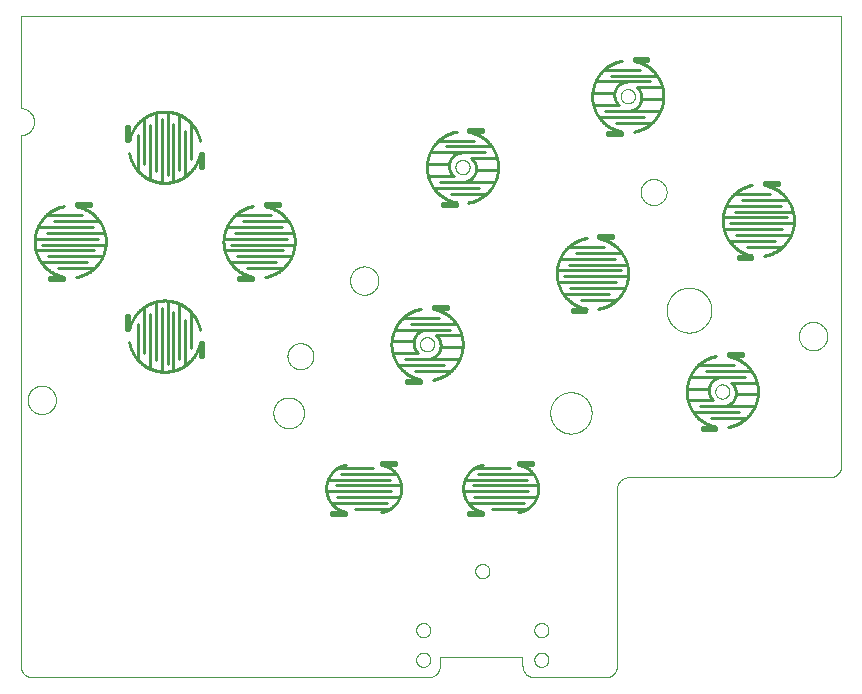
<source format=gtp>
G75*
%MOIN*%
%OFA0B0*%
%FSLAX25Y25*%
%IPPOS*%
%LPD*%
%AMOC8*
5,1,8,0,0,1.08239X$1,22.5*
%
%ADD10C,0.00000*%
%ADD11C,0.00039*%
%ADD12C,0.01000*%
D10*
X0020725Y0015180D02*
X0020725Y0191951D01*
X0020858Y0191953D01*
X0020991Y0191959D01*
X0021123Y0191969D01*
X0021256Y0191982D01*
X0021387Y0192000D01*
X0021519Y0192021D01*
X0021649Y0192046D01*
X0021779Y0192075D01*
X0021908Y0192108D01*
X0022035Y0192145D01*
X0022162Y0192185D01*
X0022288Y0192229D01*
X0022412Y0192277D01*
X0022534Y0192328D01*
X0022655Y0192383D01*
X0022775Y0192442D01*
X0022892Y0192503D01*
X0023008Y0192569D01*
X0023122Y0192637D01*
X0023234Y0192709D01*
X0023343Y0192785D01*
X0023451Y0192863D01*
X0023556Y0192945D01*
X0023658Y0193029D01*
X0023758Y0193117D01*
X0023856Y0193207D01*
X0023950Y0193301D01*
X0024042Y0193397D01*
X0024131Y0193496D01*
X0024217Y0193597D01*
X0024300Y0193701D01*
X0024380Y0193807D01*
X0024457Y0193915D01*
X0024531Y0194026D01*
X0024601Y0194139D01*
X0024668Y0194253D01*
X0024732Y0194370D01*
X0024792Y0194489D01*
X0024849Y0194609D01*
X0024902Y0194731D01*
X0024951Y0194854D01*
X0024997Y0194979D01*
X0025040Y0195105D01*
X0025078Y0195232D01*
X0025113Y0195361D01*
X0025144Y0195490D01*
X0025171Y0195620D01*
X0025194Y0195751D01*
X0025214Y0195882D01*
X0025229Y0196015D01*
X0025241Y0196147D01*
X0025249Y0196280D01*
X0025253Y0196413D01*
X0025253Y0196545D01*
X0025249Y0196678D01*
X0025241Y0196811D01*
X0025229Y0196943D01*
X0025214Y0197076D01*
X0025194Y0197207D01*
X0025171Y0197338D01*
X0025144Y0197468D01*
X0025113Y0197597D01*
X0025078Y0197726D01*
X0025040Y0197853D01*
X0024997Y0197979D01*
X0024951Y0198104D01*
X0024902Y0198227D01*
X0024849Y0198349D01*
X0024792Y0198469D01*
X0024732Y0198588D01*
X0024668Y0198705D01*
X0024601Y0198819D01*
X0024531Y0198932D01*
X0024457Y0199043D01*
X0024380Y0199151D01*
X0024300Y0199257D01*
X0024217Y0199361D01*
X0024131Y0199462D01*
X0024042Y0199561D01*
X0023950Y0199657D01*
X0023856Y0199751D01*
X0023758Y0199841D01*
X0023658Y0199929D01*
X0023556Y0200013D01*
X0023451Y0200095D01*
X0023343Y0200173D01*
X0023234Y0200249D01*
X0023122Y0200321D01*
X0023008Y0200389D01*
X0022892Y0200455D01*
X0022775Y0200516D01*
X0022655Y0200575D01*
X0022534Y0200630D01*
X0022412Y0200681D01*
X0022288Y0200729D01*
X0022162Y0200773D01*
X0022035Y0200813D01*
X0021908Y0200850D01*
X0021779Y0200883D01*
X0021649Y0200912D01*
X0021519Y0200937D01*
X0021387Y0200958D01*
X0021256Y0200976D01*
X0021123Y0200989D01*
X0020991Y0200999D01*
X0020858Y0201005D01*
X0020725Y0201007D01*
X0020725Y0201006D02*
X0020725Y0231715D01*
X0294347Y0231715D01*
X0294347Y0081912D01*
X0294345Y0081788D01*
X0294339Y0081665D01*
X0294330Y0081541D01*
X0294316Y0081419D01*
X0294299Y0081296D01*
X0294277Y0081174D01*
X0294252Y0081053D01*
X0294223Y0080933D01*
X0294191Y0080814D01*
X0294154Y0080695D01*
X0294114Y0080578D01*
X0294071Y0080463D01*
X0294023Y0080348D01*
X0293972Y0080236D01*
X0293918Y0080125D01*
X0293860Y0080015D01*
X0293799Y0079908D01*
X0293734Y0079802D01*
X0293666Y0079699D01*
X0293595Y0079598D01*
X0293521Y0079499D01*
X0293444Y0079402D01*
X0293363Y0079308D01*
X0293280Y0079217D01*
X0293194Y0079128D01*
X0293105Y0079042D01*
X0293014Y0078959D01*
X0292920Y0078878D01*
X0292823Y0078801D01*
X0292724Y0078727D01*
X0292623Y0078656D01*
X0292520Y0078588D01*
X0292414Y0078523D01*
X0292307Y0078462D01*
X0292197Y0078404D01*
X0292086Y0078350D01*
X0291974Y0078299D01*
X0291859Y0078251D01*
X0291744Y0078208D01*
X0291627Y0078168D01*
X0291508Y0078131D01*
X0291389Y0078099D01*
X0291269Y0078070D01*
X0291148Y0078045D01*
X0291026Y0078023D01*
X0290903Y0078006D01*
X0290781Y0077992D01*
X0290657Y0077983D01*
X0290534Y0077977D01*
X0290410Y0077975D01*
X0223481Y0077975D01*
X0223357Y0077973D01*
X0223234Y0077967D01*
X0223110Y0077958D01*
X0222988Y0077944D01*
X0222865Y0077927D01*
X0222743Y0077905D01*
X0222622Y0077880D01*
X0222502Y0077851D01*
X0222383Y0077819D01*
X0222264Y0077782D01*
X0222147Y0077742D01*
X0222032Y0077699D01*
X0221917Y0077651D01*
X0221805Y0077600D01*
X0221694Y0077546D01*
X0221584Y0077488D01*
X0221477Y0077427D01*
X0221371Y0077362D01*
X0221268Y0077294D01*
X0221167Y0077223D01*
X0221068Y0077149D01*
X0220971Y0077072D01*
X0220877Y0076991D01*
X0220786Y0076908D01*
X0220697Y0076822D01*
X0220611Y0076733D01*
X0220528Y0076642D01*
X0220447Y0076548D01*
X0220370Y0076451D01*
X0220296Y0076352D01*
X0220225Y0076251D01*
X0220157Y0076148D01*
X0220092Y0076042D01*
X0220031Y0075935D01*
X0219973Y0075825D01*
X0219919Y0075714D01*
X0219868Y0075602D01*
X0219820Y0075487D01*
X0219777Y0075372D01*
X0219737Y0075255D01*
X0219700Y0075136D01*
X0219668Y0075017D01*
X0219639Y0074897D01*
X0219614Y0074776D01*
X0219592Y0074654D01*
X0219575Y0074531D01*
X0219561Y0074409D01*
X0219552Y0074285D01*
X0219546Y0074162D01*
X0219544Y0074038D01*
X0219544Y0015180D01*
X0219542Y0015056D01*
X0219536Y0014933D01*
X0219527Y0014809D01*
X0219513Y0014687D01*
X0219496Y0014564D01*
X0219474Y0014442D01*
X0219449Y0014321D01*
X0219420Y0014201D01*
X0219388Y0014082D01*
X0219351Y0013963D01*
X0219311Y0013846D01*
X0219268Y0013731D01*
X0219220Y0013616D01*
X0219169Y0013504D01*
X0219115Y0013393D01*
X0219057Y0013283D01*
X0218996Y0013176D01*
X0218931Y0013070D01*
X0218863Y0012967D01*
X0218792Y0012866D01*
X0218718Y0012767D01*
X0218641Y0012670D01*
X0218560Y0012576D01*
X0218477Y0012485D01*
X0218391Y0012396D01*
X0218302Y0012310D01*
X0218211Y0012227D01*
X0218117Y0012146D01*
X0218020Y0012069D01*
X0217921Y0011995D01*
X0217820Y0011924D01*
X0217717Y0011856D01*
X0217611Y0011791D01*
X0217504Y0011730D01*
X0217394Y0011672D01*
X0217283Y0011618D01*
X0217171Y0011567D01*
X0217056Y0011519D01*
X0216941Y0011476D01*
X0216824Y0011436D01*
X0216705Y0011399D01*
X0216586Y0011367D01*
X0216466Y0011338D01*
X0216345Y0011313D01*
X0216223Y0011291D01*
X0216100Y0011274D01*
X0215978Y0011260D01*
X0215854Y0011251D01*
X0215731Y0011245D01*
X0215607Y0011243D01*
X0191985Y0011243D01*
X0191861Y0011245D01*
X0191738Y0011251D01*
X0191614Y0011260D01*
X0191492Y0011274D01*
X0191369Y0011291D01*
X0191247Y0011313D01*
X0191126Y0011338D01*
X0191006Y0011367D01*
X0190887Y0011399D01*
X0190768Y0011436D01*
X0190651Y0011476D01*
X0190536Y0011519D01*
X0190421Y0011567D01*
X0190309Y0011618D01*
X0190198Y0011672D01*
X0190088Y0011730D01*
X0189981Y0011791D01*
X0189875Y0011856D01*
X0189772Y0011924D01*
X0189671Y0011995D01*
X0189572Y0012069D01*
X0189475Y0012146D01*
X0189381Y0012227D01*
X0189290Y0012310D01*
X0189201Y0012396D01*
X0189115Y0012485D01*
X0189032Y0012576D01*
X0188951Y0012670D01*
X0188874Y0012767D01*
X0188800Y0012866D01*
X0188729Y0012967D01*
X0188661Y0013070D01*
X0188596Y0013176D01*
X0188535Y0013283D01*
X0188477Y0013393D01*
X0188423Y0013504D01*
X0188372Y0013616D01*
X0188324Y0013731D01*
X0188281Y0013846D01*
X0188241Y0013963D01*
X0188204Y0014082D01*
X0188172Y0014201D01*
X0188143Y0014321D01*
X0188118Y0014442D01*
X0188096Y0014564D01*
X0188079Y0014687D01*
X0188065Y0014809D01*
X0188056Y0014933D01*
X0188050Y0015056D01*
X0188048Y0015180D01*
X0188048Y0018132D01*
X0160489Y0018132D01*
X0160489Y0015180D01*
X0160487Y0015056D01*
X0160481Y0014933D01*
X0160472Y0014809D01*
X0160458Y0014687D01*
X0160441Y0014564D01*
X0160419Y0014442D01*
X0160394Y0014321D01*
X0160365Y0014201D01*
X0160333Y0014082D01*
X0160296Y0013963D01*
X0160256Y0013846D01*
X0160213Y0013731D01*
X0160165Y0013616D01*
X0160114Y0013504D01*
X0160060Y0013393D01*
X0160002Y0013283D01*
X0159941Y0013176D01*
X0159876Y0013070D01*
X0159808Y0012967D01*
X0159737Y0012866D01*
X0159663Y0012767D01*
X0159586Y0012670D01*
X0159505Y0012576D01*
X0159422Y0012485D01*
X0159336Y0012396D01*
X0159247Y0012310D01*
X0159156Y0012227D01*
X0159062Y0012146D01*
X0158965Y0012069D01*
X0158866Y0011995D01*
X0158765Y0011924D01*
X0158662Y0011856D01*
X0158556Y0011791D01*
X0158449Y0011730D01*
X0158339Y0011672D01*
X0158228Y0011618D01*
X0158116Y0011567D01*
X0158001Y0011519D01*
X0157886Y0011476D01*
X0157769Y0011436D01*
X0157650Y0011399D01*
X0157531Y0011367D01*
X0157411Y0011338D01*
X0157290Y0011313D01*
X0157168Y0011291D01*
X0157045Y0011274D01*
X0156923Y0011260D01*
X0156799Y0011251D01*
X0156676Y0011245D01*
X0156552Y0011243D01*
X0024662Y0011243D01*
X0024538Y0011245D01*
X0024415Y0011251D01*
X0024291Y0011260D01*
X0024169Y0011274D01*
X0024046Y0011291D01*
X0023924Y0011313D01*
X0023803Y0011338D01*
X0023683Y0011367D01*
X0023564Y0011399D01*
X0023445Y0011436D01*
X0023328Y0011476D01*
X0023213Y0011519D01*
X0023098Y0011567D01*
X0022986Y0011618D01*
X0022875Y0011672D01*
X0022765Y0011730D01*
X0022658Y0011791D01*
X0022552Y0011856D01*
X0022449Y0011924D01*
X0022348Y0011995D01*
X0022249Y0012069D01*
X0022152Y0012146D01*
X0022058Y0012227D01*
X0021967Y0012310D01*
X0021878Y0012396D01*
X0021792Y0012485D01*
X0021709Y0012576D01*
X0021628Y0012670D01*
X0021551Y0012767D01*
X0021477Y0012866D01*
X0021406Y0012967D01*
X0021338Y0013070D01*
X0021273Y0013176D01*
X0021212Y0013283D01*
X0021154Y0013393D01*
X0021100Y0013504D01*
X0021049Y0013616D01*
X0021001Y0013731D01*
X0020958Y0013846D01*
X0020918Y0013963D01*
X0020881Y0014082D01*
X0020849Y0014201D01*
X0020820Y0014321D01*
X0020795Y0014442D01*
X0020773Y0014564D01*
X0020756Y0014687D01*
X0020742Y0014809D01*
X0020733Y0014933D01*
X0020727Y0015056D01*
X0020725Y0015180D01*
X0152615Y0017148D02*
X0152617Y0017245D01*
X0152623Y0017342D01*
X0152633Y0017438D01*
X0152647Y0017534D01*
X0152665Y0017630D01*
X0152686Y0017724D01*
X0152712Y0017818D01*
X0152741Y0017910D01*
X0152775Y0018001D01*
X0152811Y0018091D01*
X0152852Y0018179D01*
X0152896Y0018265D01*
X0152944Y0018350D01*
X0152995Y0018432D01*
X0153049Y0018513D01*
X0153107Y0018591D01*
X0153168Y0018666D01*
X0153231Y0018739D01*
X0153298Y0018810D01*
X0153368Y0018877D01*
X0153440Y0018942D01*
X0153515Y0019003D01*
X0153593Y0019062D01*
X0153672Y0019117D01*
X0153754Y0019169D01*
X0153838Y0019217D01*
X0153924Y0019262D01*
X0154012Y0019304D01*
X0154101Y0019342D01*
X0154192Y0019376D01*
X0154284Y0019406D01*
X0154377Y0019433D01*
X0154472Y0019455D01*
X0154567Y0019474D01*
X0154663Y0019489D01*
X0154759Y0019500D01*
X0154856Y0019507D01*
X0154953Y0019510D01*
X0155050Y0019509D01*
X0155147Y0019504D01*
X0155243Y0019495D01*
X0155339Y0019482D01*
X0155435Y0019465D01*
X0155530Y0019444D01*
X0155623Y0019420D01*
X0155716Y0019391D01*
X0155808Y0019359D01*
X0155898Y0019323D01*
X0155986Y0019284D01*
X0156073Y0019240D01*
X0156158Y0019194D01*
X0156241Y0019143D01*
X0156322Y0019090D01*
X0156400Y0019033D01*
X0156477Y0018973D01*
X0156550Y0018910D01*
X0156621Y0018844D01*
X0156689Y0018775D01*
X0156755Y0018703D01*
X0156817Y0018629D01*
X0156876Y0018552D01*
X0156932Y0018473D01*
X0156985Y0018391D01*
X0157035Y0018308D01*
X0157080Y0018222D01*
X0157123Y0018135D01*
X0157162Y0018046D01*
X0157197Y0017956D01*
X0157228Y0017864D01*
X0157255Y0017771D01*
X0157279Y0017677D01*
X0157299Y0017582D01*
X0157315Y0017486D01*
X0157327Y0017390D01*
X0157335Y0017293D01*
X0157339Y0017196D01*
X0157339Y0017100D01*
X0157335Y0017003D01*
X0157327Y0016906D01*
X0157315Y0016810D01*
X0157299Y0016714D01*
X0157279Y0016619D01*
X0157255Y0016525D01*
X0157228Y0016432D01*
X0157197Y0016340D01*
X0157162Y0016250D01*
X0157123Y0016161D01*
X0157080Y0016074D01*
X0157035Y0015988D01*
X0156985Y0015905D01*
X0156932Y0015823D01*
X0156876Y0015744D01*
X0156817Y0015667D01*
X0156755Y0015593D01*
X0156689Y0015521D01*
X0156621Y0015452D01*
X0156550Y0015386D01*
X0156477Y0015323D01*
X0156400Y0015263D01*
X0156322Y0015206D01*
X0156241Y0015153D01*
X0156158Y0015102D01*
X0156073Y0015056D01*
X0155986Y0015012D01*
X0155898Y0014973D01*
X0155808Y0014937D01*
X0155716Y0014905D01*
X0155623Y0014876D01*
X0155530Y0014852D01*
X0155435Y0014831D01*
X0155339Y0014814D01*
X0155243Y0014801D01*
X0155147Y0014792D01*
X0155050Y0014787D01*
X0154953Y0014786D01*
X0154856Y0014789D01*
X0154759Y0014796D01*
X0154663Y0014807D01*
X0154567Y0014822D01*
X0154472Y0014841D01*
X0154377Y0014863D01*
X0154284Y0014890D01*
X0154192Y0014920D01*
X0154101Y0014954D01*
X0154012Y0014992D01*
X0153924Y0015034D01*
X0153838Y0015079D01*
X0153754Y0015127D01*
X0153672Y0015179D01*
X0153593Y0015234D01*
X0153515Y0015293D01*
X0153440Y0015354D01*
X0153368Y0015419D01*
X0153298Y0015486D01*
X0153231Y0015557D01*
X0153168Y0015630D01*
X0153107Y0015705D01*
X0153049Y0015783D01*
X0152995Y0015864D01*
X0152944Y0015946D01*
X0152896Y0016031D01*
X0152852Y0016117D01*
X0152811Y0016205D01*
X0152775Y0016295D01*
X0152741Y0016386D01*
X0152712Y0016478D01*
X0152686Y0016572D01*
X0152665Y0016666D01*
X0152647Y0016762D01*
X0152633Y0016858D01*
X0152623Y0016954D01*
X0152617Y0017051D01*
X0152615Y0017148D01*
X0152615Y0026991D02*
X0152617Y0027088D01*
X0152623Y0027185D01*
X0152633Y0027281D01*
X0152647Y0027377D01*
X0152665Y0027473D01*
X0152686Y0027567D01*
X0152712Y0027661D01*
X0152741Y0027753D01*
X0152775Y0027844D01*
X0152811Y0027934D01*
X0152852Y0028022D01*
X0152896Y0028108D01*
X0152944Y0028193D01*
X0152995Y0028275D01*
X0153049Y0028356D01*
X0153107Y0028434D01*
X0153168Y0028509D01*
X0153231Y0028582D01*
X0153298Y0028653D01*
X0153368Y0028720D01*
X0153440Y0028785D01*
X0153515Y0028846D01*
X0153593Y0028905D01*
X0153672Y0028960D01*
X0153754Y0029012D01*
X0153838Y0029060D01*
X0153924Y0029105D01*
X0154012Y0029147D01*
X0154101Y0029185D01*
X0154192Y0029219D01*
X0154284Y0029249D01*
X0154377Y0029276D01*
X0154472Y0029298D01*
X0154567Y0029317D01*
X0154663Y0029332D01*
X0154759Y0029343D01*
X0154856Y0029350D01*
X0154953Y0029353D01*
X0155050Y0029352D01*
X0155147Y0029347D01*
X0155243Y0029338D01*
X0155339Y0029325D01*
X0155435Y0029308D01*
X0155530Y0029287D01*
X0155623Y0029263D01*
X0155716Y0029234D01*
X0155808Y0029202D01*
X0155898Y0029166D01*
X0155986Y0029127D01*
X0156073Y0029083D01*
X0156158Y0029037D01*
X0156241Y0028986D01*
X0156322Y0028933D01*
X0156400Y0028876D01*
X0156477Y0028816D01*
X0156550Y0028753D01*
X0156621Y0028687D01*
X0156689Y0028618D01*
X0156755Y0028546D01*
X0156817Y0028472D01*
X0156876Y0028395D01*
X0156932Y0028316D01*
X0156985Y0028234D01*
X0157035Y0028151D01*
X0157080Y0028065D01*
X0157123Y0027978D01*
X0157162Y0027889D01*
X0157197Y0027799D01*
X0157228Y0027707D01*
X0157255Y0027614D01*
X0157279Y0027520D01*
X0157299Y0027425D01*
X0157315Y0027329D01*
X0157327Y0027233D01*
X0157335Y0027136D01*
X0157339Y0027039D01*
X0157339Y0026943D01*
X0157335Y0026846D01*
X0157327Y0026749D01*
X0157315Y0026653D01*
X0157299Y0026557D01*
X0157279Y0026462D01*
X0157255Y0026368D01*
X0157228Y0026275D01*
X0157197Y0026183D01*
X0157162Y0026093D01*
X0157123Y0026004D01*
X0157080Y0025917D01*
X0157035Y0025831D01*
X0156985Y0025748D01*
X0156932Y0025666D01*
X0156876Y0025587D01*
X0156817Y0025510D01*
X0156755Y0025436D01*
X0156689Y0025364D01*
X0156621Y0025295D01*
X0156550Y0025229D01*
X0156477Y0025166D01*
X0156400Y0025106D01*
X0156322Y0025049D01*
X0156241Y0024996D01*
X0156158Y0024945D01*
X0156073Y0024899D01*
X0155986Y0024855D01*
X0155898Y0024816D01*
X0155808Y0024780D01*
X0155716Y0024748D01*
X0155623Y0024719D01*
X0155530Y0024695D01*
X0155435Y0024674D01*
X0155339Y0024657D01*
X0155243Y0024644D01*
X0155147Y0024635D01*
X0155050Y0024630D01*
X0154953Y0024629D01*
X0154856Y0024632D01*
X0154759Y0024639D01*
X0154663Y0024650D01*
X0154567Y0024665D01*
X0154472Y0024684D01*
X0154377Y0024706D01*
X0154284Y0024733D01*
X0154192Y0024763D01*
X0154101Y0024797D01*
X0154012Y0024835D01*
X0153924Y0024877D01*
X0153838Y0024922D01*
X0153754Y0024970D01*
X0153672Y0025022D01*
X0153593Y0025077D01*
X0153515Y0025136D01*
X0153440Y0025197D01*
X0153368Y0025262D01*
X0153298Y0025329D01*
X0153231Y0025400D01*
X0153168Y0025473D01*
X0153107Y0025548D01*
X0153049Y0025626D01*
X0152995Y0025707D01*
X0152944Y0025789D01*
X0152896Y0025874D01*
X0152852Y0025960D01*
X0152811Y0026048D01*
X0152775Y0026138D01*
X0152741Y0026229D01*
X0152712Y0026321D01*
X0152686Y0026415D01*
X0152665Y0026509D01*
X0152647Y0026605D01*
X0152633Y0026701D01*
X0152623Y0026797D01*
X0152617Y0026894D01*
X0152615Y0026991D01*
X0172300Y0046676D02*
X0172302Y0046773D01*
X0172308Y0046870D01*
X0172318Y0046966D01*
X0172332Y0047062D01*
X0172350Y0047158D01*
X0172371Y0047252D01*
X0172397Y0047346D01*
X0172426Y0047438D01*
X0172460Y0047529D01*
X0172496Y0047619D01*
X0172537Y0047707D01*
X0172581Y0047793D01*
X0172629Y0047878D01*
X0172680Y0047960D01*
X0172734Y0048041D01*
X0172792Y0048119D01*
X0172853Y0048194D01*
X0172916Y0048267D01*
X0172983Y0048338D01*
X0173053Y0048405D01*
X0173125Y0048470D01*
X0173200Y0048531D01*
X0173278Y0048590D01*
X0173357Y0048645D01*
X0173439Y0048697D01*
X0173523Y0048745D01*
X0173609Y0048790D01*
X0173697Y0048832D01*
X0173786Y0048870D01*
X0173877Y0048904D01*
X0173969Y0048934D01*
X0174062Y0048961D01*
X0174157Y0048983D01*
X0174252Y0049002D01*
X0174348Y0049017D01*
X0174444Y0049028D01*
X0174541Y0049035D01*
X0174638Y0049038D01*
X0174735Y0049037D01*
X0174832Y0049032D01*
X0174928Y0049023D01*
X0175024Y0049010D01*
X0175120Y0048993D01*
X0175215Y0048972D01*
X0175308Y0048948D01*
X0175401Y0048919D01*
X0175493Y0048887D01*
X0175583Y0048851D01*
X0175671Y0048812D01*
X0175758Y0048768D01*
X0175843Y0048722D01*
X0175926Y0048671D01*
X0176007Y0048618D01*
X0176085Y0048561D01*
X0176162Y0048501D01*
X0176235Y0048438D01*
X0176306Y0048372D01*
X0176374Y0048303D01*
X0176440Y0048231D01*
X0176502Y0048157D01*
X0176561Y0048080D01*
X0176617Y0048001D01*
X0176670Y0047919D01*
X0176720Y0047836D01*
X0176765Y0047750D01*
X0176808Y0047663D01*
X0176847Y0047574D01*
X0176882Y0047484D01*
X0176913Y0047392D01*
X0176940Y0047299D01*
X0176964Y0047205D01*
X0176984Y0047110D01*
X0177000Y0047014D01*
X0177012Y0046918D01*
X0177020Y0046821D01*
X0177024Y0046724D01*
X0177024Y0046628D01*
X0177020Y0046531D01*
X0177012Y0046434D01*
X0177000Y0046338D01*
X0176984Y0046242D01*
X0176964Y0046147D01*
X0176940Y0046053D01*
X0176913Y0045960D01*
X0176882Y0045868D01*
X0176847Y0045778D01*
X0176808Y0045689D01*
X0176765Y0045602D01*
X0176720Y0045516D01*
X0176670Y0045433D01*
X0176617Y0045351D01*
X0176561Y0045272D01*
X0176502Y0045195D01*
X0176440Y0045121D01*
X0176374Y0045049D01*
X0176306Y0044980D01*
X0176235Y0044914D01*
X0176162Y0044851D01*
X0176085Y0044791D01*
X0176007Y0044734D01*
X0175926Y0044681D01*
X0175843Y0044630D01*
X0175758Y0044584D01*
X0175671Y0044540D01*
X0175583Y0044501D01*
X0175493Y0044465D01*
X0175401Y0044433D01*
X0175308Y0044404D01*
X0175215Y0044380D01*
X0175120Y0044359D01*
X0175024Y0044342D01*
X0174928Y0044329D01*
X0174832Y0044320D01*
X0174735Y0044315D01*
X0174638Y0044314D01*
X0174541Y0044317D01*
X0174444Y0044324D01*
X0174348Y0044335D01*
X0174252Y0044350D01*
X0174157Y0044369D01*
X0174062Y0044391D01*
X0173969Y0044418D01*
X0173877Y0044448D01*
X0173786Y0044482D01*
X0173697Y0044520D01*
X0173609Y0044562D01*
X0173523Y0044607D01*
X0173439Y0044655D01*
X0173357Y0044707D01*
X0173278Y0044762D01*
X0173200Y0044821D01*
X0173125Y0044882D01*
X0173053Y0044947D01*
X0172983Y0045014D01*
X0172916Y0045085D01*
X0172853Y0045158D01*
X0172792Y0045233D01*
X0172734Y0045311D01*
X0172680Y0045392D01*
X0172629Y0045474D01*
X0172581Y0045559D01*
X0172537Y0045645D01*
X0172496Y0045733D01*
X0172460Y0045823D01*
X0172426Y0045914D01*
X0172397Y0046006D01*
X0172371Y0046100D01*
X0172350Y0046194D01*
X0172332Y0046290D01*
X0172318Y0046386D01*
X0172308Y0046482D01*
X0172302Y0046579D01*
X0172300Y0046676D01*
X0191985Y0026991D02*
X0191987Y0027088D01*
X0191993Y0027185D01*
X0192003Y0027281D01*
X0192017Y0027377D01*
X0192035Y0027473D01*
X0192056Y0027567D01*
X0192082Y0027661D01*
X0192111Y0027753D01*
X0192145Y0027844D01*
X0192181Y0027934D01*
X0192222Y0028022D01*
X0192266Y0028108D01*
X0192314Y0028193D01*
X0192365Y0028275D01*
X0192419Y0028356D01*
X0192477Y0028434D01*
X0192538Y0028509D01*
X0192601Y0028582D01*
X0192668Y0028653D01*
X0192738Y0028720D01*
X0192810Y0028785D01*
X0192885Y0028846D01*
X0192963Y0028905D01*
X0193042Y0028960D01*
X0193124Y0029012D01*
X0193208Y0029060D01*
X0193294Y0029105D01*
X0193382Y0029147D01*
X0193471Y0029185D01*
X0193562Y0029219D01*
X0193654Y0029249D01*
X0193747Y0029276D01*
X0193842Y0029298D01*
X0193937Y0029317D01*
X0194033Y0029332D01*
X0194129Y0029343D01*
X0194226Y0029350D01*
X0194323Y0029353D01*
X0194420Y0029352D01*
X0194517Y0029347D01*
X0194613Y0029338D01*
X0194709Y0029325D01*
X0194805Y0029308D01*
X0194900Y0029287D01*
X0194993Y0029263D01*
X0195086Y0029234D01*
X0195178Y0029202D01*
X0195268Y0029166D01*
X0195356Y0029127D01*
X0195443Y0029083D01*
X0195528Y0029037D01*
X0195611Y0028986D01*
X0195692Y0028933D01*
X0195770Y0028876D01*
X0195847Y0028816D01*
X0195920Y0028753D01*
X0195991Y0028687D01*
X0196059Y0028618D01*
X0196125Y0028546D01*
X0196187Y0028472D01*
X0196246Y0028395D01*
X0196302Y0028316D01*
X0196355Y0028234D01*
X0196405Y0028151D01*
X0196450Y0028065D01*
X0196493Y0027978D01*
X0196532Y0027889D01*
X0196567Y0027799D01*
X0196598Y0027707D01*
X0196625Y0027614D01*
X0196649Y0027520D01*
X0196669Y0027425D01*
X0196685Y0027329D01*
X0196697Y0027233D01*
X0196705Y0027136D01*
X0196709Y0027039D01*
X0196709Y0026943D01*
X0196705Y0026846D01*
X0196697Y0026749D01*
X0196685Y0026653D01*
X0196669Y0026557D01*
X0196649Y0026462D01*
X0196625Y0026368D01*
X0196598Y0026275D01*
X0196567Y0026183D01*
X0196532Y0026093D01*
X0196493Y0026004D01*
X0196450Y0025917D01*
X0196405Y0025831D01*
X0196355Y0025748D01*
X0196302Y0025666D01*
X0196246Y0025587D01*
X0196187Y0025510D01*
X0196125Y0025436D01*
X0196059Y0025364D01*
X0195991Y0025295D01*
X0195920Y0025229D01*
X0195847Y0025166D01*
X0195770Y0025106D01*
X0195692Y0025049D01*
X0195611Y0024996D01*
X0195528Y0024945D01*
X0195443Y0024899D01*
X0195356Y0024855D01*
X0195268Y0024816D01*
X0195178Y0024780D01*
X0195086Y0024748D01*
X0194993Y0024719D01*
X0194900Y0024695D01*
X0194805Y0024674D01*
X0194709Y0024657D01*
X0194613Y0024644D01*
X0194517Y0024635D01*
X0194420Y0024630D01*
X0194323Y0024629D01*
X0194226Y0024632D01*
X0194129Y0024639D01*
X0194033Y0024650D01*
X0193937Y0024665D01*
X0193842Y0024684D01*
X0193747Y0024706D01*
X0193654Y0024733D01*
X0193562Y0024763D01*
X0193471Y0024797D01*
X0193382Y0024835D01*
X0193294Y0024877D01*
X0193208Y0024922D01*
X0193124Y0024970D01*
X0193042Y0025022D01*
X0192963Y0025077D01*
X0192885Y0025136D01*
X0192810Y0025197D01*
X0192738Y0025262D01*
X0192668Y0025329D01*
X0192601Y0025400D01*
X0192538Y0025473D01*
X0192477Y0025548D01*
X0192419Y0025626D01*
X0192365Y0025707D01*
X0192314Y0025789D01*
X0192266Y0025874D01*
X0192222Y0025960D01*
X0192181Y0026048D01*
X0192145Y0026138D01*
X0192111Y0026229D01*
X0192082Y0026321D01*
X0192056Y0026415D01*
X0192035Y0026509D01*
X0192017Y0026605D01*
X0192003Y0026701D01*
X0191993Y0026797D01*
X0191987Y0026894D01*
X0191985Y0026991D01*
X0191985Y0017148D02*
X0191987Y0017245D01*
X0191993Y0017342D01*
X0192003Y0017438D01*
X0192017Y0017534D01*
X0192035Y0017630D01*
X0192056Y0017724D01*
X0192082Y0017818D01*
X0192111Y0017910D01*
X0192145Y0018001D01*
X0192181Y0018091D01*
X0192222Y0018179D01*
X0192266Y0018265D01*
X0192314Y0018350D01*
X0192365Y0018432D01*
X0192419Y0018513D01*
X0192477Y0018591D01*
X0192538Y0018666D01*
X0192601Y0018739D01*
X0192668Y0018810D01*
X0192738Y0018877D01*
X0192810Y0018942D01*
X0192885Y0019003D01*
X0192963Y0019062D01*
X0193042Y0019117D01*
X0193124Y0019169D01*
X0193208Y0019217D01*
X0193294Y0019262D01*
X0193382Y0019304D01*
X0193471Y0019342D01*
X0193562Y0019376D01*
X0193654Y0019406D01*
X0193747Y0019433D01*
X0193842Y0019455D01*
X0193937Y0019474D01*
X0194033Y0019489D01*
X0194129Y0019500D01*
X0194226Y0019507D01*
X0194323Y0019510D01*
X0194420Y0019509D01*
X0194517Y0019504D01*
X0194613Y0019495D01*
X0194709Y0019482D01*
X0194805Y0019465D01*
X0194900Y0019444D01*
X0194993Y0019420D01*
X0195086Y0019391D01*
X0195178Y0019359D01*
X0195268Y0019323D01*
X0195356Y0019284D01*
X0195443Y0019240D01*
X0195528Y0019194D01*
X0195611Y0019143D01*
X0195692Y0019090D01*
X0195770Y0019033D01*
X0195847Y0018973D01*
X0195920Y0018910D01*
X0195991Y0018844D01*
X0196059Y0018775D01*
X0196125Y0018703D01*
X0196187Y0018629D01*
X0196246Y0018552D01*
X0196302Y0018473D01*
X0196355Y0018391D01*
X0196405Y0018308D01*
X0196450Y0018222D01*
X0196493Y0018135D01*
X0196532Y0018046D01*
X0196567Y0017956D01*
X0196598Y0017864D01*
X0196625Y0017771D01*
X0196649Y0017677D01*
X0196669Y0017582D01*
X0196685Y0017486D01*
X0196697Y0017390D01*
X0196705Y0017293D01*
X0196709Y0017196D01*
X0196709Y0017100D01*
X0196705Y0017003D01*
X0196697Y0016906D01*
X0196685Y0016810D01*
X0196669Y0016714D01*
X0196649Y0016619D01*
X0196625Y0016525D01*
X0196598Y0016432D01*
X0196567Y0016340D01*
X0196532Y0016250D01*
X0196493Y0016161D01*
X0196450Y0016074D01*
X0196405Y0015988D01*
X0196355Y0015905D01*
X0196302Y0015823D01*
X0196246Y0015744D01*
X0196187Y0015667D01*
X0196125Y0015593D01*
X0196059Y0015521D01*
X0195991Y0015452D01*
X0195920Y0015386D01*
X0195847Y0015323D01*
X0195770Y0015263D01*
X0195692Y0015206D01*
X0195611Y0015153D01*
X0195528Y0015102D01*
X0195443Y0015056D01*
X0195356Y0015012D01*
X0195268Y0014973D01*
X0195178Y0014937D01*
X0195086Y0014905D01*
X0194993Y0014876D01*
X0194900Y0014852D01*
X0194805Y0014831D01*
X0194709Y0014814D01*
X0194613Y0014801D01*
X0194517Y0014792D01*
X0194420Y0014787D01*
X0194323Y0014786D01*
X0194226Y0014789D01*
X0194129Y0014796D01*
X0194033Y0014807D01*
X0193937Y0014822D01*
X0193842Y0014841D01*
X0193747Y0014863D01*
X0193654Y0014890D01*
X0193562Y0014920D01*
X0193471Y0014954D01*
X0193382Y0014992D01*
X0193294Y0015034D01*
X0193208Y0015079D01*
X0193124Y0015127D01*
X0193042Y0015179D01*
X0192963Y0015234D01*
X0192885Y0015293D01*
X0192810Y0015354D01*
X0192738Y0015419D01*
X0192668Y0015486D01*
X0192601Y0015557D01*
X0192538Y0015630D01*
X0192477Y0015705D01*
X0192419Y0015783D01*
X0192365Y0015864D01*
X0192314Y0015946D01*
X0192266Y0016031D01*
X0192222Y0016117D01*
X0192181Y0016205D01*
X0192145Y0016295D01*
X0192111Y0016386D01*
X0192082Y0016478D01*
X0192056Y0016572D01*
X0192035Y0016666D01*
X0192017Y0016762D01*
X0192003Y0016858D01*
X0191993Y0016954D01*
X0191987Y0017051D01*
X0191985Y0017148D01*
X0153875Y0122306D02*
X0153877Y0122403D01*
X0153883Y0122500D01*
X0153893Y0122596D01*
X0153907Y0122692D01*
X0153925Y0122788D01*
X0153946Y0122882D01*
X0153972Y0122976D01*
X0154001Y0123068D01*
X0154035Y0123159D01*
X0154071Y0123249D01*
X0154112Y0123337D01*
X0154156Y0123423D01*
X0154204Y0123508D01*
X0154255Y0123590D01*
X0154309Y0123671D01*
X0154367Y0123749D01*
X0154428Y0123824D01*
X0154491Y0123897D01*
X0154558Y0123968D01*
X0154628Y0124035D01*
X0154700Y0124100D01*
X0154775Y0124161D01*
X0154853Y0124220D01*
X0154932Y0124275D01*
X0155014Y0124327D01*
X0155098Y0124375D01*
X0155184Y0124420D01*
X0155272Y0124462D01*
X0155361Y0124500D01*
X0155452Y0124534D01*
X0155544Y0124564D01*
X0155637Y0124591D01*
X0155732Y0124613D01*
X0155827Y0124632D01*
X0155923Y0124647D01*
X0156019Y0124658D01*
X0156116Y0124665D01*
X0156213Y0124668D01*
X0156310Y0124667D01*
X0156407Y0124662D01*
X0156503Y0124653D01*
X0156599Y0124640D01*
X0156695Y0124623D01*
X0156790Y0124602D01*
X0156883Y0124578D01*
X0156976Y0124549D01*
X0157068Y0124517D01*
X0157158Y0124481D01*
X0157246Y0124442D01*
X0157333Y0124398D01*
X0157418Y0124352D01*
X0157501Y0124301D01*
X0157582Y0124248D01*
X0157660Y0124191D01*
X0157737Y0124131D01*
X0157810Y0124068D01*
X0157881Y0124002D01*
X0157949Y0123933D01*
X0158015Y0123861D01*
X0158077Y0123787D01*
X0158136Y0123710D01*
X0158192Y0123631D01*
X0158245Y0123549D01*
X0158295Y0123466D01*
X0158340Y0123380D01*
X0158383Y0123293D01*
X0158422Y0123204D01*
X0158457Y0123114D01*
X0158488Y0123022D01*
X0158515Y0122929D01*
X0158539Y0122835D01*
X0158559Y0122740D01*
X0158575Y0122644D01*
X0158587Y0122548D01*
X0158595Y0122451D01*
X0158599Y0122354D01*
X0158599Y0122258D01*
X0158595Y0122161D01*
X0158587Y0122064D01*
X0158575Y0121968D01*
X0158559Y0121872D01*
X0158539Y0121777D01*
X0158515Y0121683D01*
X0158488Y0121590D01*
X0158457Y0121498D01*
X0158422Y0121408D01*
X0158383Y0121319D01*
X0158340Y0121232D01*
X0158295Y0121146D01*
X0158245Y0121063D01*
X0158192Y0120981D01*
X0158136Y0120902D01*
X0158077Y0120825D01*
X0158015Y0120751D01*
X0157949Y0120679D01*
X0157881Y0120610D01*
X0157810Y0120544D01*
X0157737Y0120481D01*
X0157660Y0120421D01*
X0157582Y0120364D01*
X0157501Y0120311D01*
X0157418Y0120260D01*
X0157333Y0120214D01*
X0157246Y0120170D01*
X0157158Y0120131D01*
X0157068Y0120095D01*
X0156976Y0120063D01*
X0156883Y0120034D01*
X0156790Y0120010D01*
X0156695Y0119989D01*
X0156599Y0119972D01*
X0156503Y0119959D01*
X0156407Y0119950D01*
X0156310Y0119945D01*
X0156213Y0119944D01*
X0156116Y0119947D01*
X0156019Y0119954D01*
X0155923Y0119965D01*
X0155827Y0119980D01*
X0155732Y0119999D01*
X0155637Y0120021D01*
X0155544Y0120048D01*
X0155452Y0120078D01*
X0155361Y0120112D01*
X0155272Y0120150D01*
X0155184Y0120192D01*
X0155098Y0120237D01*
X0155014Y0120285D01*
X0154932Y0120337D01*
X0154853Y0120392D01*
X0154775Y0120451D01*
X0154700Y0120512D01*
X0154628Y0120577D01*
X0154558Y0120644D01*
X0154491Y0120715D01*
X0154428Y0120788D01*
X0154367Y0120863D01*
X0154309Y0120941D01*
X0154255Y0121022D01*
X0154204Y0121104D01*
X0154156Y0121189D01*
X0154112Y0121275D01*
X0154071Y0121363D01*
X0154035Y0121453D01*
X0154001Y0121544D01*
X0153972Y0121636D01*
X0153946Y0121730D01*
X0153925Y0121824D01*
X0153907Y0121920D01*
X0153893Y0122016D01*
X0153883Y0122112D01*
X0153877Y0122209D01*
X0153875Y0122306D01*
X0165686Y0181361D02*
X0165688Y0181458D01*
X0165694Y0181555D01*
X0165704Y0181651D01*
X0165718Y0181747D01*
X0165736Y0181843D01*
X0165757Y0181937D01*
X0165783Y0182031D01*
X0165812Y0182123D01*
X0165846Y0182214D01*
X0165882Y0182304D01*
X0165923Y0182392D01*
X0165967Y0182478D01*
X0166015Y0182563D01*
X0166066Y0182645D01*
X0166120Y0182726D01*
X0166178Y0182804D01*
X0166239Y0182879D01*
X0166302Y0182952D01*
X0166369Y0183023D01*
X0166439Y0183090D01*
X0166511Y0183155D01*
X0166586Y0183216D01*
X0166664Y0183275D01*
X0166743Y0183330D01*
X0166825Y0183382D01*
X0166909Y0183430D01*
X0166995Y0183475D01*
X0167083Y0183517D01*
X0167172Y0183555D01*
X0167263Y0183589D01*
X0167355Y0183619D01*
X0167448Y0183646D01*
X0167543Y0183668D01*
X0167638Y0183687D01*
X0167734Y0183702D01*
X0167830Y0183713D01*
X0167927Y0183720D01*
X0168024Y0183723D01*
X0168121Y0183722D01*
X0168218Y0183717D01*
X0168314Y0183708D01*
X0168410Y0183695D01*
X0168506Y0183678D01*
X0168601Y0183657D01*
X0168694Y0183633D01*
X0168787Y0183604D01*
X0168879Y0183572D01*
X0168969Y0183536D01*
X0169057Y0183497D01*
X0169144Y0183453D01*
X0169229Y0183407D01*
X0169312Y0183356D01*
X0169393Y0183303D01*
X0169471Y0183246D01*
X0169548Y0183186D01*
X0169621Y0183123D01*
X0169692Y0183057D01*
X0169760Y0182988D01*
X0169826Y0182916D01*
X0169888Y0182842D01*
X0169947Y0182765D01*
X0170003Y0182686D01*
X0170056Y0182604D01*
X0170106Y0182521D01*
X0170151Y0182435D01*
X0170194Y0182348D01*
X0170233Y0182259D01*
X0170268Y0182169D01*
X0170299Y0182077D01*
X0170326Y0181984D01*
X0170350Y0181890D01*
X0170370Y0181795D01*
X0170386Y0181699D01*
X0170398Y0181603D01*
X0170406Y0181506D01*
X0170410Y0181409D01*
X0170410Y0181313D01*
X0170406Y0181216D01*
X0170398Y0181119D01*
X0170386Y0181023D01*
X0170370Y0180927D01*
X0170350Y0180832D01*
X0170326Y0180738D01*
X0170299Y0180645D01*
X0170268Y0180553D01*
X0170233Y0180463D01*
X0170194Y0180374D01*
X0170151Y0180287D01*
X0170106Y0180201D01*
X0170056Y0180118D01*
X0170003Y0180036D01*
X0169947Y0179957D01*
X0169888Y0179880D01*
X0169826Y0179806D01*
X0169760Y0179734D01*
X0169692Y0179665D01*
X0169621Y0179599D01*
X0169548Y0179536D01*
X0169471Y0179476D01*
X0169393Y0179419D01*
X0169312Y0179366D01*
X0169229Y0179315D01*
X0169144Y0179269D01*
X0169057Y0179225D01*
X0168969Y0179186D01*
X0168879Y0179150D01*
X0168787Y0179118D01*
X0168694Y0179089D01*
X0168601Y0179065D01*
X0168506Y0179044D01*
X0168410Y0179027D01*
X0168314Y0179014D01*
X0168218Y0179005D01*
X0168121Y0179000D01*
X0168024Y0178999D01*
X0167927Y0179002D01*
X0167830Y0179009D01*
X0167734Y0179020D01*
X0167638Y0179035D01*
X0167543Y0179054D01*
X0167448Y0179076D01*
X0167355Y0179103D01*
X0167263Y0179133D01*
X0167172Y0179167D01*
X0167083Y0179205D01*
X0166995Y0179247D01*
X0166909Y0179292D01*
X0166825Y0179340D01*
X0166743Y0179392D01*
X0166664Y0179447D01*
X0166586Y0179506D01*
X0166511Y0179567D01*
X0166439Y0179632D01*
X0166369Y0179699D01*
X0166302Y0179770D01*
X0166239Y0179843D01*
X0166178Y0179918D01*
X0166120Y0179996D01*
X0166066Y0180077D01*
X0166015Y0180159D01*
X0165967Y0180244D01*
X0165923Y0180330D01*
X0165882Y0180418D01*
X0165846Y0180508D01*
X0165812Y0180599D01*
X0165783Y0180691D01*
X0165757Y0180785D01*
X0165736Y0180879D01*
X0165718Y0180975D01*
X0165704Y0181071D01*
X0165694Y0181167D01*
X0165688Y0181264D01*
X0165686Y0181361D01*
X0220804Y0204983D02*
X0220806Y0205080D01*
X0220812Y0205177D01*
X0220822Y0205273D01*
X0220836Y0205369D01*
X0220854Y0205465D01*
X0220875Y0205559D01*
X0220901Y0205653D01*
X0220930Y0205745D01*
X0220964Y0205836D01*
X0221000Y0205926D01*
X0221041Y0206014D01*
X0221085Y0206100D01*
X0221133Y0206185D01*
X0221184Y0206267D01*
X0221238Y0206348D01*
X0221296Y0206426D01*
X0221357Y0206501D01*
X0221420Y0206574D01*
X0221487Y0206645D01*
X0221557Y0206712D01*
X0221629Y0206777D01*
X0221704Y0206838D01*
X0221782Y0206897D01*
X0221861Y0206952D01*
X0221943Y0207004D01*
X0222027Y0207052D01*
X0222113Y0207097D01*
X0222201Y0207139D01*
X0222290Y0207177D01*
X0222381Y0207211D01*
X0222473Y0207241D01*
X0222566Y0207268D01*
X0222661Y0207290D01*
X0222756Y0207309D01*
X0222852Y0207324D01*
X0222948Y0207335D01*
X0223045Y0207342D01*
X0223142Y0207345D01*
X0223239Y0207344D01*
X0223336Y0207339D01*
X0223432Y0207330D01*
X0223528Y0207317D01*
X0223624Y0207300D01*
X0223719Y0207279D01*
X0223812Y0207255D01*
X0223905Y0207226D01*
X0223997Y0207194D01*
X0224087Y0207158D01*
X0224175Y0207119D01*
X0224262Y0207075D01*
X0224347Y0207029D01*
X0224430Y0206978D01*
X0224511Y0206925D01*
X0224589Y0206868D01*
X0224666Y0206808D01*
X0224739Y0206745D01*
X0224810Y0206679D01*
X0224878Y0206610D01*
X0224944Y0206538D01*
X0225006Y0206464D01*
X0225065Y0206387D01*
X0225121Y0206308D01*
X0225174Y0206226D01*
X0225224Y0206143D01*
X0225269Y0206057D01*
X0225312Y0205970D01*
X0225351Y0205881D01*
X0225386Y0205791D01*
X0225417Y0205699D01*
X0225444Y0205606D01*
X0225468Y0205512D01*
X0225488Y0205417D01*
X0225504Y0205321D01*
X0225516Y0205225D01*
X0225524Y0205128D01*
X0225528Y0205031D01*
X0225528Y0204935D01*
X0225524Y0204838D01*
X0225516Y0204741D01*
X0225504Y0204645D01*
X0225488Y0204549D01*
X0225468Y0204454D01*
X0225444Y0204360D01*
X0225417Y0204267D01*
X0225386Y0204175D01*
X0225351Y0204085D01*
X0225312Y0203996D01*
X0225269Y0203909D01*
X0225224Y0203823D01*
X0225174Y0203740D01*
X0225121Y0203658D01*
X0225065Y0203579D01*
X0225006Y0203502D01*
X0224944Y0203428D01*
X0224878Y0203356D01*
X0224810Y0203287D01*
X0224739Y0203221D01*
X0224666Y0203158D01*
X0224589Y0203098D01*
X0224511Y0203041D01*
X0224430Y0202988D01*
X0224347Y0202937D01*
X0224262Y0202891D01*
X0224175Y0202847D01*
X0224087Y0202808D01*
X0223997Y0202772D01*
X0223905Y0202740D01*
X0223812Y0202711D01*
X0223719Y0202687D01*
X0223624Y0202666D01*
X0223528Y0202649D01*
X0223432Y0202636D01*
X0223336Y0202627D01*
X0223239Y0202622D01*
X0223142Y0202621D01*
X0223045Y0202624D01*
X0222948Y0202631D01*
X0222852Y0202642D01*
X0222756Y0202657D01*
X0222661Y0202676D01*
X0222566Y0202698D01*
X0222473Y0202725D01*
X0222381Y0202755D01*
X0222290Y0202789D01*
X0222201Y0202827D01*
X0222113Y0202869D01*
X0222027Y0202914D01*
X0221943Y0202962D01*
X0221861Y0203014D01*
X0221782Y0203069D01*
X0221704Y0203128D01*
X0221629Y0203189D01*
X0221557Y0203254D01*
X0221487Y0203321D01*
X0221420Y0203392D01*
X0221357Y0203465D01*
X0221296Y0203540D01*
X0221238Y0203618D01*
X0221184Y0203699D01*
X0221133Y0203781D01*
X0221085Y0203866D01*
X0221041Y0203952D01*
X0221000Y0204040D01*
X0220964Y0204130D01*
X0220930Y0204221D01*
X0220901Y0204313D01*
X0220875Y0204407D01*
X0220854Y0204501D01*
X0220836Y0204597D01*
X0220822Y0204693D01*
X0220812Y0204789D01*
X0220806Y0204886D01*
X0220804Y0204983D01*
X0252300Y0106557D02*
X0252302Y0106654D01*
X0252308Y0106751D01*
X0252318Y0106847D01*
X0252332Y0106943D01*
X0252350Y0107039D01*
X0252371Y0107133D01*
X0252397Y0107227D01*
X0252426Y0107319D01*
X0252460Y0107410D01*
X0252496Y0107500D01*
X0252537Y0107588D01*
X0252581Y0107674D01*
X0252629Y0107759D01*
X0252680Y0107841D01*
X0252734Y0107922D01*
X0252792Y0108000D01*
X0252853Y0108075D01*
X0252916Y0108148D01*
X0252983Y0108219D01*
X0253053Y0108286D01*
X0253125Y0108351D01*
X0253200Y0108412D01*
X0253278Y0108471D01*
X0253357Y0108526D01*
X0253439Y0108578D01*
X0253523Y0108626D01*
X0253609Y0108671D01*
X0253697Y0108713D01*
X0253786Y0108751D01*
X0253877Y0108785D01*
X0253969Y0108815D01*
X0254062Y0108842D01*
X0254157Y0108864D01*
X0254252Y0108883D01*
X0254348Y0108898D01*
X0254444Y0108909D01*
X0254541Y0108916D01*
X0254638Y0108919D01*
X0254735Y0108918D01*
X0254832Y0108913D01*
X0254928Y0108904D01*
X0255024Y0108891D01*
X0255120Y0108874D01*
X0255215Y0108853D01*
X0255308Y0108829D01*
X0255401Y0108800D01*
X0255493Y0108768D01*
X0255583Y0108732D01*
X0255671Y0108693D01*
X0255758Y0108649D01*
X0255843Y0108603D01*
X0255926Y0108552D01*
X0256007Y0108499D01*
X0256085Y0108442D01*
X0256162Y0108382D01*
X0256235Y0108319D01*
X0256306Y0108253D01*
X0256374Y0108184D01*
X0256440Y0108112D01*
X0256502Y0108038D01*
X0256561Y0107961D01*
X0256617Y0107882D01*
X0256670Y0107800D01*
X0256720Y0107717D01*
X0256765Y0107631D01*
X0256808Y0107544D01*
X0256847Y0107455D01*
X0256882Y0107365D01*
X0256913Y0107273D01*
X0256940Y0107180D01*
X0256964Y0107086D01*
X0256984Y0106991D01*
X0257000Y0106895D01*
X0257012Y0106799D01*
X0257020Y0106702D01*
X0257024Y0106605D01*
X0257024Y0106509D01*
X0257020Y0106412D01*
X0257012Y0106315D01*
X0257000Y0106219D01*
X0256984Y0106123D01*
X0256964Y0106028D01*
X0256940Y0105934D01*
X0256913Y0105841D01*
X0256882Y0105749D01*
X0256847Y0105659D01*
X0256808Y0105570D01*
X0256765Y0105483D01*
X0256720Y0105397D01*
X0256670Y0105314D01*
X0256617Y0105232D01*
X0256561Y0105153D01*
X0256502Y0105076D01*
X0256440Y0105002D01*
X0256374Y0104930D01*
X0256306Y0104861D01*
X0256235Y0104795D01*
X0256162Y0104732D01*
X0256085Y0104672D01*
X0256007Y0104615D01*
X0255926Y0104562D01*
X0255843Y0104511D01*
X0255758Y0104465D01*
X0255671Y0104421D01*
X0255583Y0104382D01*
X0255493Y0104346D01*
X0255401Y0104314D01*
X0255308Y0104285D01*
X0255215Y0104261D01*
X0255120Y0104240D01*
X0255024Y0104223D01*
X0254928Y0104210D01*
X0254832Y0104201D01*
X0254735Y0104196D01*
X0254638Y0104195D01*
X0254541Y0104198D01*
X0254444Y0104205D01*
X0254348Y0104216D01*
X0254252Y0104231D01*
X0254157Y0104250D01*
X0254062Y0104272D01*
X0253969Y0104299D01*
X0253877Y0104329D01*
X0253786Y0104363D01*
X0253697Y0104401D01*
X0253609Y0104443D01*
X0253523Y0104488D01*
X0253439Y0104536D01*
X0253357Y0104588D01*
X0253278Y0104643D01*
X0253200Y0104702D01*
X0253125Y0104763D01*
X0253053Y0104828D01*
X0252983Y0104895D01*
X0252916Y0104966D01*
X0252853Y0105039D01*
X0252792Y0105114D01*
X0252734Y0105192D01*
X0252680Y0105273D01*
X0252629Y0105355D01*
X0252581Y0105440D01*
X0252537Y0105526D01*
X0252496Y0105614D01*
X0252460Y0105704D01*
X0252426Y0105795D01*
X0252397Y0105887D01*
X0252371Y0105981D01*
X0252350Y0106075D01*
X0252332Y0106171D01*
X0252318Y0106267D01*
X0252308Y0106363D01*
X0252302Y0106460D01*
X0252300Y0106557D01*
D11*
X0236080Y0133683D02*
X0236082Y0133867D01*
X0236089Y0134050D01*
X0236100Y0134233D01*
X0236116Y0134416D01*
X0236136Y0134599D01*
X0236161Y0134781D01*
X0236190Y0134962D01*
X0236224Y0135142D01*
X0236262Y0135322D01*
X0236304Y0135500D01*
X0236351Y0135678D01*
X0236402Y0135854D01*
X0236458Y0136029D01*
X0236517Y0136203D01*
X0236581Y0136375D01*
X0236649Y0136545D01*
X0236722Y0136714D01*
X0236798Y0136881D01*
X0236879Y0137046D01*
X0236963Y0137209D01*
X0237052Y0137370D01*
X0237144Y0137528D01*
X0237240Y0137685D01*
X0237341Y0137839D01*
X0237444Y0137990D01*
X0237552Y0138139D01*
X0237663Y0138285D01*
X0237778Y0138428D01*
X0237896Y0138569D01*
X0238018Y0138706D01*
X0238143Y0138841D01*
X0238271Y0138972D01*
X0238402Y0139100D01*
X0238537Y0139225D01*
X0238674Y0139347D01*
X0238815Y0139465D01*
X0238958Y0139580D01*
X0239104Y0139691D01*
X0239253Y0139799D01*
X0239404Y0139902D01*
X0239558Y0140003D01*
X0239715Y0140099D01*
X0239873Y0140191D01*
X0240034Y0140280D01*
X0240197Y0140364D01*
X0240362Y0140445D01*
X0240529Y0140521D01*
X0240698Y0140594D01*
X0240868Y0140662D01*
X0241040Y0140726D01*
X0241214Y0140785D01*
X0241389Y0140841D01*
X0241565Y0140892D01*
X0241743Y0140939D01*
X0241921Y0140981D01*
X0242101Y0141019D01*
X0242281Y0141053D01*
X0242462Y0141082D01*
X0242644Y0141107D01*
X0242827Y0141127D01*
X0243010Y0141143D01*
X0243193Y0141154D01*
X0243376Y0141161D01*
X0243560Y0141163D01*
X0243744Y0141161D01*
X0243927Y0141154D01*
X0244110Y0141143D01*
X0244293Y0141127D01*
X0244476Y0141107D01*
X0244658Y0141082D01*
X0244839Y0141053D01*
X0245019Y0141019D01*
X0245199Y0140981D01*
X0245377Y0140939D01*
X0245555Y0140892D01*
X0245731Y0140841D01*
X0245906Y0140785D01*
X0246080Y0140726D01*
X0246252Y0140662D01*
X0246422Y0140594D01*
X0246591Y0140521D01*
X0246758Y0140445D01*
X0246923Y0140364D01*
X0247086Y0140280D01*
X0247247Y0140191D01*
X0247405Y0140099D01*
X0247562Y0140003D01*
X0247716Y0139902D01*
X0247867Y0139799D01*
X0248016Y0139691D01*
X0248162Y0139580D01*
X0248305Y0139465D01*
X0248446Y0139347D01*
X0248583Y0139225D01*
X0248718Y0139100D01*
X0248849Y0138972D01*
X0248977Y0138841D01*
X0249102Y0138706D01*
X0249224Y0138569D01*
X0249342Y0138428D01*
X0249457Y0138285D01*
X0249568Y0138139D01*
X0249676Y0137990D01*
X0249779Y0137839D01*
X0249880Y0137685D01*
X0249976Y0137528D01*
X0250068Y0137370D01*
X0250157Y0137209D01*
X0250241Y0137046D01*
X0250322Y0136881D01*
X0250398Y0136714D01*
X0250471Y0136545D01*
X0250539Y0136375D01*
X0250603Y0136203D01*
X0250662Y0136029D01*
X0250718Y0135854D01*
X0250769Y0135678D01*
X0250816Y0135500D01*
X0250858Y0135322D01*
X0250896Y0135142D01*
X0250930Y0134962D01*
X0250959Y0134781D01*
X0250984Y0134599D01*
X0251004Y0134416D01*
X0251020Y0134233D01*
X0251031Y0134050D01*
X0251038Y0133867D01*
X0251040Y0133683D01*
X0251038Y0133499D01*
X0251031Y0133316D01*
X0251020Y0133133D01*
X0251004Y0132950D01*
X0250984Y0132767D01*
X0250959Y0132585D01*
X0250930Y0132404D01*
X0250896Y0132224D01*
X0250858Y0132044D01*
X0250816Y0131866D01*
X0250769Y0131688D01*
X0250718Y0131512D01*
X0250662Y0131337D01*
X0250603Y0131163D01*
X0250539Y0130991D01*
X0250471Y0130821D01*
X0250398Y0130652D01*
X0250322Y0130485D01*
X0250241Y0130320D01*
X0250157Y0130157D01*
X0250068Y0129996D01*
X0249976Y0129838D01*
X0249880Y0129681D01*
X0249779Y0129527D01*
X0249676Y0129376D01*
X0249568Y0129227D01*
X0249457Y0129081D01*
X0249342Y0128938D01*
X0249224Y0128797D01*
X0249102Y0128660D01*
X0248977Y0128525D01*
X0248849Y0128394D01*
X0248718Y0128266D01*
X0248583Y0128141D01*
X0248446Y0128019D01*
X0248305Y0127901D01*
X0248162Y0127786D01*
X0248016Y0127675D01*
X0247867Y0127567D01*
X0247716Y0127464D01*
X0247562Y0127363D01*
X0247405Y0127267D01*
X0247247Y0127175D01*
X0247086Y0127086D01*
X0246923Y0127002D01*
X0246758Y0126921D01*
X0246591Y0126845D01*
X0246422Y0126772D01*
X0246252Y0126704D01*
X0246080Y0126640D01*
X0245906Y0126581D01*
X0245731Y0126525D01*
X0245555Y0126474D01*
X0245377Y0126427D01*
X0245199Y0126385D01*
X0245019Y0126347D01*
X0244839Y0126313D01*
X0244658Y0126284D01*
X0244476Y0126259D01*
X0244293Y0126239D01*
X0244110Y0126223D01*
X0243927Y0126212D01*
X0243744Y0126205D01*
X0243560Y0126203D01*
X0243376Y0126205D01*
X0243193Y0126212D01*
X0243010Y0126223D01*
X0242827Y0126239D01*
X0242644Y0126259D01*
X0242462Y0126284D01*
X0242281Y0126313D01*
X0242101Y0126347D01*
X0241921Y0126385D01*
X0241743Y0126427D01*
X0241565Y0126474D01*
X0241389Y0126525D01*
X0241214Y0126581D01*
X0241040Y0126640D01*
X0240868Y0126704D01*
X0240698Y0126772D01*
X0240529Y0126845D01*
X0240362Y0126921D01*
X0240197Y0127002D01*
X0240034Y0127086D01*
X0239873Y0127175D01*
X0239715Y0127267D01*
X0239558Y0127363D01*
X0239404Y0127464D01*
X0239253Y0127567D01*
X0239104Y0127675D01*
X0238958Y0127786D01*
X0238815Y0127901D01*
X0238674Y0128019D01*
X0238537Y0128141D01*
X0238402Y0128266D01*
X0238271Y0128394D01*
X0238143Y0128525D01*
X0238018Y0128660D01*
X0237896Y0128797D01*
X0237778Y0128938D01*
X0237663Y0129081D01*
X0237552Y0129227D01*
X0237444Y0129376D01*
X0237341Y0129527D01*
X0237240Y0129681D01*
X0237144Y0129838D01*
X0237052Y0129996D01*
X0236963Y0130157D01*
X0236879Y0130320D01*
X0236798Y0130485D01*
X0236722Y0130652D01*
X0236649Y0130821D01*
X0236581Y0130991D01*
X0236517Y0131163D01*
X0236458Y0131337D01*
X0236402Y0131512D01*
X0236351Y0131688D01*
X0236304Y0131866D01*
X0236262Y0132044D01*
X0236224Y0132224D01*
X0236190Y0132404D01*
X0236161Y0132585D01*
X0236136Y0132767D01*
X0236116Y0132950D01*
X0236100Y0133133D01*
X0236089Y0133316D01*
X0236082Y0133499D01*
X0236080Y0133683D01*
X0227418Y0173054D02*
X0227420Y0173185D01*
X0227426Y0173317D01*
X0227436Y0173448D01*
X0227450Y0173579D01*
X0227468Y0173709D01*
X0227490Y0173838D01*
X0227515Y0173967D01*
X0227545Y0174095D01*
X0227579Y0174222D01*
X0227616Y0174349D01*
X0227657Y0174473D01*
X0227702Y0174597D01*
X0227751Y0174719D01*
X0227803Y0174840D01*
X0227859Y0174958D01*
X0227919Y0175076D01*
X0227982Y0175191D01*
X0228049Y0175304D01*
X0228119Y0175416D01*
X0228192Y0175525D01*
X0228268Y0175631D01*
X0228348Y0175736D01*
X0228431Y0175838D01*
X0228517Y0175937D01*
X0228606Y0176034D01*
X0228698Y0176128D01*
X0228793Y0176219D01*
X0228890Y0176308D01*
X0228990Y0176393D01*
X0229093Y0176475D01*
X0229198Y0176554D01*
X0229305Y0176630D01*
X0229415Y0176702D01*
X0229527Y0176771D01*
X0229641Y0176837D01*
X0229756Y0176899D01*
X0229874Y0176958D01*
X0229993Y0177013D01*
X0230114Y0177065D01*
X0230237Y0177112D01*
X0230361Y0177156D01*
X0230486Y0177197D01*
X0230612Y0177233D01*
X0230740Y0177266D01*
X0230868Y0177294D01*
X0230997Y0177319D01*
X0231127Y0177340D01*
X0231257Y0177357D01*
X0231388Y0177370D01*
X0231519Y0177379D01*
X0231650Y0177384D01*
X0231782Y0177385D01*
X0231913Y0177382D01*
X0232045Y0177375D01*
X0232176Y0177364D01*
X0232306Y0177349D01*
X0232436Y0177330D01*
X0232566Y0177307D01*
X0232694Y0177281D01*
X0232822Y0177250D01*
X0232949Y0177215D01*
X0233075Y0177177D01*
X0233199Y0177135D01*
X0233323Y0177089D01*
X0233444Y0177039D01*
X0233564Y0176986D01*
X0233683Y0176929D01*
X0233800Y0176869D01*
X0233914Y0176805D01*
X0234027Y0176737D01*
X0234138Y0176666D01*
X0234247Y0176592D01*
X0234353Y0176515D01*
X0234457Y0176434D01*
X0234558Y0176351D01*
X0234657Y0176264D01*
X0234753Y0176174D01*
X0234846Y0176081D01*
X0234937Y0175986D01*
X0235024Y0175888D01*
X0235109Y0175787D01*
X0235190Y0175684D01*
X0235268Y0175578D01*
X0235343Y0175470D01*
X0235415Y0175360D01*
X0235483Y0175248D01*
X0235548Y0175134D01*
X0235609Y0175017D01*
X0235667Y0174899D01*
X0235721Y0174779D01*
X0235772Y0174658D01*
X0235819Y0174535D01*
X0235862Y0174411D01*
X0235901Y0174286D01*
X0235937Y0174159D01*
X0235968Y0174031D01*
X0235996Y0173903D01*
X0236020Y0173774D01*
X0236040Y0173644D01*
X0236056Y0173513D01*
X0236068Y0173382D01*
X0236076Y0173251D01*
X0236080Y0173120D01*
X0236080Y0172988D01*
X0236076Y0172857D01*
X0236068Y0172726D01*
X0236056Y0172595D01*
X0236040Y0172464D01*
X0236020Y0172334D01*
X0235996Y0172205D01*
X0235968Y0172077D01*
X0235937Y0171949D01*
X0235901Y0171822D01*
X0235862Y0171697D01*
X0235819Y0171573D01*
X0235772Y0171450D01*
X0235721Y0171329D01*
X0235667Y0171209D01*
X0235609Y0171091D01*
X0235548Y0170974D01*
X0235483Y0170860D01*
X0235415Y0170748D01*
X0235343Y0170638D01*
X0235268Y0170530D01*
X0235190Y0170424D01*
X0235109Y0170321D01*
X0235024Y0170220D01*
X0234937Y0170122D01*
X0234846Y0170027D01*
X0234753Y0169934D01*
X0234657Y0169844D01*
X0234558Y0169757D01*
X0234457Y0169674D01*
X0234353Y0169593D01*
X0234247Y0169516D01*
X0234138Y0169442D01*
X0234027Y0169371D01*
X0233915Y0169303D01*
X0233800Y0169239D01*
X0233683Y0169179D01*
X0233564Y0169122D01*
X0233444Y0169069D01*
X0233323Y0169019D01*
X0233199Y0168973D01*
X0233075Y0168931D01*
X0232949Y0168893D01*
X0232822Y0168858D01*
X0232694Y0168827D01*
X0232566Y0168801D01*
X0232436Y0168778D01*
X0232306Y0168759D01*
X0232176Y0168744D01*
X0232045Y0168733D01*
X0231913Y0168726D01*
X0231782Y0168723D01*
X0231650Y0168724D01*
X0231519Y0168729D01*
X0231388Y0168738D01*
X0231257Y0168751D01*
X0231127Y0168768D01*
X0230997Y0168789D01*
X0230868Y0168814D01*
X0230740Y0168842D01*
X0230612Y0168875D01*
X0230486Y0168911D01*
X0230361Y0168952D01*
X0230237Y0168996D01*
X0230114Y0169043D01*
X0229993Y0169095D01*
X0229874Y0169150D01*
X0229756Y0169209D01*
X0229641Y0169271D01*
X0229527Y0169337D01*
X0229415Y0169406D01*
X0229305Y0169478D01*
X0229198Y0169554D01*
X0229093Y0169633D01*
X0228990Y0169715D01*
X0228890Y0169800D01*
X0228793Y0169889D01*
X0228698Y0169980D01*
X0228606Y0170074D01*
X0228517Y0170171D01*
X0228431Y0170270D01*
X0228348Y0170372D01*
X0228268Y0170477D01*
X0228192Y0170583D01*
X0228119Y0170692D01*
X0228049Y0170804D01*
X0227982Y0170917D01*
X0227919Y0171032D01*
X0227859Y0171150D01*
X0227803Y0171268D01*
X0227751Y0171389D01*
X0227702Y0171511D01*
X0227657Y0171635D01*
X0227616Y0171759D01*
X0227579Y0171886D01*
X0227545Y0172013D01*
X0227515Y0172141D01*
X0227490Y0172270D01*
X0227468Y0172399D01*
X0227450Y0172529D01*
X0227436Y0172660D01*
X0227426Y0172791D01*
X0227420Y0172923D01*
X0227418Y0173054D01*
X0197300Y0099431D02*
X0197302Y0099600D01*
X0197308Y0099769D01*
X0197319Y0099938D01*
X0197333Y0100106D01*
X0197352Y0100274D01*
X0197375Y0100442D01*
X0197401Y0100609D01*
X0197432Y0100775D01*
X0197467Y0100941D01*
X0197506Y0101105D01*
X0197550Y0101269D01*
X0197597Y0101431D01*
X0197648Y0101592D01*
X0197703Y0101752D01*
X0197762Y0101911D01*
X0197824Y0102068D01*
X0197891Y0102223D01*
X0197962Y0102377D01*
X0198036Y0102529D01*
X0198114Y0102679D01*
X0198195Y0102827D01*
X0198280Y0102973D01*
X0198369Y0103117D01*
X0198461Y0103259D01*
X0198557Y0103398D01*
X0198656Y0103535D01*
X0198758Y0103670D01*
X0198864Y0103802D01*
X0198973Y0103931D01*
X0199085Y0104058D01*
X0199200Y0104182D01*
X0199318Y0104303D01*
X0199439Y0104421D01*
X0199563Y0104536D01*
X0199690Y0104648D01*
X0199819Y0104757D01*
X0199951Y0104863D01*
X0200086Y0104965D01*
X0200223Y0105064D01*
X0200362Y0105160D01*
X0200504Y0105252D01*
X0200648Y0105341D01*
X0200794Y0105426D01*
X0200942Y0105507D01*
X0201092Y0105585D01*
X0201244Y0105659D01*
X0201398Y0105730D01*
X0201553Y0105797D01*
X0201710Y0105859D01*
X0201869Y0105918D01*
X0202029Y0105973D01*
X0202190Y0106024D01*
X0202352Y0106071D01*
X0202516Y0106115D01*
X0202680Y0106154D01*
X0202846Y0106189D01*
X0203012Y0106220D01*
X0203179Y0106246D01*
X0203347Y0106269D01*
X0203515Y0106288D01*
X0203683Y0106302D01*
X0203852Y0106313D01*
X0204021Y0106319D01*
X0204190Y0106321D01*
X0204359Y0106319D01*
X0204528Y0106313D01*
X0204697Y0106302D01*
X0204865Y0106288D01*
X0205033Y0106269D01*
X0205201Y0106246D01*
X0205368Y0106220D01*
X0205534Y0106189D01*
X0205700Y0106154D01*
X0205864Y0106115D01*
X0206028Y0106071D01*
X0206190Y0106024D01*
X0206351Y0105973D01*
X0206511Y0105918D01*
X0206670Y0105859D01*
X0206827Y0105797D01*
X0206982Y0105730D01*
X0207136Y0105659D01*
X0207288Y0105585D01*
X0207438Y0105507D01*
X0207586Y0105426D01*
X0207732Y0105341D01*
X0207876Y0105252D01*
X0208018Y0105160D01*
X0208157Y0105064D01*
X0208294Y0104965D01*
X0208429Y0104863D01*
X0208561Y0104757D01*
X0208690Y0104648D01*
X0208817Y0104536D01*
X0208941Y0104421D01*
X0209062Y0104303D01*
X0209180Y0104182D01*
X0209295Y0104058D01*
X0209407Y0103931D01*
X0209516Y0103802D01*
X0209622Y0103670D01*
X0209724Y0103535D01*
X0209823Y0103398D01*
X0209919Y0103259D01*
X0210011Y0103117D01*
X0210100Y0102973D01*
X0210185Y0102827D01*
X0210266Y0102679D01*
X0210344Y0102529D01*
X0210418Y0102377D01*
X0210489Y0102223D01*
X0210556Y0102068D01*
X0210618Y0101911D01*
X0210677Y0101752D01*
X0210732Y0101592D01*
X0210783Y0101431D01*
X0210830Y0101269D01*
X0210874Y0101105D01*
X0210913Y0100941D01*
X0210948Y0100775D01*
X0210979Y0100609D01*
X0211005Y0100442D01*
X0211028Y0100274D01*
X0211047Y0100106D01*
X0211061Y0099938D01*
X0211072Y0099769D01*
X0211078Y0099600D01*
X0211080Y0099431D01*
X0211078Y0099262D01*
X0211072Y0099093D01*
X0211061Y0098924D01*
X0211047Y0098756D01*
X0211028Y0098588D01*
X0211005Y0098420D01*
X0210979Y0098253D01*
X0210948Y0098087D01*
X0210913Y0097921D01*
X0210874Y0097757D01*
X0210830Y0097593D01*
X0210783Y0097431D01*
X0210732Y0097270D01*
X0210677Y0097110D01*
X0210618Y0096951D01*
X0210556Y0096794D01*
X0210489Y0096639D01*
X0210418Y0096485D01*
X0210344Y0096333D01*
X0210266Y0096183D01*
X0210185Y0096035D01*
X0210100Y0095889D01*
X0210011Y0095745D01*
X0209919Y0095603D01*
X0209823Y0095464D01*
X0209724Y0095327D01*
X0209622Y0095192D01*
X0209516Y0095060D01*
X0209407Y0094931D01*
X0209295Y0094804D01*
X0209180Y0094680D01*
X0209062Y0094559D01*
X0208941Y0094441D01*
X0208817Y0094326D01*
X0208690Y0094214D01*
X0208561Y0094105D01*
X0208429Y0093999D01*
X0208294Y0093897D01*
X0208157Y0093798D01*
X0208018Y0093702D01*
X0207876Y0093610D01*
X0207732Y0093521D01*
X0207586Y0093436D01*
X0207438Y0093355D01*
X0207288Y0093277D01*
X0207136Y0093203D01*
X0206982Y0093132D01*
X0206827Y0093065D01*
X0206670Y0093003D01*
X0206511Y0092944D01*
X0206351Y0092889D01*
X0206190Y0092838D01*
X0206028Y0092791D01*
X0205864Y0092747D01*
X0205700Y0092708D01*
X0205534Y0092673D01*
X0205368Y0092642D01*
X0205201Y0092616D01*
X0205033Y0092593D01*
X0204865Y0092574D01*
X0204697Y0092560D01*
X0204528Y0092549D01*
X0204359Y0092543D01*
X0204190Y0092541D01*
X0204021Y0092543D01*
X0203852Y0092549D01*
X0203683Y0092560D01*
X0203515Y0092574D01*
X0203347Y0092593D01*
X0203179Y0092616D01*
X0203012Y0092642D01*
X0202846Y0092673D01*
X0202680Y0092708D01*
X0202516Y0092747D01*
X0202352Y0092791D01*
X0202190Y0092838D01*
X0202029Y0092889D01*
X0201869Y0092944D01*
X0201710Y0093003D01*
X0201553Y0093065D01*
X0201398Y0093132D01*
X0201244Y0093203D01*
X0201092Y0093277D01*
X0200942Y0093355D01*
X0200794Y0093436D01*
X0200648Y0093521D01*
X0200504Y0093610D01*
X0200362Y0093702D01*
X0200223Y0093798D01*
X0200086Y0093897D01*
X0199951Y0093999D01*
X0199819Y0094105D01*
X0199690Y0094214D01*
X0199563Y0094326D01*
X0199439Y0094441D01*
X0199318Y0094559D01*
X0199200Y0094680D01*
X0199085Y0094804D01*
X0198973Y0094931D01*
X0198864Y0095060D01*
X0198758Y0095192D01*
X0198656Y0095327D01*
X0198557Y0095464D01*
X0198461Y0095603D01*
X0198369Y0095745D01*
X0198280Y0095889D01*
X0198195Y0096035D01*
X0198114Y0096183D01*
X0198036Y0096333D01*
X0197962Y0096485D01*
X0197891Y0096639D01*
X0197824Y0096794D01*
X0197762Y0096951D01*
X0197703Y0097110D01*
X0197648Y0097270D01*
X0197597Y0097431D01*
X0197550Y0097593D01*
X0197506Y0097757D01*
X0197467Y0097921D01*
X0197432Y0098087D01*
X0197401Y0098253D01*
X0197375Y0098420D01*
X0197352Y0098588D01*
X0197333Y0098756D01*
X0197319Y0098924D01*
X0197308Y0099093D01*
X0197302Y0099262D01*
X0197300Y0099431D01*
X0130568Y0143526D02*
X0130570Y0143663D01*
X0130576Y0143801D01*
X0130586Y0143938D01*
X0130600Y0144074D01*
X0130618Y0144211D01*
X0130640Y0144346D01*
X0130666Y0144481D01*
X0130695Y0144615D01*
X0130729Y0144749D01*
X0130766Y0144881D01*
X0130808Y0145012D01*
X0130853Y0145142D01*
X0130902Y0145270D01*
X0130954Y0145397D01*
X0131011Y0145522D01*
X0131070Y0145646D01*
X0131134Y0145768D01*
X0131201Y0145888D01*
X0131271Y0146006D01*
X0131345Y0146122D01*
X0131422Y0146236D01*
X0131503Y0146347D01*
X0131586Y0146456D01*
X0131673Y0146563D01*
X0131763Y0146666D01*
X0131856Y0146768D01*
X0131952Y0146866D01*
X0132050Y0146962D01*
X0132152Y0147055D01*
X0132255Y0147145D01*
X0132362Y0147232D01*
X0132471Y0147315D01*
X0132582Y0147396D01*
X0132696Y0147473D01*
X0132812Y0147547D01*
X0132930Y0147617D01*
X0133050Y0147684D01*
X0133172Y0147748D01*
X0133296Y0147807D01*
X0133421Y0147864D01*
X0133548Y0147916D01*
X0133676Y0147965D01*
X0133806Y0148010D01*
X0133937Y0148052D01*
X0134069Y0148089D01*
X0134203Y0148123D01*
X0134337Y0148152D01*
X0134472Y0148178D01*
X0134607Y0148200D01*
X0134744Y0148218D01*
X0134880Y0148232D01*
X0135017Y0148242D01*
X0135155Y0148248D01*
X0135292Y0148250D01*
X0135429Y0148248D01*
X0135567Y0148242D01*
X0135704Y0148232D01*
X0135840Y0148218D01*
X0135977Y0148200D01*
X0136112Y0148178D01*
X0136247Y0148152D01*
X0136381Y0148123D01*
X0136515Y0148089D01*
X0136647Y0148052D01*
X0136778Y0148010D01*
X0136908Y0147965D01*
X0137036Y0147916D01*
X0137163Y0147864D01*
X0137288Y0147807D01*
X0137412Y0147748D01*
X0137534Y0147684D01*
X0137654Y0147617D01*
X0137772Y0147547D01*
X0137888Y0147473D01*
X0138002Y0147396D01*
X0138113Y0147315D01*
X0138222Y0147232D01*
X0138329Y0147145D01*
X0138432Y0147055D01*
X0138534Y0146962D01*
X0138632Y0146866D01*
X0138728Y0146768D01*
X0138821Y0146666D01*
X0138911Y0146563D01*
X0138998Y0146456D01*
X0139081Y0146347D01*
X0139162Y0146236D01*
X0139239Y0146122D01*
X0139313Y0146006D01*
X0139383Y0145888D01*
X0139450Y0145768D01*
X0139514Y0145646D01*
X0139573Y0145522D01*
X0139630Y0145397D01*
X0139682Y0145270D01*
X0139731Y0145142D01*
X0139776Y0145012D01*
X0139818Y0144881D01*
X0139855Y0144749D01*
X0139889Y0144615D01*
X0139918Y0144481D01*
X0139944Y0144346D01*
X0139966Y0144211D01*
X0139984Y0144074D01*
X0139998Y0143938D01*
X0140008Y0143801D01*
X0140014Y0143663D01*
X0140016Y0143526D01*
X0140014Y0143389D01*
X0140008Y0143251D01*
X0139998Y0143114D01*
X0139984Y0142978D01*
X0139966Y0142841D01*
X0139944Y0142706D01*
X0139918Y0142571D01*
X0139889Y0142437D01*
X0139855Y0142303D01*
X0139818Y0142171D01*
X0139776Y0142040D01*
X0139731Y0141910D01*
X0139682Y0141782D01*
X0139630Y0141655D01*
X0139573Y0141530D01*
X0139514Y0141406D01*
X0139450Y0141284D01*
X0139383Y0141164D01*
X0139313Y0141046D01*
X0139239Y0140930D01*
X0139162Y0140816D01*
X0139081Y0140705D01*
X0138998Y0140596D01*
X0138911Y0140489D01*
X0138821Y0140386D01*
X0138728Y0140284D01*
X0138632Y0140186D01*
X0138534Y0140090D01*
X0138432Y0139997D01*
X0138329Y0139907D01*
X0138222Y0139820D01*
X0138113Y0139737D01*
X0138002Y0139656D01*
X0137888Y0139579D01*
X0137772Y0139505D01*
X0137654Y0139435D01*
X0137534Y0139368D01*
X0137412Y0139304D01*
X0137288Y0139245D01*
X0137163Y0139188D01*
X0137036Y0139136D01*
X0136908Y0139087D01*
X0136778Y0139042D01*
X0136647Y0139000D01*
X0136515Y0138963D01*
X0136381Y0138929D01*
X0136247Y0138900D01*
X0136112Y0138874D01*
X0135977Y0138852D01*
X0135840Y0138834D01*
X0135704Y0138820D01*
X0135567Y0138810D01*
X0135429Y0138804D01*
X0135292Y0138802D01*
X0135155Y0138804D01*
X0135017Y0138810D01*
X0134880Y0138820D01*
X0134744Y0138834D01*
X0134607Y0138852D01*
X0134472Y0138874D01*
X0134337Y0138900D01*
X0134203Y0138929D01*
X0134069Y0138963D01*
X0133937Y0139000D01*
X0133806Y0139042D01*
X0133676Y0139087D01*
X0133548Y0139136D01*
X0133421Y0139188D01*
X0133296Y0139245D01*
X0133172Y0139304D01*
X0133050Y0139368D01*
X0132930Y0139435D01*
X0132812Y0139505D01*
X0132696Y0139579D01*
X0132582Y0139656D01*
X0132471Y0139737D01*
X0132362Y0139820D01*
X0132255Y0139907D01*
X0132152Y0139997D01*
X0132050Y0140090D01*
X0131952Y0140186D01*
X0131856Y0140284D01*
X0131763Y0140386D01*
X0131673Y0140489D01*
X0131586Y0140596D01*
X0131503Y0140705D01*
X0131422Y0140816D01*
X0131345Y0140930D01*
X0131271Y0141046D01*
X0131201Y0141164D01*
X0131134Y0141284D01*
X0131070Y0141406D01*
X0131011Y0141530D01*
X0130954Y0141655D01*
X0130902Y0141782D01*
X0130853Y0141910D01*
X0130808Y0142040D01*
X0130766Y0142171D01*
X0130729Y0142303D01*
X0130695Y0142437D01*
X0130666Y0142571D01*
X0130640Y0142706D01*
X0130618Y0142841D01*
X0130600Y0142978D01*
X0130586Y0143114D01*
X0130576Y0143251D01*
X0130570Y0143389D01*
X0130568Y0143526D01*
X0109701Y0118329D02*
X0109703Y0118460D01*
X0109709Y0118592D01*
X0109719Y0118723D01*
X0109733Y0118854D01*
X0109751Y0118984D01*
X0109773Y0119113D01*
X0109798Y0119242D01*
X0109828Y0119370D01*
X0109862Y0119497D01*
X0109899Y0119624D01*
X0109940Y0119748D01*
X0109985Y0119872D01*
X0110034Y0119994D01*
X0110086Y0120115D01*
X0110142Y0120233D01*
X0110202Y0120351D01*
X0110265Y0120466D01*
X0110332Y0120579D01*
X0110402Y0120691D01*
X0110475Y0120800D01*
X0110551Y0120906D01*
X0110631Y0121011D01*
X0110714Y0121113D01*
X0110800Y0121212D01*
X0110889Y0121309D01*
X0110981Y0121403D01*
X0111076Y0121494D01*
X0111173Y0121583D01*
X0111273Y0121668D01*
X0111376Y0121750D01*
X0111481Y0121829D01*
X0111588Y0121905D01*
X0111698Y0121977D01*
X0111810Y0122046D01*
X0111924Y0122112D01*
X0112039Y0122174D01*
X0112157Y0122233D01*
X0112276Y0122288D01*
X0112397Y0122340D01*
X0112520Y0122387D01*
X0112644Y0122431D01*
X0112769Y0122472D01*
X0112895Y0122508D01*
X0113023Y0122541D01*
X0113151Y0122569D01*
X0113280Y0122594D01*
X0113410Y0122615D01*
X0113540Y0122632D01*
X0113671Y0122645D01*
X0113802Y0122654D01*
X0113933Y0122659D01*
X0114065Y0122660D01*
X0114196Y0122657D01*
X0114328Y0122650D01*
X0114459Y0122639D01*
X0114589Y0122624D01*
X0114719Y0122605D01*
X0114849Y0122582D01*
X0114977Y0122556D01*
X0115105Y0122525D01*
X0115232Y0122490D01*
X0115358Y0122452D01*
X0115482Y0122410D01*
X0115606Y0122364D01*
X0115727Y0122314D01*
X0115847Y0122261D01*
X0115966Y0122204D01*
X0116083Y0122144D01*
X0116197Y0122080D01*
X0116310Y0122012D01*
X0116421Y0121941D01*
X0116530Y0121867D01*
X0116636Y0121790D01*
X0116740Y0121709D01*
X0116841Y0121626D01*
X0116940Y0121539D01*
X0117036Y0121449D01*
X0117129Y0121356D01*
X0117220Y0121261D01*
X0117307Y0121163D01*
X0117392Y0121062D01*
X0117473Y0120959D01*
X0117551Y0120853D01*
X0117626Y0120745D01*
X0117698Y0120635D01*
X0117766Y0120523D01*
X0117831Y0120409D01*
X0117892Y0120292D01*
X0117950Y0120174D01*
X0118004Y0120054D01*
X0118055Y0119933D01*
X0118102Y0119810D01*
X0118145Y0119686D01*
X0118184Y0119561D01*
X0118220Y0119434D01*
X0118251Y0119306D01*
X0118279Y0119178D01*
X0118303Y0119049D01*
X0118323Y0118919D01*
X0118339Y0118788D01*
X0118351Y0118657D01*
X0118359Y0118526D01*
X0118363Y0118395D01*
X0118363Y0118263D01*
X0118359Y0118132D01*
X0118351Y0118001D01*
X0118339Y0117870D01*
X0118323Y0117739D01*
X0118303Y0117609D01*
X0118279Y0117480D01*
X0118251Y0117352D01*
X0118220Y0117224D01*
X0118184Y0117097D01*
X0118145Y0116972D01*
X0118102Y0116848D01*
X0118055Y0116725D01*
X0118004Y0116604D01*
X0117950Y0116484D01*
X0117892Y0116366D01*
X0117831Y0116249D01*
X0117766Y0116135D01*
X0117698Y0116023D01*
X0117626Y0115913D01*
X0117551Y0115805D01*
X0117473Y0115699D01*
X0117392Y0115596D01*
X0117307Y0115495D01*
X0117220Y0115397D01*
X0117129Y0115302D01*
X0117036Y0115209D01*
X0116940Y0115119D01*
X0116841Y0115032D01*
X0116740Y0114949D01*
X0116636Y0114868D01*
X0116530Y0114791D01*
X0116421Y0114717D01*
X0116310Y0114646D01*
X0116198Y0114578D01*
X0116083Y0114514D01*
X0115966Y0114454D01*
X0115847Y0114397D01*
X0115727Y0114344D01*
X0115606Y0114294D01*
X0115482Y0114248D01*
X0115358Y0114206D01*
X0115232Y0114168D01*
X0115105Y0114133D01*
X0114977Y0114102D01*
X0114849Y0114076D01*
X0114719Y0114053D01*
X0114589Y0114034D01*
X0114459Y0114019D01*
X0114328Y0114008D01*
X0114196Y0114001D01*
X0114065Y0113998D01*
X0113933Y0113999D01*
X0113802Y0114004D01*
X0113671Y0114013D01*
X0113540Y0114026D01*
X0113410Y0114043D01*
X0113280Y0114064D01*
X0113151Y0114089D01*
X0113023Y0114117D01*
X0112895Y0114150D01*
X0112769Y0114186D01*
X0112644Y0114227D01*
X0112520Y0114271D01*
X0112397Y0114318D01*
X0112276Y0114370D01*
X0112157Y0114425D01*
X0112039Y0114484D01*
X0111924Y0114546D01*
X0111810Y0114612D01*
X0111698Y0114681D01*
X0111588Y0114753D01*
X0111481Y0114829D01*
X0111376Y0114908D01*
X0111273Y0114990D01*
X0111173Y0115075D01*
X0111076Y0115164D01*
X0110981Y0115255D01*
X0110889Y0115349D01*
X0110800Y0115446D01*
X0110714Y0115545D01*
X0110631Y0115647D01*
X0110551Y0115752D01*
X0110475Y0115858D01*
X0110402Y0115967D01*
X0110332Y0116079D01*
X0110265Y0116192D01*
X0110202Y0116307D01*
X0110142Y0116425D01*
X0110086Y0116543D01*
X0110034Y0116664D01*
X0109985Y0116786D01*
X0109940Y0116910D01*
X0109899Y0117034D01*
X0109862Y0117161D01*
X0109828Y0117288D01*
X0109798Y0117416D01*
X0109773Y0117545D01*
X0109751Y0117674D01*
X0109733Y0117804D01*
X0109719Y0117935D01*
X0109709Y0118066D01*
X0109703Y0118198D01*
X0109701Y0118329D01*
X0104977Y0099431D02*
X0104979Y0099574D01*
X0104985Y0099717D01*
X0104995Y0099859D01*
X0105009Y0100001D01*
X0105027Y0100143D01*
X0105049Y0100285D01*
X0105074Y0100425D01*
X0105104Y0100565D01*
X0105138Y0100704D01*
X0105175Y0100842D01*
X0105217Y0100979D01*
X0105262Y0101114D01*
X0105311Y0101248D01*
X0105363Y0101381D01*
X0105419Y0101513D01*
X0105479Y0101642D01*
X0105543Y0101770D01*
X0105610Y0101897D01*
X0105681Y0102021D01*
X0105755Y0102143D01*
X0105832Y0102263D01*
X0105913Y0102381D01*
X0105997Y0102497D01*
X0106084Y0102610D01*
X0106174Y0102721D01*
X0106268Y0102829D01*
X0106364Y0102935D01*
X0106463Y0103037D01*
X0106566Y0103137D01*
X0106670Y0103234D01*
X0106778Y0103329D01*
X0106888Y0103420D01*
X0107001Y0103508D01*
X0107116Y0103592D01*
X0107233Y0103674D01*
X0107353Y0103752D01*
X0107474Y0103827D01*
X0107598Y0103899D01*
X0107724Y0103967D01*
X0107851Y0104031D01*
X0107981Y0104092D01*
X0108112Y0104149D01*
X0108244Y0104203D01*
X0108378Y0104252D01*
X0108513Y0104299D01*
X0108650Y0104341D01*
X0108788Y0104379D01*
X0108926Y0104414D01*
X0109066Y0104444D01*
X0109206Y0104471D01*
X0109347Y0104494D01*
X0109489Y0104513D01*
X0109631Y0104528D01*
X0109774Y0104539D01*
X0109916Y0104546D01*
X0110059Y0104549D01*
X0110202Y0104548D01*
X0110345Y0104543D01*
X0110488Y0104534D01*
X0110630Y0104521D01*
X0110772Y0104504D01*
X0110913Y0104483D01*
X0111054Y0104458D01*
X0111194Y0104430D01*
X0111333Y0104397D01*
X0111471Y0104360D01*
X0111608Y0104320D01*
X0111744Y0104276D01*
X0111879Y0104228D01*
X0112012Y0104176D01*
X0112144Y0104121D01*
X0112274Y0104062D01*
X0112403Y0103999D01*
X0112529Y0103933D01*
X0112654Y0103863D01*
X0112777Y0103790D01*
X0112897Y0103714D01*
X0113016Y0103634D01*
X0113132Y0103550D01*
X0113246Y0103464D01*
X0113357Y0103374D01*
X0113466Y0103282D01*
X0113572Y0103186D01*
X0113676Y0103088D01*
X0113777Y0102986D01*
X0113874Y0102882D01*
X0113969Y0102775D01*
X0114061Y0102666D01*
X0114150Y0102554D01*
X0114236Y0102439D01*
X0114318Y0102323D01*
X0114397Y0102203D01*
X0114473Y0102082D01*
X0114545Y0101959D01*
X0114614Y0101834D01*
X0114679Y0101707D01*
X0114741Y0101578D01*
X0114799Y0101447D01*
X0114854Y0101315D01*
X0114904Y0101181D01*
X0114951Y0101046D01*
X0114995Y0100910D01*
X0115034Y0100773D01*
X0115069Y0100634D01*
X0115101Y0100495D01*
X0115129Y0100355D01*
X0115153Y0100214D01*
X0115173Y0100072D01*
X0115189Y0099930D01*
X0115201Y0099788D01*
X0115209Y0099645D01*
X0115213Y0099502D01*
X0115213Y0099360D01*
X0115209Y0099217D01*
X0115201Y0099074D01*
X0115189Y0098932D01*
X0115173Y0098790D01*
X0115153Y0098648D01*
X0115129Y0098507D01*
X0115101Y0098367D01*
X0115069Y0098228D01*
X0115034Y0098089D01*
X0114995Y0097952D01*
X0114951Y0097816D01*
X0114904Y0097681D01*
X0114854Y0097547D01*
X0114799Y0097415D01*
X0114741Y0097284D01*
X0114679Y0097155D01*
X0114614Y0097028D01*
X0114545Y0096903D01*
X0114473Y0096780D01*
X0114397Y0096659D01*
X0114318Y0096539D01*
X0114236Y0096423D01*
X0114150Y0096308D01*
X0114061Y0096196D01*
X0113969Y0096087D01*
X0113874Y0095980D01*
X0113777Y0095876D01*
X0113676Y0095774D01*
X0113572Y0095676D01*
X0113466Y0095580D01*
X0113357Y0095488D01*
X0113246Y0095398D01*
X0113132Y0095312D01*
X0113016Y0095228D01*
X0112897Y0095148D01*
X0112777Y0095072D01*
X0112654Y0094999D01*
X0112529Y0094929D01*
X0112403Y0094863D01*
X0112274Y0094800D01*
X0112144Y0094741D01*
X0112012Y0094686D01*
X0111879Y0094634D01*
X0111744Y0094586D01*
X0111608Y0094542D01*
X0111471Y0094502D01*
X0111333Y0094465D01*
X0111194Y0094432D01*
X0111054Y0094404D01*
X0110913Y0094379D01*
X0110772Y0094358D01*
X0110630Y0094341D01*
X0110488Y0094328D01*
X0110345Y0094319D01*
X0110202Y0094314D01*
X0110059Y0094313D01*
X0109916Y0094316D01*
X0109774Y0094323D01*
X0109631Y0094334D01*
X0109489Y0094349D01*
X0109347Y0094368D01*
X0109206Y0094391D01*
X0109066Y0094418D01*
X0108926Y0094448D01*
X0108788Y0094483D01*
X0108650Y0094521D01*
X0108513Y0094563D01*
X0108378Y0094610D01*
X0108244Y0094659D01*
X0108112Y0094713D01*
X0107981Y0094770D01*
X0107851Y0094831D01*
X0107724Y0094895D01*
X0107598Y0094963D01*
X0107474Y0095035D01*
X0107353Y0095110D01*
X0107233Y0095188D01*
X0107116Y0095270D01*
X0107001Y0095354D01*
X0106888Y0095442D01*
X0106778Y0095533D01*
X0106670Y0095628D01*
X0106566Y0095725D01*
X0106463Y0095825D01*
X0106364Y0095927D01*
X0106268Y0096033D01*
X0106174Y0096141D01*
X0106084Y0096252D01*
X0105997Y0096365D01*
X0105913Y0096481D01*
X0105832Y0096599D01*
X0105755Y0096719D01*
X0105681Y0096841D01*
X0105610Y0096965D01*
X0105543Y0097092D01*
X0105479Y0097220D01*
X0105419Y0097349D01*
X0105363Y0097481D01*
X0105311Y0097614D01*
X0105262Y0097748D01*
X0105217Y0097883D01*
X0105175Y0098020D01*
X0105138Y0098158D01*
X0105104Y0098297D01*
X0105074Y0098437D01*
X0105049Y0098577D01*
X0105027Y0098719D01*
X0105009Y0098861D01*
X0104995Y0099003D01*
X0104985Y0099145D01*
X0104979Y0099288D01*
X0104977Y0099431D01*
X0023088Y0103762D02*
X0023090Y0103899D01*
X0023096Y0104037D01*
X0023106Y0104174D01*
X0023120Y0104310D01*
X0023138Y0104447D01*
X0023160Y0104582D01*
X0023186Y0104717D01*
X0023215Y0104851D01*
X0023249Y0104985D01*
X0023286Y0105117D01*
X0023328Y0105248D01*
X0023373Y0105378D01*
X0023422Y0105506D01*
X0023474Y0105633D01*
X0023531Y0105758D01*
X0023590Y0105882D01*
X0023654Y0106004D01*
X0023721Y0106124D01*
X0023791Y0106242D01*
X0023865Y0106358D01*
X0023942Y0106472D01*
X0024023Y0106583D01*
X0024106Y0106692D01*
X0024193Y0106799D01*
X0024283Y0106902D01*
X0024376Y0107004D01*
X0024472Y0107102D01*
X0024570Y0107198D01*
X0024672Y0107291D01*
X0024775Y0107381D01*
X0024882Y0107468D01*
X0024991Y0107551D01*
X0025102Y0107632D01*
X0025216Y0107709D01*
X0025332Y0107783D01*
X0025450Y0107853D01*
X0025570Y0107920D01*
X0025692Y0107984D01*
X0025816Y0108043D01*
X0025941Y0108100D01*
X0026068Y0108152D01*
X0026196Y0108201D01*
X0026326Y0108246D01*
X0026457Y0108288D01*
X0026589Y0108325D01*
X0026723Y0108359D01*
X0026857Y0108388D01*
X0026992Y0108414D01*
X0027127Y0108436D01*
X0027264Y0108454D01*
X0027400Y0108468D01*
X0027537Y0108478D01*
X0027675Y0108484D01*
X0027812Y0108486D01*
X0027949Y0108484D01*
X0028087Y0108478D01*
X0028224Y0108468D01*
X0028360Y0108454D01*
X0028497Y0108436D01*
X0028632Y0108414D01*
X0028767Y0108388D01*
X0028901Y0108359D01*
X0029035Y0108325D01*
X0029167Y0108288D01*
X0029298Y0108246D01*
X0029428Y0108201D01*
X0029556Y0108152D01*
X0029683Y0108100D01*
X0029808Y0108043D01*
X0029932Y0107984D01*
X0030054Y0107920D01*
X0030174Y0107853D01*
X0030292Y0107783D01*
X0030408Y0107709D01*
X0030522Y0107632D01*
X0030633Y0107551D01*
X0030742Y0107468D01*
X0030849Y0107381D01*
X0030952Y0107291D01*
X0031054Y0107198D01*
X0031152Y0107102D01*
X0031248Y0107004D01*
X0031341Y0106902D01*
X0031431Y0106799D01*
X0031518Y0106692D01*
X0031601Y0106583D01*
X0031682Y0106472D01*
X0031759Y0106358D01*
X0031833Y0106242D01*
X0031903Y0106124D01*
X0031970Y0106004D01*
X0032034Y0105882D01*
X0032093Y0105758D01*
X0032150Y0105633D01*
X0032202Y0105506D01*
X0032251Y0105378D01*
X0032296Y0105248D01*
X0032338Y0105117D01*
X0032375Y0104985D01*
X0032409Y0104851D01*
X0032438Y0104717D01*
X0032464Y0104582D01*
X0032486Y0104447D01*
X0032504Y0104310D01*
X0032518Y0104174D01*
X0032528Y0104037D01*
X0032534Y0103899D01*
X0032536Y0103762D01*
X0032534Y0103625D01*
X0032528Y0103487D01*
X0032518Y0103350D01*
X0032504Y0103214D01*
X0032486Y0103077D01*
X0032464Y0102942D01*
X0032438Y0102807D01*
X0032409Y0102673D01*
X0032375Y0102539D01*
X0032338Y0102407D01*
X0032296Y0102276D01*
X0032251Y0102146D01*
X0032202Y0102018D01*
X0032150Y0101891D01*
X0032093Y0101766D01*
X0032034Y0101642D01*
X0031970Y0101520D01*
X0031903Y0101400D01*
X0031833Y0101282D01*
X0031759Y0101166D01*
X0031682Y0101052D01*
X0031601Y0100941D01*
X0031518Y0100832D01*
X0031431Y0100725D01*
X0031341Y0100622D01*
X0031248Y0100520D01*
X0031152Y0100422D01*
X0031054Y0100326D01*
X0030952Y0100233D01*
X0030849Y0100143D01*
X0030742Y0100056D01*
X0030633Y0099973D01*
X0030522Y0099892D01*
X0030408Y0099815D01*
X0030292Y0099741D01*
X0030174Y0099671D01*
X0030054Y0099604D01*
X0029932Y0099540D01*
X0029808Y0099481D01*
X0029683Y0099424D01*
X0029556Y0099372D01*
X0029428Y0099323D01*
X0029298Y0099278D01*
X0029167Y0099236D01*
X0029035Y0099199D01*
X0028901Y0099165D01*
X0028767Y0099136D01*
X0028632Y0099110D01*
X0028497Y0099088D01*
X0028360Y0099070D01*
X0028224Y0099056D01*
X0028087Y0099046D01*
X0027949Y0099040D01*
X0027812Y0099038D01*
X0027675Y0099040D01*
X0027537Y0099046D01*
X0027400Y0099056D01*
X0027264Y0099070D01*
X0027127Y0099088D01*
X0026992Y0099110D01*
X0026857Y0099136D01*
X0026723Y0099165D01*
X0026589Y0099199D01*
X0026457Y0099236D01*
X0026326Y0099278D01*
X0026196Y0099323D01*
X0026068Y0099372D01*
X0025941Y0099424D01*
X0025816Y0099481D01*
X0025692Y0099540D01*
X0025570Y0099604D01*
X0025450Y0099671D01*
X0025332Y0099741D01*
X0025216Y0099815D01*
X0025102Y0099892D01*
X0024991Y0099973D01*
X0024882Y0100056D01*
X0024775Y0100143D01*
X0024672Y0100233D01*
X0024570Y0100326D01*
X0024472Y0100422D01*
X0024376Y0100520D01*
X0024283Y0100622D01*
X0024193Y0100725D01*
X0024106Y0100832D01*
X0024023Y0100941D01*
X0023942Y0101052D01*
X0023865Y0101166D01*
X0023791Y0101282D01*
X0023721Y0101400D01*
X0023654Y0101520D01*
X0023590Y0101642D01*
X0023531Y0101766D01*
X0023474Y0101891D01*
X0023422Y0102018D01*
X0023373Y0102146D01*
X0023328Y0102276D01*
X0023286Y0102407D01*
X0023249Y0102539D01*
X0023215Y0102673D01*
X0023186Y0102807D01*
X0023160Y0102942D01*
X0023138Y0103077D01*
X0023120Y0103214D01*
X0023106Y0103350D01*
X0023096Y0103487D01*
X0023090Y0103625D01*
X0023088Y0103762D01*
X0280174Y0125022D02*
X0280176Y0125159D01*
X0280182Y0125297D01*
X0280192Y0125434D01*
X0280206Y0125570D01*
X0280224Y0125707D01*
X0280246Y0125842D01*
X0280272Y0125977D01*
X0280301Y0126111D01*
X0280335Y0126245D01*
X0280372Y0126377D01*
X0280414Y0126508D01*
X0280459Y0126638D01*
X0280508Y0126766D01*
X0280560Y0126893D01*
X0280617Y0127018D01*
X0280676Y0127142D01*
X0280740Y0127264D01*
X0280807Y0127384D01*
X0280877Y0127502D01*
X0280951Y0127618D01*
X0281028Y0127732D01*
X0281109Y0127843D01*
X0281192Y0127952D01*
X0281279Y0128059D01*
X0281369Y0128162D01*
X0281462Y0128264D01*
X0281558Y0128362D01*
X0281656Y0128458D01*
X0281758Y0128551D01*
X0281861Y0128641D01*
X0281968Y0128728D01*
X0282077Y0128811D01*
X0282188Y0128892D01*
X0282302Y0128969D01*
X0282418Y0129043D01*
X0282536Y0129113D01*
X0282656Y0129180D01*
X0282778Y0129244D01*
X0282902Y0129303D01*
X0283027Y0129360D01*
X0283154Y0129412D01*
X0283282Y0129461D01*
X0283412Y0129506D01*
X0283543Y0129548D01*
X0283675Y0129585D01*
X0283809Y0129619D01*
X0283943Y0129648D01*
X0284078Y0129674D01*
X0284213Y0129696D01*
X0284350Y0129714D01*
X0284486Y0129728D01*
X0284623Y0129738D01*
X0284761Y0129744D01*
X0284898Y0129746D01*
X0285035Y0129744D01*
X0285173Y0129738D01*
X0285310Y0129728D01*
X0285446Y0129714D01*
X0285583Y0129696D01*
X0285718Y0129674D01*
X0285853Y0129648D01*
X0285987Y0129619D01*
X0286121Y0129585D01*
X0286253Y0129548D01*
X0286384Y0129506D01*
X0286514Y0129461D01*
X0286642Y0129412D01*
X0286769Y0129360D01*
X0286894Y0129303D01*
X0287018Y0129244D01*
X0287140Y0129180D01*
X0287260Y0129113D01*
X0287378Y0129043D01*
X0287494Y0128969D01*
X0287608Y0128892D01*
X0287719Y0128811D01*
X0287828Y0128728D01*
X0287935Y0128641D01*
X0288038Y0128551D01*
X0288140Y0128458D01*
X0288238Y0128362D01*
X0288334Y0128264D01*
X0288427Y0128162D01*
X0288517Y0128059D01*
X0288604Y0127952D01*
X0288687Y0127843D01*
X0288768Y0127732D01*
X0288845Y0127618D01*
X0288919Y0127502D01*
X0288989Y0127384D01*
X0289056Y0127264D01*
X0289120Y0127142D01*
X0289179Y0127018D01*
X0289236Y0126893D01*
X0289288Y0126766D01*
X0289337Y0126638D01*
X0289382Y0126508D01*
X0289424Y0126377D01*
X0289461Y0126245D01*
X0289495Y0126111D01*
X0289524Y0125977D01*
X0289550Y0125842D01*
X0289572Y0125707D01*
X0289590Y0125570D01*
X0289604Y0125434D01*
X0289614Y0125297D01*
X0289620Y0125159D01*
X0289622Y0125022D01*
X0289620Y0124885D01*
X0289614Y0124747D01*
X0289604Y0124610D01*
X0289590Y0124474D01*
X0289572Y0124337D01*
X0289550Y0124202D01*
X0289524Y0124067D01*
X0289495Y0123933D01*
X0289461Y0123799D01*
X0289424Y0123667D01*
X0289382Y0123536D01*
X0289337Y0123406D01*
X0289288Y0123278D01*
X0289236Y0123151D01*
X0289179Y0123026D01*
X0289120Y0122902D01*
X0289056Y0122780D01*
X0288989Y0122660D01*
X0288919Y0122542D01*
X0288845Y0122426D01*
X0288768Y0122312D01*
X0288687Y0122201D01*
X0288604Y0122092D01*
X0288517Y0121985D01*
X0288427Y0121882D01*
X0288334Y0121780D01*
X0288238Y0121682D01*
X0288140Y0121586D01*
X0288038Y0121493D01*
X0287935Y0121403D01*
X0287828Y0121316D01*
X0287719Y0121233D01*
X0287608Y0121152D01*
X0287494Y0121075D01*
X0287378Y0121001D01*
X0287260Y0120931D01*
X0287140Y0120864D01*
X0287018Y0120800D01*
X0286894Y0120741D01*
X0286769Y0120684D01*
X0286642Y0120632D01*
X0286514Y0120583D01*
X0286384Y0120538D01*
X0286253Y0120496D01*
X0286121Y0120459D01*
X0285987Y0120425D01*
X0285853Y0120396D01*
X0285718Y0120370D01*
X0285583Y0120348D01*
X0285446Y0120330D01*
X0285310Y0120316D01*
X0285173Y0120306D01*
X0285035Y0120300D01*
X0284898Y0120298D01*
X0284761Y0120300D01*
X0284623Y0120306D01*
X0284486Y0120316D01*
X0284350Y0120330D01*
X0284213Y0120348D01*
X0284078Y0120370D01*
X0283943Y0120396D01*
X0283809Y0120425D01*
X0283675Y0120459D01*
X0283543Y0120496D01*
X0283412Y0120538D01*
X0283282Y0120583D01*
X0283154Y0120632D01*
X0283027Y0120684D01*
X0282902Y0120741D01*
X0282778Y0120800D01*
X0282656Y0120864D01*
X0282536Y0120931D01*
X0282418Y0121001D01*
X0282302Y0121075D01*
X0282188Y0121152D01*
X0282077Y0121233D01*
X0281968Y0121316D01*
X0281861Y0121403D01*
X0281758Y0121493D01*
X0281656Y0121586D01*
X0281558Y0121682D01*
X0281462Y0121780D01*
X0281369Y0121882D01*
X0281279Y0121985D01*
X0281192Y0122092D01*
X0281109Y0122201D01*
X0281028Y0122312D01*
X0280951Y0122426D01*
X0280877Y0122542D01*
X0280807Y0122660D01*
X0280740Y0122780D01*
X0280676Y0122902D01*
X0280617Y0123026D01*
X0280560Y0123151D01*
X0280508Y0123278D01*
X0280459Y0123406D01*
X0280414Y0123536D01*
X0280372Y0123667D01*
X0280335Y0123799D01*
X0280301Y0123933D01*
X0280272Y0124067D01*
X0280246Y0124202D01*
X0280224Y0124337D01*
X0280206Y0124474D01*
X0280192Y0124610D01*
X0280182Y0124747D01*
X0280176Y0124885D01*
X0280174Y0125022D01*
D12*
X0266473Y0105573D02*
X0259386Y0105573D01*
X0257615Y0109510D02*
X0266079Y0109510D01*
X0262142Y0111479D02*
X0254662Y0111479D01*
X0244032Y0111479D01*
X0242851Y0107542D02*
X0249938Y0107542D01*
X0251709Y0103605D02*
X0243245Y0103605D01*
X0247182Y0101636D02*
X0254662Y0101636D01*
X0265292Y0101636D01*
X0262536Y0097699D02*
X0250725Y0097699D01*
X0252686Y0094754D02*
X0247780Y0094754D01*
X0252686Y0094754D02*
X0252686Y0093754D01*
X0247780Y0093754D01*
X0247780Y0094754D01*
X0247780Y0094753D02*
X0252686Y0094753D01*
X0245213Y0099668D02*
X0260174Y0099668D01*
X0254662Y0101636D02*
X0254793Y0101637D01*
X0254925Y0101641D01*
X0255056Y0101650D01*
X0255188Y0101662D01*
X0255318Y0101678D01*
X0255449Y0101698D01*
X0255578Y0101722D01*
X0255707Y0101750D01*
X0255835Y0101781D01*
X0255962Y0101816D01*
X0256088Y0101855D01*
X0256212Y0101898D01*
X0256336Y0101944D01*
X0256458Y0101994D01*
X0256578Y0102047D01*
X0256697Y0102104D01*
X0256814Y0102164D01*
X0256929Y0102228D01*
X0257043Y0102295D01*
X0257154Y0102366D01*
X0257263Y0102439D01*
X0257370Y0102516D01*
X0257475Y0102596D01*
X0257577Y0102679D01*
X0257677Y0102765D01*
X0257774Y0102854D01*
X0257869Y0102946D01*
X0257960Y0103040D01*
X0258049Y0103138D01*
X0258135Y0103237D01*
X0258218Y0103340D01*
X0258299Y0103444D01*
X0258375Y0103551D01*
X0258449Y0103660D01*
X0258520Y0103771D01*
X0258587Y0103885D01*
X0258651Y0104000D01*
X0258711Y0104117D01*
X0258768Y0104236D01*
X0258822Y0104356D01*
X0258871Y0104478D01*
X0258918Y0104602D01*
X0258960Y0104726D01*
X0258999Y0104852D01*
X0259034Y0104979D01*
X0259066Y0105107D01*
X0259094Y0105236D01*
X0259117Y0105365D01*
X0259137Y0105496D01*
X0259154Y0105626D01*
X0259166Y0105757D01*
X0259174Y0105889D01*
X0259179Y0106021D01*
X0259180Y0106152D01*
X0259177Y0106284D01*
X0259170Y0106416D01*
X0259159Y0106547D01*
X0259144Y0106678D01*
X0259125Y0106808D01*
X0259103Y0106938D01*
X0259077Y0107067D01*
X0259047Y0107195D01*
X0259013Y0107323D01*
X0258975Y0107449D01*
X0258934Y0107574D01*
X0258889Y0107698D01*
X0258841Y0107820D01*
X0258789Y0107941D01*
X0258733Y0108061D01*
X0258674Y0108178D01*
X0258611Y0108294D01*
X0258545Y0108408D01*
X0258476Y0108520D01*
X0258403Y0108630D01*
X0258328Y0108738D01*
X0258249Y0108844D01*
X0258167Y0108947D01*
X0258082Y0109047D01*
X0257994Y0109146D01*
X0257903Y0109241D01*
X0257810Y0109334D01*
X0257713Y0109424D01*
X0257615Y0109511D01*
X0254662Y0111479D02*
X0254531Y0111478D01*
X0254399Y0111474D01*
X0254268Y0111465D01*
X0254136Y0111453D01*
X0254006Y0111437D01*
X0253875Y0111417D01*
X0253746Y0111393D01*
X0253617Y0111365D01*
X0253489Y0111334D01*
X0253362Y0111299D01*
X0253236Y0111260D01*
X0253112Y0111217D01*
X0252988Y0111171D01*
X0252866Y0111121D01*
X0252746Y0111068D01*
X0252627Y0111011D01*
X0252510Y0110951D01*
X0252395Y0110887D01*
X0252281Y0110820D01*
X0252170Y0110749D01*
X0252061Y0110676D01*
X0251954Y0110599D01*
X0251849Y0110519D01*
X0251747Y0110436D01*
X0251647Y0110350D01*
X0251550Y0110261D01*
X0251455Y0110169D01*
X0251364Y0110075D01*
X0251275Y0109977D01*
X0251189Y0109878D01*
X0251106Y0109775D01*
X0251025Y0109671D01*
X0250949Y0109564D01*
X0250875Y0109455D01*
X0250804Y0109344D01*
X0250737Y0109230D01*
X0250673Y0109115D01*
X0250613Y0108998D01*
X0250556Y0108879D01*
X0250502Y0108759D01*
X0250453Y0108637D01*
X0250406Y0108513D01*
X0250364Y0108389D01*
X0250325Y0108263D01*
X0250290Y0108136D01*
X0250258Y0108008D01*
X0250230Y0107879D01*
X0250207Y0107750D01*
X0250187Y0107619D01*
X0250170Y0107489D01*
X0250158Y0107358D01*
X0250150Y0107226D01*
X0250145Y0107094D01*
X0250144Y0106963D01*
X0250147Y0106831D01*
X0250154Y0106699D01*
X0250165Y0106568D01*
X0250180Y0106437D01*
X0250199Y0106307D01*
X0250221Y0106177D01*
X0250247Y0106048D01*
X0250277Y0105920D01*
X0250311Y0105792D01*
X0250349Y0105666D01*
X0250390Y0105541D01*
X0250435Y0105417D01*
X0250483Y0105295D01*
X0250535Y0105174D01*
X0250591Y0105054D01*
X0250650Y0104937D01*
X0250713Y0104821D01*
X0250779Y0104707D01*
X0250848Y0104595D01*
X0250921Y0104485D01*
X0250996Y0104377D01*
X0251075Y0104271D01*
X0251157Y0104168D01*
X0251242Y0104068D01*
X0251330Y0103969D01*
X0251421Y0103874D01*
X0251514Y0103781D01*
X0251611Y0103691D01*
X0251709Y0103604D01*
X0256631Y0094746D02*
X0256919Y0094801D01*
X0257206Y0094862D01*
X0257492Y0094931D01*
X0257776Y0095007D01*
X0258058Y0095089D01*
X0258338Y0095179D01*
X0258615Y0095275D01*
X0258890Y0095378D01*
X0259163Y0095487D01*
X0259433Y0095604D01*
X0259700Y0095727D01*
X0259963Y0095856D01*
X0260224Y0095992D01*
X0260481Y0096134D01*
X0260734Y0096283D01*
X0260984Y0096437D01*
X0261230Y0096598D01*
X0261472Y0096765D01*
X0261710Y0096937D01*
X0261943Y0097115D01*
X0262172Y0097299D01*
X0262397Y0097489D01*
X0262616Y0097684D01*
X0262831Y0097884D01*
X0263041Y0098090D01*
X0263246Y0098300D01*
X0263446Y0098516D01*
X0263640Y0098736D01*
X0263829Y0098961D01*
X0264012Y0099191D01*
X0264190Y0099425D01*
X0264362Y0099663D01*
X0264527Y0099906D01*
X0264687Y0100152D01*
X0264841Y0100402D01*
X0264989Y0100656D01*
X0265130Y0100914D01*
X0265265Y0101175D01*
X0265394Y0101439D01*
X0265516Y0101706D01*
X0265632Y0101976D01*
X0265740Y0102249D01*
X0265843Y0102524D01*
X0265938Y0102802D01*
X0266027Y0103082D01*
X0266108Y0103364D01*
X0266183Y0103649D01*
X0266251Y0103934D01*
X0266311Y0104222D01*
X0266365Y0104511D01*
X0266412Y0104801D01*
X0266451Y0105092D01*
X0266483Y0105384D01*
X0266509Y0105676D01*
X0266527Y0105970D01*
X0266537Y0106263D01*
X0266541Y0106557D01*
X0266537Y0106851D01*
X0266527Y0107144D01*
X0266509Y0107438D01*
X0266483Y0107730D01*
X0266451Y0108022D01*
X0266412Y0108313D01*
X0266365Y0108603D01*
X0266311Y0108892D01*
X0266251Y0109180D01*
X0266183Y0109465D01*
X0266108Y0109750D01*
X0266027Y0110032D01*
X0265938Y0110312D01*
X0265843Y0110590D01*
X0265740Y0110865D01*
X0265632Y0111138D01*
X0265516Y0111408D01*
X0265394Y0111675D01*
X0265265Y0111939D01*
X0265130Y0112200D01*
X0264989Y0112458D01*
X0264841Y0112712D01*
X0264687Y0112962D01*
X0264527Y0113208D01*
X0264362Y0113451D01*
X0264190Y0113689D01*
X0264012Y0113923D01*
X0263829Y0114153D01*
X0263640Y0114378D01*
X0263446Y0114598D01*
X0263246Y0114814D01*
X0263041Y0115024D01*
X0262831Y0115230D01*
X0262616Y0115430D01*
X0262397Y0115625D01*
X0262172Y0115815D01*
X0261943Y0115999D01*
X0261710Y0116177D01*
X0261472Y0116349D01*
X0261230Y0116516D01*
X0260984Y0116677D01*
X0260734Y0116831D01*
X0260481Y0116980D01*
X0260224Y0117122D01*
X0259963Y0117258D01*
X0259700Y0117387D01*
X0259433Y0117510D01*
X0259163Y0117627D01*
X0258890Y0117736D01*
X0258615Y0117839D01*
X0258338Y0117935D01*
X0258058Y0118025D01*
X0257776Y0118107D01*
X0257492Y0118183D01*
X0257206Y0118252D01*
X0256919Y0118313D01*
X0256631Y0118368D01*
X0256638Y0118361D02*
X0261544Y0118361D01*
X0256638Y0118361D02*
X0256638Y0119361D01*
X0261544Y0119361D01*
X0261544Y0118361D01*
X0261544Y0119360D02*
X0256638Y0119360D01*
X0258599Y0115416D02*
X0246788Y0115416D01*
X0249150Y0113447D02*
X0264111Y0113447D01*
X0252693Y0118368D02*
X0252405Y0118313D01*
X0252118Y0118252D01*
X0251832Y0118183D01*
X0251548Y0118107D01*
X0251266Y0118025D01*
X0250986Y0117935D01*
X0250709Y0117839D01*
X0250434Y0117736D01*
X0250161Y0117627D01*
X0249891Y0117510D01*
X0249624Y0117387D01*
X0249361Y0117258D01*
X0249100Y0117122D01*
X0248843Y0116980D01*
X0248590Y0116831D01*
X0248340Y0116677D01*
X0248094Y0116516D01*
X0247852Y0116349D01*
X0247614Y0116177D01*
X0247381Y0115999D01*
X0247152Y0115815D01*
X0246927Y0115625D01*
X0246708Y0115430D01*
X0246493Y0115230D01*
X0246283Y0115024D01*
X0246078Y0114814D01*
X0245878Y0114598D01*
X0245684Y0114378D01*
X0245495Y0114153D01*
X0245312Y0113923D01*
X0245134Y0113689D01*
X0244962Y0113451D01*
X0244797Y0113208D01*
X0244637Y0112962D01*
X0244483Y0112712D01*
X0244335Y0112458D01*
X0244194Y0112200D01*
X0244059Y0111939D01*
X0243930Y0111675D01*
X0243808Y0111408D01*
X0243692Y0111138D01*
X0243584Y0110865D01*
X0243481Y0110590D01*
X0243386Y0110312D01*
X0243297Y0110032D01*
X0243216Y0109750D01*
X0243141Y0109465D01*
X0243073Y0109180D01*
X0243013Y0108892D01*
X0242959Y0108603D01*
X0242912Y0108313D01*
X0242873Y0108022D01*
X0242841Y0107730D01*
X0242815Y0107438D01*
X0242797Y0107144D01*
X0242787Y0106851D01*
X0242783Y0106557D01*
X0242787Y0106263D01*
X0242797Y0105970D01*
X0242815Y0105676D01*
X0242841Y0105384D01*
X0242873Y0105092D01*
X0242912Y0104801D01*
X0242959Y0104511D01*
X0243013Y0104222D01*
X0243073Y0103934D01*
X0243141Y0103649D01*
X0243216Y0103364D01*
X0243297Y0103082D01*
X0243386Y0102802D01*
X0243481Y0102524D01*
X0243584Y0102249D01*
X0243692Y0101976D01*
X0243808Y0101706D01*
X0243930Y0101439D01*
X0244059Y0101175D01*
X0244194Y0100914D01*
X0244335Y0100656D01*
X0244483Y0100402D01*
X0244637Y0100152D01*
X0244797Y0099906D01*
X0244962Y0099663D01*
X0245134Y0099425D01*
X0245312Y0099191D01*
X0245495Y0098961D01*
X0245684Y0098736D01*
X0245878Y0098516D01*
X0246078Y0098300D01*
X0246283Y0098090D01*
X0246493Y0097884D01*
X0246708Y0097684D01*
X0246927Y0097489D01*
X0247152Y0097299D01*
X0247381Y0097115D01*
X0247614Y0096937D01*
X0247852Y0096765D01*
X0248094Y0096598D01*
X0248340Y0096437D01*
X0248590Y0096283D01*
X0248843Y0096134D01*
X0249100Y0095992D01*
X0249361Y0095856D01*
X0249624Y0095727D01*
X0249891Y0095604D01*
X0250161Y0095487D01*
X0250434Y0095378D01*
X0250709Y0095275D01*
X0250986Y0095179D01*
X0251266Y0095089D01*
X0251548Y0095007D01*
X0251832Y0094931D01*
X0252118Y0094862D01*
X0252405Y0094801D01*
X0252693Y0094746D01*
X0221985Y0141006D02*
X0203875Y0141006D01*
X0201906Y0139038D02*
X0216867Y0139038D01*
X0219229Y0137069D02*
X0207418Y0137069D01*
X0209379Y0134124D02*
X0204473Y0134124D01*
X0209379Y0134124D02*
X0209379Y0133124D01*
X0204473Y0133124D01*
X0204473Y0134124D01*
X0204473Y0134123D02*
X0209379Y0134123D01*
X0213324Y0134117D02*
X0213612Y0134172D01*
X0213899Y0134233D01*
X0214185Y0134302D01*
X0214469Y0134378D01*
X0214751Y0134460D01*
X0215031Y0134550D01*
X0215308Y0134646D01*
X0215583Y0134749D01*
X0215856Y0134858D01*
X0216126Y0134975D01*
X0216393Y0135098D01*
X0216656Y0135227D01*
X0216917Y0135363D01*
X0217174Y0135505D01*
X0217427Y0135654D01*
X0217677Y0135808D01*
X0217923Y0135969D01*
X0218165Y0136136D01*
X0218403Y0136308D01*
X0218636Y0136486D01*
X0218865Y0136670D01*
X0219090Y0136860D01*
X0219309Y0137055D01*
X0219524Y0137255D01*
X0219734Y0137461D01*
X0219939Y0137671D01*
X0220139Y0137887D01*
X0220333Y0138107D01*
X0220522Y0138332D01*
X0220705Y0138562D01*
X0220883Y0138796D01*
X0221055Y0139034D01*
X0221220Y0139277D01*
X0221380Y0139523D01*
X0221534Y0139773D01*
X0221682Y0140027D01*
X0221823Y0140285D01*
X0221958Y0140546D01*
X0222087Y0140810D01*
X0222209Y0141077D01*
X0222325Y0141347D01*
X0222433Y0141620D01*
X0222536Y0141895D01*
X0222631Y0142173D01*
X0222720Y0142453D01*
X0222801Y0142735D01*
X0222876Y0143020D01*
X0222944Y0143305D01*
X0223004Y0143593D01*
X0223058Y0143882D01*
X0223105Y0144172D01*
X0223144Y0144463D01*
X0223176Y0144755D01*
X0223202Y0145047D01*
X0223220Y0145341D01*
X0223230Y0145634D01*
X0223234Y0145928D01*
X0223230Y0146222D01*
X0223220Y0146515D01*
X0223202Y0146809D01*
X0223176Y0147101D01*
X0223144Y0147393D01*
X0223105Y0147684D01*
X0223058Y0147974D01*
X0223004Y0148263D01*
X0222944Y0148551D01*
X0222876Y0148836D01*
X0222801Y0149121D01*
X0222720Y0149403D01*
X0222631Y0149683D01*
X0222536Y0149961D01*
X0222433Y0150236D01*
X0222325Y0150509D01*
X0222209Y0150779D01*
X0222087Y0151046D01*
X0221958Y0151310D01*
X0221823Y0151571D01*
X0221682Y0151829D01*
X0221534Y0152083D01*
X0221380Y0152333D01*
X0221220Y0152579D01*
X0221055Y0152822D01*
X0220883Y0153060D01*
X0220705Y0153294D01*
X0220522Y0153524D01*
X0220333Y0153749D01*
X0220139Y0153969D01*
X0219939Y0154185D01*
X0219734Y0154395D01*
X0219524Y0154601D01*
X0219309Y0154801D01*
X0219090Y0154996D01*
X0218865Y0155186D01*
X0218636Y0155370D01*
X0218403Y0155548D01*
X0218165Y0155720D01*
X0217923Y0155887D01*
X0217677Y0156048D01*
X0217427Y0156202D01*
X0217174Y0156351D01*
X0216917Y0156493D01*
X0216656Y0156629D01*
X0216393Y0156758D01*
X0216126Y0156881D01*
X0215856Y0156998D01*
X0215583Y0157107D01*
X0215308Y0157210D01*
X0215031Y0157306D01*
X0214751Y0157396D01*
X0214469Y0157478D01*
X0214185Y0157554D01*
X0213899Y0157623D01*
X0213612Y0157684D01*
X0213324Y0157739D01*
X0213331Y0157731D02*
X0218237Y0157731D01*
X0213331Y0157731D02*
X0213331Y0158731D01*
X0218237Y0158731D01*
X0218237Y0157731D01*
X0218237Y0158730D02*
X0213331Y0158730D01*
X0215292Y0154786D02*
X0203481Y0154786D01*
X0205843Y0152817D02*
X0220804Y0152817D01*
X0218835Y0150849D02*
X0200725Y0150849D01*
X0203481Y0148880D02*
X0222772Y0148880D01*
X0220804Y0146912D02*
X0199544Y0146912D01*
X0201906Y0144943D02*
X0223166Y0144943D01*
X0219229Y0142975D02*
X0199938Y0142975D01*
X0209386Y0134117D02*
X0209098Y0134172D01*
X0208811Y0134233D01*
X0208525Y0134302D01*
X0208241Y0134378D01*
X0207959Y0134460D01*
X0207679Y0134550D01*
X0207402Y0134646D01*
X0207127Y0134749D01*
X0206854Y0134858D01*
X0206584Y0134975D01*
X0206317Y0135098D01*
X0206054Y0135227D01*
X0205793Y0135363D01*
X0205536Y0135505D01*
X0205283Y0135654D01*
X0205033Y0135808D01*
X0204787Y0135969D01*
X0204545Y0136136D01*
X0204307Y0136308D01*
X0204074Y0136486D01*
X0203845Y0136670D01*
X0203620Y0136860D01*
X0203401Y0137055D01*
X0203186Y0137255D01*
X0202976Y0137461D01*
X0202771Y0137671D01*
X0202571Y0137887D01*
X0202377Y0138107D01*
X0202188Y0138332D01*
X0202005Y0138562D01*
X0201827Y0138796D01*
X0201655Y0139034D01*
X0201490Y0139277D01*
X0201330Y0139523D01*
X0201176Y0139773D01*
X0201028Y0140027D01*
X0200887Y0140285D01*
X0200752Y0140546D01*
X0200623Y0140810D01*
X0200501Y0141077D01*
X0200385Y0141347D01*
X0200277Y0141620D01*
X0200174Y0141895D01*
X0200079Y0142173D01*
X0199990Y0142453D01*
X0199909Y0142735D01*
X0199834Y0143020D01*
X0199766Y0143305D01*
X0199706Y0143593D01*
X0199652Y0143882D01*
X0199605Y0144172D01*
X0199566Y0144463D01*
X0199534Y0144755D01*
X0199508Y0145047D01*
X0199490Y0145341D01*
X0199480Y0145634D01*
X0199476Y0145928D01*
X0199480Y0146222D01*
X0199490Y0146515D01*
X0199508Y0146809D01*
X0199534Y0147101D01*
X0199566Y0147393D01*
X0199605Y0147684D01*
X0199652Y0147974D01*
X0199706Y0148263D01*
X0199766Y0148551D01*
X0199834Y0148836D01*
X0199909Y0149121D01*
X0199990Y0149403D01*
X0200079Y0149683D01*
X0200174Y0149961D01*
X0200277Y0150236D01*
X0200385Y0150509D01*
X0200501Y0150779D01*
X0200623Y0151046D01*
X0200752Y0151310D01*
X0200887Y0151571D01*
X0201028Y0151829D01*
X0201176Y0152083D01*
X0201330Y0152333D01*
X0201490Y0152579D01*
X0201655Y0152822D01*
X0201827Y0153060D01*
X0202005Y0153294D01*
X0202188Y0153524D01*
X0202377Y0153749D01*
X0202571Y0153969D01*
X0202771Y0154185D01*
X0202976Y0154395D01*
X0203186Y0154601D01*
X0203401Y0154801D01*
X0203620Y0154996D01*
X0203845Y0155186D01*
X0204074Y0155370D01*
X0204307Y0155548D01*
X0204545Y0155720D01*
X0204787Y0155887D01*
X0205033Y0156048D01*
X0205283Y0156202D01*
X0205536Y0156351D01*
X0205793Y0156493D01*
X0206054Y0156629D01*
X0206317Y0156758D01*
X0206584Y0156881D01*
X0206854Y0156998D01*
X0207127Y0157107D01*
X0207402Y0157210D01*
X0207679Y0157306D01*
X0207959Y0157396D01*
X0208241Y0157478D01*
X0208525Y0157554D01*
X0208811Y0157623D01*
X0209098Y0157684D01*
X0209386Y0157739D01*
X0216284Y0193180D02*
X0221190Y0193180D01*
X0221190Y0192180D01*
X0216284Y0192180D01*
X0216284Y0193180D01*
X0216284Y0193179D02*
X0221190Y0193179D01*
X0219229Y0196124D02*
X0231040Y0196124D01*
X0228678Y0198093D02*
X0213717Y0198093D01*
X0215686Y0200061D02*
X0223166Y0200061D01*
X0233796Y0200061D01*
X0234977Y0203998D02*
X0227890Y0203998D01*
X0226119Y0207935D02*
X0234583Y0207935D01*
X0232615Y0211872D02*
X0217654Y0211872D01*
X0215292Y0213841D02*
X0227103Y0213841D01*
X0225142Y0216786D02*
X0230048Y0216786D01*
X0225142Y0216786D02*
X0225142Y0217786D01*
X0230048Y0217786D01*
X0230048Y0216786D01*
X0230048Y0217785D02*
X0225142Y0217785D01*
X0223166Y0209904D02*
X0212536Y0209904D01*
X0211355Y0205967D02*
X0218442Y0205967D01*
X0220213Y0202030D02*
X0211749Y0202030D01*
X0225135Y0193172D02*
X0225423Y0193227D01*
X0225710Y0193288D01*
X0225996Y0193357D01*
X0226280Y0193433D01*
X0226562Y0193515D01*
X0226842Y0193605D01*
X0227119Y0193701D01*
X0227394Y0193804D01*
X0227667Y0193913D01*
X0227937Y0194030D01*
X0228204Y0194153D01*
X0228467Y0194282D01*
X0228728Y0194418D01*
X0228985Y0194560D01*
X0229238Y0194709D01*
X0229488Y0194863D01*
X0229734Y0195024D01*
X0229976Y0195191D01*
X0230214Y0195363D01*
X0230447Y0195541D01*
X0230676Y0195725D01*
X0230901Y0195915D01*
X0231120Y0196110D01*
X0231335Y0196310D01*
X0231545Y0196516D01*
X0231750Y0196726D01*
X0231950Y0196942D01*
X0232144Y0197162D01*
X0232333Y0197387D01*
X0232516Y0197617D01*
X0232694Y0197851D01*
X0232866Y0198089D01*
X0233031Y0198332D01*
X0233191Y0198578D01*
X0233345Y0198828D01*
X0233493Y0199082D01*
X0233634Y0199340D01*
X0233769Y0199601D01*
X0233898Y0199865D01*
X0234020Y0200132D01*
X0234136Y0200402D01*
X0234244Y0200675D01*
X0234347Y0200950D01*
X0234442Y0201228D01*
X0234531Y0201508D01*
X0234612Y0201790D01*
X0234687Y0202075D01*
X0234755Y0202360D01*
X0234815Y0202648D01*
X0234869Y0202937D01*
X0234916Y0203227D01*
X0234955Y0203518D01*
X0234987Y0203810D01*
X0235013Y0204102D01*
X0235031Y0204396D01*
X0235041Y0204689D01*
X0235045Y0204983D01*
X0235041Y0205277D01*
X0235031Y0205570D01*
X0235013Y0205864D01*
X0234987Y0206156D01*
X0234955Y0206448D01*
X0234916Y0206739D01*
X0234869Y0207029D01*
X0234815Y0207318D01*
X0234755Y0207606D01*
X0234687Y0207891D01*
X0234612Y0208176D01*
X0234531Y0208458D01*
X0234442Y0208738D01*
X0234347Y0209016D01*
X0234244Y0209291D01*
X0234136Y0209564D01*
X0234020Y0209834D01*
X0233898Y0210101D01*
X0233769Y0210365D01*
X0233634Y0210626D01*
X0233493Y0210884D01*
X0233345Y0211138D01*
X0233191Y0211388D01*
X0233031Y0211634D01*
X0232866Y0211877D01*
X0232694Y0212115D01*
X0232516Y0212349D01*
X0232333Y0212579D01*
X0232144Y0212804D01*
X0231950Y0213024D01*
X0231750Y0213240D01*
X0231545Y0213450D01*
X0231335Y0213656D01*
X0231120Y0213856D01*
X0230901Y0214051D01*
X0230676Y0214241D01*
X0230447Y0214425D01*
X0230214Y0214603D01*
X0229976Y0214775D01*
X0229734Y0214942D01*
X0229488Y0215103D01*
X0229238Y0215257D01*
X0228985Y0215406D01*
X0228728Y0215548D01*
X0228467Y0215684D01*
X0228204Y0215813D01*
X0227937Y0215936D01*
X0227667Y0216053D01*
X0227394Y0216162D01*
X0227119Y0216265D01*
X0226842Y0216361D01*
X0226562Y0216451D01*
X0226280Y0216533D01*
X0225996Y0216609D01*
X0225710Y0216678D01*
X0225423Y0216739D01*
X0225135Y0216794D01*
X0223166Y0209904D02*
X0230646Y0209904D01*
X0223166Y0209905D02*
X0223035Y0209904D01*
X0222903Y0209900D01*
X0222772Y0209891D01*
X0222640Y0209879D01*
X0222510Y0209863D01*
X0222379Y0209843D01*
X0222250Y0209819D01*
X0222121Y0209791D01*
X0221993Y0209760D01*
X0221866Y0209725D01*
X0221740Y0209686D01*
X0221616Y0209643D01*
X0221492Y0209597D01*
X0221370Y0209547D01*
X0221250Y0209494D01*
X0221131Y0209437D01*
X0221014Y0209377D01*
X0220899Y0209313D01*
X0220785Y0209246D01*
X0220674Y0209175D01*
X0220565Y0209102D01*
X0220458Y0209025D01*
X0220353Y0208945D01*
X0220251Y0208862D01*
X0220151Y0208776D01*
X0220054Y0208687D01*
X0219959Y0208595D01*
X0219868Y0208501D01*
X0219779Y0208403D01*
X0219693Y0208304D01*
X0219610Y0208201D01*
X0219529Y0208097D01*
X0219453Y0207990D01*
X0219379Y0207881D01*
X0219308Y0207770D01*
X0219241Y0207656D01*
X0219177Y0207541D01*
X0219117Y0207424D01*
X0219060Y0207305D01*
X0219006Y0207185D01*
X0218957Y0207063D01*
X0218910Y0206939D01*
X0218868Y0206815D01*
X0218829Y0206689D01*
X0218794Y0206562D01*
X0218762Y0206434D01*
X0218734Y0206305D01*
X0218711Y0206176D01*
X0218691Y0206045D01*
X0218674Y0205915D01*
X0218662Y0205784D01*
X0218654Y0205652D01*
X0218649Y0205520D01*
X0218648Y0205389D01*
X0218651Y0205257D01*
X0218658Y0205125D01*
X0218669Y0204994D01*
X0218684Y0204863D01*
X0218703Y0204733D01*
X0218725Y0204603D01*
X0218751Y0204474D01*
X0218781Y0204346D01*
X0218815Y0204218D01*
X0218853Y0204092D01*
X0218894Y0203967D01*
X0218939Y0203843D01*
X0218987Y0203721D01*
X0219039Y0203600D01*
X0219095Y0203480D01*
X0219154Y0203363D01*
X0219217Y0203247D01*
X0219283Y0203133D01*
X0219352Y0203021D01*
X0219425Y0202911D01*
X0219500Y0202803D01*
X0219579Y0202697D01*
X0219661Y0202594D01*
X0219746Y0202494D01*
X0219834Y0202395D01*
X0219925Y0202300D01*
X0220018Y0202207D01*
X0220115Y0202117D01*
X0220213Y0202030D01*
X0223166Y0200061D02*
X0223297Y0200062D01*
X0223429Y0200066D01*
X0223560Y0200075D01*
X0223692Y0200087D01*
X0223822Y0200103D01*
X0223953Y0200123D01*
X0224082Y0200147D01*
X0224211Y0200175D01*
X0224339Y0200206D01*
X0224466Y0200241D01*
X0224592Y0200280D01*
X0224716Y0200323D01*
X0224840Y0200369D01*
X0224962Y0200419D01*
X0225082Y0200472D01*
X0225201Y0200529D01*
X0225318Y0200589D01*
X0225433Y0200653D01*
X0225547Y0200720D01*
X0225658Y0200791D01*
X0225767Y0200864D01*
X0225874Y0200941D01*
X0225979Y0201021D01*
X0226081Y0201104D01*
X0226181Y0201190D01*
X0226278Y0201279D01*
X0226373Y0201371D01*
X0226464Y0201465D01*
X0226553Y0201563D01*
X0226639Y0201662D01*
X0226722Y0201765D01*
X0226803Y0201869D01*
X0226879Y0201976D01*
X0226953Y0202085D01*
X0227024Y0202196D01*
X0227091Y0202310D01*
X0227155Y0202425D01*
X0227215Y0202542D01*
X0227272Y0202661D01*
X0227326Y0202781D01*
X0227375Y0202903D01*
X0227422Y0203027D01*
X0227464Y0203151D01*
X0227503Y0203277D01*
X0227538Y0203404D01*
X0227570Y0203532D01*
X0227598Y0203661D01*
X0227621Y0203790D01*
X0227641Y0203921D01*
X0227658Y0204051D01*
X0227670Y0204182D01*
X0227678Y0204314D01*
X0227683Y0204446D01*
X0227684Y0204577D01*
X0227681Y0204709D01*
X0227674Y0204841D01*
X0227663Y0204972D01*
X0227648Y0205103D01*
X0227629Y0205233D01*
X0227607Y0205363D01*
X0227581Y0205492D01*
X0227551Y0205620D01*
X0227517Y0205748D01*
X0227479Y0205874D01*
X0227438Y0205999D01*
X0227393Y0206123D01*
X0227345Y0206245D01*
X0227293Y0206366D01*
X0227237Y0206486D01*
X0227178Y0206603D01*
X0227115Y0206719D01*
X0227049Y0206833D01*
X0226980Y0206945D01*
X0226907Y0207055D01*
X0226832Y0207163D01*
X0226753Y0207269D01*
X0226671Y0207372D01*
X0226586Y0207472D01*
X0226498Y0207571D01*
X0226407Y0207666D01*
X0226314Y0207759D01*
X0226217Y0207849D01*
X0226119Y0207936D01*
X0221197Y0216794D02*
X0220909Y0216739D01*
X0220622Y0216678D01*
X0220336Y0216609D01*
X0220052Y0216533D01*
X0219770Y0216451D01*
X0219490Y0216361D01*
X0219213Y0216265D01*
X0218938Y0216162D01*
X0218665Y0216053D01*
X0218395Y0215936D01*
X0218128Y0215813D01*
X0217865Y0215684D01*
X0217604Y0215548D01*
X0217347Y0215406D01*
X0217094Y0215257D01*
X0216844Y0215103D01*
X0216598Y0214942D01*
X0216356Y0214775D01*
X0216118Y0214603D01*
X0215885Y0214425D01*
X0215656Y0214241D01*
X0215431Y0214051D01*
X0215212Y0213856D01*
X0214997Y0213656D01*
X0214787Y0213450D01*
X0214582Y0213240D01*
X0214382Y0213024D01*
X0214188Y0212804D01*
X0213999Y0212579D01*
X0213816Y0212349D01*
X0213638Y0212115D01*
X0213466Y0211877D01*
X0213301Y0211634D01*
X0213141Y0211388D01*
X0212987Y0211138D01*
X0212839Y0210884D01*
X0212698Y0210626D01*
X0212563Y0210365D01*
X0212434Y0210101D01*
X0212312Y0209834D01*
X0212196Y0209564D01*
X0212088Y0209291D01*
X0211985Y0209016D01*
X0211890Y0208738D01*
X0211801Y0208458D01*
X0211720Y0208176D01*
X0211645Y0207891D01*
X0211577Y0207606D01*
X0211517Y0207318D01*
X0211463Y0207029D01*
X0211416Y0206739D01*
X0211377Y0206448D01*
X0211345Y0206156D01*
X0211319Y0205864D01*
X0211301Y0205570D01*
X0211291Y0205277D01*
X0211287Y0204983D01*
X0211291Y0204689D01*
X0211301Y0204396D01*
X0211319Y0204102D01*
X0211345Y0203810D01*
X0211377Y0203518D01*
X0211416Y0203227D01*
X0211463Y0202937D01*
X0211517Y0202648D01*
X0211577Y0202360D01*
X0211645Y0202075D01*
X0211720Y0201790D01*
X0211801Y0201508D01*
X0211890Y0201228D01*
X0211985Y0200950D01*
X0212088Y0200675D01*
X0212196Y0200402D01*
X0212312Y0200132D01*
X0212434Y0199865D01*
X0212563Y0199601D01*
X0212698Y0199340D01*
X0212839Y0199082D01*
X0212987Y0198828D01*
X0213141Y0198578D01*
X0213301Y0198332D01*
X0213466Y0198089D01*
X0213638Y0197851D01*
X0213816Y0197617D01*
X0213999Y0197387D01*
X0214188Y0197162D01*
X0214382Y0196942D01*
X0214582Y0196726D01*
X0214787Y0196516D01*
X0214997Y0196310D01*
X0215212Y0196110D01*
X0215431Y0195915D01*
X0215656Y0195725D01*
X0215885Y0195541D01*
X0216118Y0195363D01*
X0216356Y0195191D01*
X0216598Y0195024D01*
X0216844Y0194863D01*
X0217094Y0194709D01*
X0217347Y0194560D01*
X0217604Y0194418D01*
X0217865Y0194282D01*
X0218128Y0194153D01*
X0218395Y0194030D01*
X0218665Y0193913D01*
X0218938Y0193804D01*
X0219213Y0193701D01*
X0219490Y0193605D01*
X0219770Y0193515D01*
X0220052Y0193433D01*
X0220336Y0193357D01*
X0220622Y0193288D01*
X0220909Y0193227D01*
X0221197Y0193172D01*
X0256040Y0168526D02*
X0274150Y0168526D01*
X0276119Y0170494D02*
X0261158Y0170494D01*
X0258796Y0172463D02*
X0270607Y0172463D01*
X0268646Y0175408D02*
X0273552Y0175408D01*
X0268646Y0175408D02*
X0268646Y0176408D01*
X0273552Y0176408D01*
X0273552Y0175408D01*
X0273552Y0176407D02*
X0268646Y0176407D01*
X0264701Y0175416D02*
X0264413Y0175361D01*
X0264126Y0175300D01*
X0263840Y0175231D01*
X0263556Y0175155D01*
X0263274Y0175073D01*
X0262994Y0174983D01*
X0262717Y0174887D01*
X0262442Y0174784D01*
X0262169Y0174675D01*
X0261899Y0174558D01*
X0261632Y0174435D01*
X0261369Y0174306D01*
X0261108Y0174170D01*
X0260851Y0174028D01*
X0260598Y0173879D01*
X0260348Y0173725D01*
X0260102Y0173564D01*
X0259860Y0173397D01*
X0259622Y0173225D01*
X0259389Y0173047D01*
X0259160Y0172863D01*
X0258935Y0172673D01*
X0258716Y0172478D01*
X0258501Y0172278D01*
X0258291Y0172072D01*
X0258086Y0171862D01*
X0257886Y0171646D01*
X0257692Y0171426D01*
X0257503Y0171201D01*
X0257320Y0170971D01*
X0257142Y0170737D01*
X0256970Y0170499D01*
X0256805Y0170256D01*
X0256645Y0170010D01*
X0256491Y0169760D01*
X0256343Y0169506D01*
X0256202Y0169248D01*
X0256067Y0168987D01*
X0255938Y0168723D01*
X0255816Y0168456D01*
X0255700Y0168186D01*
X0255592Y0167913D01*
X0255489Y0167638D01*
X0255394Y0167360D01*
X0255305Y0167080D01*
X0255224Y0166798D01*
X0255149Y0166513D01*
X0255081Y0166228D01*
X0255021Y0165940D01*
X0254967Y0165651D01*
X0254920Y0165361D01*
X0254881Y0165070D01*
X0254849Y0164778D01*
X0254823Y0164486D01*
X0254805Y0164192D01*
X0254795Y0163899D01*
X0254791Y0163605D01*
X0254795Y0163311D01*
X0254805Y0163018D01*
X0254823Y0162724D01*
X0254849Y0162432D01*
X0254881Y0162140D01*
X0254920Y0161849D01*
X0254967Y0161559D01*
X0255021Y0161270D01*
X0255081Y0160982D01*
X0255149Y0160697D01*
X0255224Y0160412D01*
X0255305Y0160130D01*
X0255394Y0159850D01*
X0255489Y0159572D01*
X0255592Y0159297D01*
X0255700Y0159024D01*
X0255816Y0158754D01*
X0255938Y0158487D01*
X0256067Y0158223D01*
X0256202Y0157962D01*
X0256343Y0157704D01*
X0256491Y0157450D01*
X0256645Y0157200D01*
X0256805Y0156954D01*
X0256970Y0156711D01*
X0257142Y0156473D01*
X0257320Y0156239D01*
X0257503Y0156009D01*
X0257692Y0155784D01*
X0257886Y0155564D01*
X0258086Y0155348D01*
X0258291Y0155138D01*
X0258501Y0154932D01*
X0258716Y0154732D01*
X0258935Y0154537D01*
X0259160Y0154347D01*
X0259389Y0154163D01*
X0259622Y0153985D01*
X0259860Y0153813D01*
X0260102Y0153646D01*
X0260348Y0153485D01*
X0260598Y0153331D01*
X0260851Y0153182D01*
X0261108Y0153040D01*
X0261369Y0152904D01*
X0261632Y0152775D01*
X0261899Y0152652D01*
X0262169Y0152535D01*
X0262442Y0152426D01*
X0262717Y0152323D01*
X0262994Y0152227D01*
X0263274Y0152137D01*
X0263556Y0152055D01*
X0263840Y0151979D01*
X0264126Y0151910D01*
X0264413Y0151849D01*
X0264701Y0151794D01*
X0264694Y0151802D02*
X0259788Y0151802D01*
X0264694Y0151802D02*
X0264694Y0150802D01*
X0259788Y0150802D01*
X0259788Y0151802D01*
X0259788Y0151801D02*
X0264694Y0151801D01*
X0262733Y0154746D02*
X0274544Y0154746D01*
X0272182Y0156715D02*
X0257221Y0156715D01*
X0259190Y0158683D02*
X0277300Y0158683D01*
X0274544Y0160652D02*
X0255253Y0160652D01*
X0257221Y0162620D02*
X0278481Y0162620D01*
X0276119Y0164589D02*
X0254859Y0164589D01*
X0258796Y0166557D02*
X0278087Y0166557D01*
X0268639Y0175416D02*
X0268927Y0175361D01*
X0269214Y0175300D01*
X0269500Y0175231D01*
X0269784Y0175155D01*
X0270066Y0175073D01*
X0270346Y0174983D01*
X0270623Y0174887D01*
X0270898Y0174784D01*
X0271171Y0174675D01*
X0271441Y0174558D01*
X0271708Y0174435D01*
X0271971Y0174306D01*
X0272232Y0174170D01*
X0272489Y0174028D01*
X0272742Y0173879D01*
X0272992Y0173725D01*
X0273238Y0173564D01*
X0273480Y0173397D01*
X0273718Y0173225D01*
X0273951Y0173047D01*
X0274180Y0172863D01*
X0274405Y0172673D01*
X0274624Y0172478D01*
X0274839Y0172278D01*
X0275049Y0172072D01*
X0275254Y0171862D01*
X0275454Y0171646D01*
X0275648Y0171426D01*
X0275837Y0171201D01*
X0276020Y0170971D01*
X0276198Y0170737D01*
X0276370Y0170499D01*
X0276535Y0170256D01*
X0276695Y0170010D01*
X0276849Y0169760D01*
X0276997Y0169506D01*
X0277138Y0169248D01*
X0277273Y0168987D01*
X0277402Y0168723D01*
X0277524Y0168456D01*
X0277640Y0168186D01*
X0277748Y0167913D01*
X0277851Y0167638D01*
X0277946Y0167360D01*
X0278035Y0167080D01*
X0278116Y0166798D01*
X0278191Y0166513D01*
X0278259Y0166228D01*
X0278319Y0165940D01*
X0278373Y0165651D01*
X0278420Y0165361D01*
X0278459Y0165070D01*
X0278491Y0164778D01*
X0278517Y0164486D01*
X0278535Y0164192D01*
X0278545Y0163899D01*
X0278549Y0163605D01*
X0278545Y0163311D01*
X0278535Y0163018D01*
X0278517Y0162724D01*
X0278491Y0162432D01*
X0278459Y0162140D01*
X0278420Y0161849D01*
X0278373Y0161559D01*
X0278319Y0161270D01*
X0278259Y0160982D01*
X0278191Y0160697D01*
X0278116Y0160412D01*
X0278035Y0160130D01*
X0277946Y0159850D01*
X0277851Y0159572D01*
X0277748Y0159297D01*
X0277640Y0159024D01*
X0277524Y0158754D01*
X0277402Y0158487D01*
X0277273Y0158223D01*
X0277138Y0157962D01*
X0276997Y0157704D01*
X0276849Y0157450D01*
X0276695Y0157200D01*
X0276535Y0156954D01*
X0276370Y0156711D01*
X0276198Y0156473D01*
X0276020Y0156239D01*
X0275837Y0156009D01*
X0275648Y0155784D01*
X0275454Y0155564D01*
X0275254Y0155348D01*
X0275049Y0155138D01*
X0274839Y0154932D01*
X0274624Y0154732D01*
X0274405Y0154537D01*
X0274180Y0154347D01*
X0273951Y0154163D01*
X0273718Y0153985D01*
X0273480Y0153813D01*
X0273238Y0153646D01*
X0272992Y0153485D01*
X0272742Y0153331D01*
X0272489Y0153182D01*
X0272232Y0153040D01*
X0271971Y0152904D01*
X0271708Y0152775D01*
X0271441Y0152652D01*
X0271171Y0152535D01*
X0270898Y0152426D01*
X0270623Y0152323D01*
X0270346Y0152227D01*
X0270066Y0152137D01*
X0269784Y0152055D01*
X0269500Y0151979D01*
X0269214Y0151910D01*
X0268927Y0151849D01*
X0268639Y0151794D01*
X0193186Y0075258D02*
X0171532Y0075258D01*
X0169170Y0077227D02*
X0189642Y0077227D01*
X0191611Y0079195D02*
X0173107Y0079195D01*
X0172320Y0081164D02*
X0183737Y0081164D01*
X0186697Y0082140D02*
X0191603Y0082140D01*
X0186697Y0082140D02*
X0186697Y0083140D01*
X0191603Y0083140D01*
X0191603Y0082140D01*
X0191603Y0083139D02*
X0186697Y0083139D01*
X0186689Y0082148D02*
X0186882Y0082111D01*
X0187073Y0082070D01*
X0187264Y0082024D01*
X0187453Y0081974D01*
X0187641Y0081919D01*
X0187827Y0081859D01*
X0188012Y0081795D01*
X0188196Y0081727D01*
X0188378Y0081653D01*
X0188557Y0081576D01*
X0188735Y0081494D01*
X0188911Y0081408D01*
X0189085Y0081317D01*
X0189256Y0081222D01*
X0189425Y0081123D01*
X0189592Y0081020D01*
X0189755Y0080913D01*
X0189917Y0080802D01*
X0190075Y0080687D01*
X0190231Y0080568D01*
X0190384Y0080445D01*
X0190533Y0080319D01*
X0190680Y0080189D01*
X0190823Y0080056D01*
X0190963Y0079919D01*
X0191100Y0079778D01*
X0191233Y0079635D01*
X0191362Y0079488D01*
X0191488Y0079338D01*
X0191610Y0079185D01*
X0191729Y0079029D01*
X0191843Y0078870D01*
X0191954Y0078708D01*
X0192060Y0078544D01*
X0192163Y0078377D01*
X0192261Y0078208D01*
X0192356Y0078036D01*
X0192446Y0077862D01*
X0192531Y0077686D01*
X0192613Y0077508D01*
X0192690Y0077328D01*
X0192762Y0077146D01*
X0192830Y0076962D01*
X0192894Y0076777D01*
X0192953Y0076590D01*
X0193008Y0076402D01*
X0193057Y0076213D01*
X0193102Y0076022D01*
X0193143Y0075831D01*
X0193179Y0075638D01*
X0193210Y0075445D01*
X0193236Y0075251D01*
X0193258Y0075056D01*
X0193274Y0074861D01*
X0193286Y0074666D01*
X0193294Y0074470D01*
X0193296Y0074274D01*
X0193294Y0074078D01*
X0193286Y0073882D01*
X0193274Y0073687D01*
X0193258Y0073492D01*
X0193236Y0073297D01*
X0193210Y0073103D01*
X0193179Y0072910D01*
X0193143Y0072717D01*
X0193102Y0072526D01*
X0193057Y0072335D01*
X0193008Y0072146D01*
X0192953Y0071958D01*
X0192894Y0071771D01*
X0192830Y0071586D01*
X0192762Y0071402D01*
X0192690Y0071220D01*
X0192613Y0071040D01*
X0192531Y0070862D01*
X0192446Y0070686D01*
X0192356Y0070512D01*
X0192261Y0070340D01*
X0192163Y0070171D01*
X0192060Y0070004D01*
X0191954Y0069840D01*
X0191843Y0069678D01*
X0191729Y0069519D01*
X0191610Y0069363D01*
X0191488Y0069210D01*
X0191362Y0069060D01*
X0191233Y0068913D01*
X0191100Y0068770D01*
X0190963Y0068629D01*
X0190823Y0068492D01*
X0190680Y0068359D01*
X0190533Y0068229D01*
X0190384Y0068103D01*
X0190231Y0067980D01*
X0190075Y0067861D01*
X0189917Y0067746D01*
X0189755Y0067635D01*
X0189592Y0067528D01*
X0189425Y0067425D01*
X0189256Y0067326D01*
X0189085Y0067231D01*
X0188911Y0067140D01*
X0188735Y0067054D01*
X0188557Y0066972D01*
X0188378Y0066895D01*
X0188196Y0066821D01*
X0188012Y0066753D01*
X0187827Y0066689D01*
X0187641Y0066629D01*
X0187453Y0066574D01*
X0187264Y0066524D01*
X0187073Y0066478D01*
X0186882Y0066437D01*
X0186689Y0066400D01*
X0189249Y0067384D02*
X0177831Y0067384D01*
X0174871Y0066408D02*
X0169965Y0066408D01*
X0174871Y0066408D02*
X0174871Y0065408D01*
X0169965Y0065408D01*
X0169965Y0066408D01*
X0169965Y0066407D02*
X0174871Y0066407D01*
X0171926Y0071321D02*
X0192398Y0071321D01*
X0190036Y0073290D02*
X0168776Y0073290D01*
X0169957Y0069353D02*
X0188461Y0069353D01*
X0174879Y0066400D02*
X0174686Y0066437D01*
X0174495Y0066478D01*
X0174304Y0066524D01*
X0174115Y0066574D01*
X0173927Y0066629D01*
X0173741Y0066689D01*
X0173556Y0066753D01*
X0173372Y0066821D01*
X0173190Y0066895D01*
X0173011Y0066972D01*
X0172833Y0067054D01*
X0172657Y0067140D01*
X0172483Y0067231D01*
X0172312Y0067326D01*
X0172143Y0067425D01*
X0171976Y0067528D01*
X0171813Y0067635D01*
X0171651Y0067746D01*
X0171493Y0067861D01*
X0171337Y0067980D01*
X0171184Y0068103D01*
X0171035Y0068229D01*
X0170888Y0068359D01*
X0170745Y0068492D01*
X0170605Y0068629D01*
X0170468Y0068770D01*
X0170335Y0068913D01*
X0170206Y0069060D01*
X0170080Y0069210D01*
X0169958Y0069363D01*
X0169839Y0069519D01*
X0169725Y0069678D01*
X0169614Y0069840D01*
X0169508Y0070004D01*
X0169405Y0070171D01*
X0169307Y0070340D01*
X0169212Y0070512D01*
X0169122Y0070686D01*
X0169037Y0070862D01*
X0168955Y0071040D01*
X0168878Y0071220D01*
X0168806Y0071402D01*
X0168738Y0071586D01*
X0168674Y0071771D01*
X0168615Y0071958D01*
X0168560Y0072146D01*
X0168511Y0072335D01*
X0168466Y0072526D01*
X0168425Y0072717D01*
X0168389Y0072910D01*
X0168358Y0073103D01*
X0168332Y0073297D01*
X0168310Y0073492D01*
X0168294Y0073687D01*
X0168282Y0073882D01*
X0168274Y0074078D01*
X0168272Y0074274D01*
X0168274Y0074470D01*
X0168282Y0074666D01*
X0168294Y0074861D01*
X0168310Y0075056D01*
X0168332Y0075251D01*
X0168358Y0075445D01*
X0168389Y0075638D01*
X0168425Y0075831D01*
X0168466Y0076022D01*
X0168511Y0076213D01*
X0168560Y0076402D01*
X0168615Y0076590D01*
X0168674Y0076777D01*
X0168738Y0076962D01*
X0168806Y0077146D01*
X0168878Y0077328D01*
X0168955Y0077508D01*
X0169037Y0077686D01*
X0169122Y0077862D01*
X0169212Y0078036D01*
X0169307Y0078208D01*
X0169405Y0078377D01*
X0169508Y0078544D01*
X0169614Y0078708D01*
X0169725Y0078870D01*
X0169839Y0079029D01*
X0169958Y0079185D01*
X0170080Y0079338D01*
X0170206Y0079488D01*
X0170335Y0079635D01*
X0170468Y0079778D01*
X0170605Y0079919D01*
X0170745Y0080056D01*
X0170888Y0080189D01*
X0171035Y0080319D01*
X0171184Y0080445D01*
X0171337Y0080568D01*
X0171493Y0080687D01*
X0171651Y0080802D01*
X0171813Y0080913D01*
X0171976Y0081020D01*
X0172143Y0081123D01*
X0172312Y0081222D01*
X0172483Y0081317D01*
X0172657Y0081408D01*
X0172833Y0081494D01*
X0173011Y0081576D01*
X0173190Y0081653D01*
X0173372Y0081727D01*
X0173556Y0081795D01*
X0173741Y0081859D01*
X0173927Y0081919D01*
X0174115Y0081974D01*
X0174304Y0082024D01*
X0174495Y0082070D01*
X0174686Y0082111D01*
X0174879Y0082148D01*
X0164111Y0113447D02*
X0152300Y0113447D01*
X0154261Y0110502D02*
X0149355Y0110502D01*
X0154261Y0110502D02*
X0154261Y0109502D01*
X0149355Y0109502D01*
X0149355Y0110502D01*
X0149355Y0110501D02*
X0154261Y0110501D01*
X0156237Y0117384D02*
X0148757Y0117384D01*
X0146788Y0115416D02*
X0161749Y0115416D01*
X0166867Y0117384D02*
X0156237Y0117384D01*
X0153284Y0119353D02*
X0144820Y0119353D01*
X0144426Y0123290D02*
X0151512Y0123290D01*
X0153283Y0119352D02*
X0153185Y0119439D01*
X0153088Y0119529D01*
X0152995Y0119622D01*
X0152904Y0119717D01*
X0152816Y0119816D01*
X0152731Y0119916D01*
X0152649Y0120019D01*
X0152570Y0120125D01*
X0152495Y0120233D01*
X0152422Y0120343D01*
X0152353Y0120455D01*
X0152287Y0120569D01*
X0152224Y0120685D01*
X0152165Y0120802D01*
X0152109Y0120922D01*
X0152057Y0121043D01*
X0152009Y0121165D01*
X0151964Y0121289D01*
X0151923Y0121414D01*
X0151885Y0121540D01*
X0151851Y0121668D01*
X0151821Y0121796D01*
X0151795Y0121925D01*
X0151773Y0122055D01*
X0151754Y0122185D01*
X0151739Y0122316D01*
X0151728Y0122447D01*
X0151721Y0122579D01*
X0151718Y0122711D01*
X0151719Y0122842D01*
X0151724Y0122974D01*
X0151732Y0123106D01*
X0151744Y0123237D01*
X0151761Y0123367D01*
X0151781Y0123498D01*
X0151804Y0123627D01*
X0151832Y0123756D01*
X0151864Y0123884D01*
X0151899Y0124011D01*
X0151938Y0124137D01*
X0151980Y0124261D01*
X0152027Y0124385D01*
X0152076Y0124507D01*
X0152130Y0124627D01*
X0152187Y0124746D01*
X0152247Y0124863D01*
X0152311Y0124978D01*
X0152378Y0125092D01*
X0152449Y0125203D01*
X0152523Y0125312D01*
X0152599Y0125419D01*
X0152680Y0125523D01*
X0152763Y0125626D01*
X0152849Y0125725D01*
X0152938Y0125823D01*
X0153029Y0125917D01*
X0153124Y0126009D01*
X0153221Y0126098D01*
X0153321Y0126184D01*
X0153423Y0126267D01*
X0153528Y0126347D01*
X0153635Y0126424D01*
X0153744Y0126497D01*
X0153855Y0126568D01*
X0153969Y0126635D01*
X0154084Y0126699D01*
X0154201Y0126759D01*
X0154320Y0126816D01*
X0154440Y0126869D01*
X0154562Y0126919D01*
X0154686Y0126965D01*
X0154810Y0127008D01*
X0154936Y0127047D01*
X0155063Y0127082D01*
X0155191Y0127113D01*
X0155320Y0127141D01*
X0155449Y0127165D01*
X0155580Y0127185D01*
X0155710Y0127201D01*
X0155842Y0127213D01*
X0155973Y0127222D01*
X0156105Y0127226D01*
X0156236Y0127227D01*
X0156237Y0127227D02*
X0145607Y0127227D01*
X0148363Y0131164D02*
X0160174Y0131164D01*
X0158213Y0134109D02*
X0163119Y0134109D01*
X0158213Y0134109D02*
X0158213Y0135109D01*
X0163119Y0135109D01*
X0163119Y0134109D01*
X0163119Y0135108D02*
X0158213Y0135108D01*
X0156237Y0127227D02*
X0163717Y0127227D01*
X0165686Y0129195D02*
X0150725Y0129195D01*
X0158206Y0134117D02*
X0158494Y0134062D01*
X0158781Y0134001D01*
X0159067Y0133932D01*
X0159351Y0133856D01*
X0159633Y0133774D01*
X0159913Y0133684D01*
X0160190Y0133588D01*
X0160465Y0133485D01*
X0160738Y0133376D01*
X0161008Y0133259D01*
X0161275Y0133136D01*
X0161538Y0133007D01*
X0161799Y0132871D01*
X0162056Y0132729D01*
X0162309Y0132580D01*
X0162559Y0132426D01*
X0162805Y0132265D01*
X0163047Y0132098D01*
X0163285Y0131926D01*
X0163518Y0131748D01*
X0163747Y0131564D01*
X0163972Y0131374D01*
X0164191Y0131179D01*
X0164406Y0130979D01*
X0164616Y0130773D01*
X0164821Y0130563D01*
X0165021Y0130347D01*
X0165215Y0130127D01*
X0165404Y0129902D01*
X0165587Y0129672D01*
X0165765Y0129438D01*
X0165937Y0129200D01*
X0166102Y0128957D01*
X0166262Y0128711D01*
X0166416Y0128461D01*
X0166564Y0128207D01*
X0166705Y0127949D01*
X0166840Y0127688D01*
X0166969Y0127424D01*
X0167091Y0127157D01*
X0167207Y0126887D01*
X0167315Y0126614D01*
X0167418Y0126339D01*
X0167513Y0126061D01*
X0167602Y0125781D01*
X0167683Y0125499D01*
X0167758Y0125214D01*
X0167826Y0124929D01*
X0167886Y0124641D01*
X0167940Y0124352D01*
X0167987Y0124062D01*
X0168026Y0123771D01*
X0168058Y0123479D01*
X0168084Y0123187D01*
X0168102Y0122893D01*
X0168112Y0122600D01*
X0168116Y0122306D01*
X0168112Y0122012D01*
X0168102Y0121719D01*
X0168084Y0121425D01*
X0168058Y0121133D01*
X0168026Y0120841D01*
X0167987Y0120550D01*
X0167940Y0120260D01*
X0167886Y0119971D01*
X0167826Y0119683D01*
X0167758Y0119398D01*
X0167683Y0119113D01*
X0167602Y0118831D01*
X0167513Y0118551D01*
X0167418Y0118273D01*
X0167315Y0117998D01*
X0167207Y0117725D01*
X0167091Y0117455D01*
X0166969Y0117188D01*
X0166840Y0116924D01*
X0166705Y0116663D01*
X0166564Y0116405D01*
X0166416Y0116151D01*
X0166262Y0115901D01*
X0166102Y0115655D01*
X0165937Y0115412D01*
X0165765Y0115174D01*
X0165587Y0114940D01*
X0165404Y0114710D01*
X0165215Y0114485D01*
X0165021Y0114265D01*
X0164821Y0114049D01*
X0164616Y0113839D01*
X0164406Y0113633D01*
X0164191Y0113433D01*
X0163972Y0113238D01*
X0163747Y0113048D01*
X0163518Y0112864D01*
X0163285Y0112686D01*
X0163047Y0112514D01*
X0162805Y0112347D01*
X0162559Y0112186D01*
X0162309Y0112032D01*
X0162056Y0111883D01*
X0161799Y0111741D01*
X0161538Y0111605D01*
X0161275Y0111476D01*
X0161008Y0111353D01*
X0160738Y0111236D01*
X0160465Y0111127D01*
X0160190Y0111024D01*
X0159913Y0110928D01*
X0159633Y0110838D01*
X0159351Y0110756D01*
X0159067Y0110680D01*
X0158781Y0110611D01*
X0158494Y0110550D01*
X0158206Y0110495D01*
X0160961Y0121321D02*
X0168048Y0121321D01*
X0167654Y0125258D02*
X0159190Y0125258D01*
X0154268Y0134117D02*
X0153980Y0134062D01*
X0153693Y0134001D01*
X0153407Y0133932D01*
X0153123Y0133856D01*
X0152841Y0133774D01*
X0152561Y0133684D01*
X0152284Y0133588D01*
X0152009Y0133485D01*
X0151736Y0133376D01*
X0151466Y0133259D01*
X0151199Y0133136D01*
X0150936Y0133007D01*
X0150675Y0132871D01*
X0150418Y0132729D01*
X0150165Y0132580D01*
X0149915Y0132426D01*
X0149669Y0132265D01*
X0149427Y0132098D01*
X0149189Y0131926D01*
X0148956Y0131748D01*
X0148727Y0131564D01*
X0148502Y0131374D01*
X0148283Y0131179D01*
X0148068Y0130979D01*
X0147858Y0130773D01*
X0147653Y0130563D01*
X0147453Y0130347D01*
X0147259Y0130127D01*
X0147070Y0129902D01*
X0146887Y0129672D01*
X0146709Y0129438D01*
X0146537Y0129200D01*
X0146372Y0128957D01*
X0146212Y0128711D01*
X0146058Y0128461D01*
X0145910Y0128207D01*
X0145769Y0127949D01*
X0145634Y0127688D01*
X0145505Y0127424D01*
X0145383Y0127157D01*
X0145267Y0126887D01*
X0145159Y0126614D01*
X0145056Y0126339D01*
X0144961Y0126061D01*
X0144872Y0125781D01*
X0144791Y0125499D01*
X0144716Y0125214D01*
X0144648Y0124929D01*
X0144588Y0124641D01*
X0144534Y0124352D01*
X0144487Y0124062D01*
X0144448Y0123771D01*
X0144416Y0123479D01*
X0144390Y0123187D01*
X0144372Y0122893D01*
X0144362Y0122600D01*
X0144358Y0122306D01*
X0144362Y0122012D01*
X0144372Y0121719D01*
X0144390Y0121425D01*
X0144416Y0121133D01*
X0144448Y0120841D01*
X0144487Y0120550D01*
X0144534Y0120260D01*
X0144588Y0119971D01*
X0144648Y0119683D01*
X0144716Y0119398D01*
X0144791Y0119113D01*
X0144872Y0118831D01*
X0144961Y0118551D01*
X0145056Y0118273D01*
X0145159Y0117998D01*
X0145267Y0117725D01*
X0145383Y0117455D01*
X0145505Y0117188D01*
X0145634Y0116924D01*
X0145769Y0116663D01*
X0145910Y0116405D01*
X0146058Y0116151D01*
X0146212Y0115901D01*
X0146372Y0115655D01*
X0146537Y0115412D01*
X0146709Y0115174D01*
X0146887Y0114940D01*
X0147070Y0114710D01*
X0147259Y0114485D01*
X0147453Y0114265D01*
X0147653Y0114049D01*
X0147858Y0113839D01*
X0148068Y0113633D01*
X0148283Y0113433D01*
X0148502Y0113238D01*
X0148727Y0113048D01*
X0148956Y0112864D01*
X0149189Y0112686D01*
X0149427Y0112514D01*
X0149669Y0112347D01*
X0149915Y0112186D01*
X0150165Y0112032D01*
X0150418Y0111883D01*
X0150675Y0111741D01*
X0150936Y0111605D01*
X0151199Y0111476D01*
X0151466Y0111353D01*
X0151736Y0111236D01*
X0152009Y0111127D01*
X0152284Y0111024D01*
X0152561Y0110928D01*
X0152841Y0110838D01*
X0153123Y0110756D01*
X0153407Y0110680D01*
X0153693Y0110611D01*
X0153980Y0110550D01*
X0154268Y0110495D01*
X0156237Y0117384D02*
X0156368Y0117385D01*
X0156500Y0117389D01*
X0156631Y0117398D01*
X0156763Y0117410D01*
X0156893Y0117426D01*
X0157024Y0117446D01*
X0157153Y0117470D01*
X0157282Y0117498D01*
X0157410Y0117529D01*
X0157537Y0117564D01*
X0157663Y0117603D01*
X0157787Y0117646D01*
X0157911Y0117692D01*
X0158033Y0117742D01*
X0158153Y0117795D01*
X0158272Y0117852D01*
X0158389Y0117912D01*
X0158504Y0117976D01*
X0158618Y0118043D01*
X0158729Y0118114D01*
X0158838Y0118187D01*
X0158945Y0118264D01*
X0159050Y0118344D01*
X0159152Y0118427D01*
X0159252Y0118513D01*
X0159349Y0118602D01*
X0159444Y0118694D01*
X0159535Y0118788D01*
X0159624Y0118886D01*
X0159710Y0118985D01*
X0159793Y0119088D01*
X0159874Y0119192D01*
X0159950Y0119299D01*
X0160024Y0119408D01*
X0160095Y0119519D01*
X0160162Y0119633D01*
X0160226Y0119748D01*
X0160286Y0119865D01*
X0160343Y0119984D01*
X0160397Y0120104D01*
X0160446Y0120226D01*
X0160493Y0120350D01*
X0160535Y0120474D01*
X0160574Y0120600D01*
X0160609Y0120727D01*
X0160641Y0120855D01*
X0160669Y0120984D01*
X0160692Y0121113D01*
X0160712Y0121244D01*
X0160729Y0121374D01*
X0160741Y0121505D01*
X0160749Y0121637D01*
X0160754Y0121769D01*
X0160755Y0121900D01*
X0160752Y0122032D01*
X0160745Y0122164D01*
X0160734Y0122295D01*
X0160719Y0122426D01*
X0160700Y0122556D01*
X0160678Y0122686D01*
X0160652Y0122815D01*
X0160622Y0122943D01*
X0160588Y0123071D01*
X0160550Y0123197D01*
X0160509Y0123322D01*
X0160464Y0123446D01*
X0160416Y0123568D01*
X0160364Y0123689D01*
X0160308Y0123809D01*
X0160249Y0123926D01*
X0160186Y0124042D01*
X0160120Y0124156D01*
X0160051Y0124268D01*
X0159978Y0124378D01*
X0159903Y0124486D01*
X0159824Y0124592D01*
X0159742Y0124695D01*
X0159657Y0124795D01*
X0159569Y0124894D01*
X0159478Y0124989D01*
X0159385Y0125082D01*
X0159288Y0125172D01*
X0159190Y0125259D01*
X0145934Y0082140D02*
X0141028Y0082140D01*
X0141028Y0083140D01*
X0145934Y0083140D01*
X0145934Y0082140D01*
X0145934Y0083139D02*
X0141028Y0083139D01*
X0138068Y0081164D02*
X0126650Y0081164D01*
X0127438Y0079195D02*
X0145942Y0079195D01*
X0143973Y0077227D02*
X0123501Y0077227D01*
X0125863Y0075258D02*
X0147516Y0075258D01*
X0144367Y0073290D02*
X0123107Y0073290D01*
X0126257Y0071321D02*
X0146729Y0071321D01*
X0142792Y0069353D02*
X0124288Y0069353D01*
X0124296Y0066408D02*
X0129202Y0066408D01*
X0129202Y0065408D01*
X0124296Y0065408D01*
X0124296Y0066408D01*
X0124296Y0066407D02*
X0129202Y0066407D01*
X0132162Y0067384D02*
X0143579Y0067384D01*
X0141020Y0066400D02*
X0141213Y0066437D01*
X0141404Y0066478D01*
X0141595Y0066524D01*
X0141784Y0066574D01*
X0141972Y0066629D01*
X0142158Y0066689D01*
X0142343Y0066753D01*
X0142527Y0066821D01*
X0142709Y0066895D01*
X0142888Y0066972D01*
X0143066Y0067054D01*
X0143242Y0067140D01*
X0143416Y0067231D01*
X0143587Y0067326D01*
X0143756Y0067425D01*
X0143923Y0067528D01*
X0144086Y0067635D01*
X0144248Y0067746D01*
X0144406Y0067861D01*
X0144562Y0067980D01*
X0144715Y0068103D01*
X0144864Y0068229D01*
X0145011Y0068359D01*
X0145154Y0068492D01*
X0145294Y0068629D01*
X0145431Y0068770D01*
X0145564Y0068913D01*
X0145693Y0069060D01*
X0145819Y0069210D01*
X0145941Y0069363D01*
X0146060Y0069519D01*
X0146174Y0069678D01*
X0146285Y0069840D01*
X0146391Y0070004D01*
X0146494Y0070171D01*
X0146592Y0070340D01*
X0146687Y0070512D01*
X0146777Y0070686D01*
X0146862Y0070862D01*
X0146944Y0071040D01*
X0147021Y0071220D01*
X0147093Y0071402D01*
X0147161Y0071586D01*
X0147225Y0071771D01*
X0147284Y0071958D01*
X0147339Y0072146D01*
X0147388Y0072335D01*
X0147433Y0072526D01*
X0147474Y0072717D01*
X0147510Y0072910D01*
X0147541Y0073103D01*
X0147567Y0073297D01*
X0147589Y0073492D01*
X0147605Y0073687D01*
X0147617Y0073882D01*
X0147625Y0074078D01*
X0147627Y0074274D01*
X0147625Y0074470D01*
X0147617Y0074666D01*
X0147605Y0074861D01*
X0147589Y0075056D01*
X0147567Y0075251D01*
X0147541Y0075445D01*
X0147510Y0075638D01*
X0147474Y0075831D01*
X0147433Y0076022D01*
X0147388Y0076213D01*
X0147339Y0076402D01*
X0147284Y0076590D01*
X0147225Y0076777D01*
X0147161Y0076962D01*
X0147093Y0077146D01*
X0147021Y0077328D01*
X0146944Y0077508D01*
X0146862Y0077686D01*
X0146777Y0077862D01*
X0146687Y0078036D01*
X0146592Y0078208D01*
X0146494Y0078377D01*
X0146391Y0078544D01*
X0146285Y0078708D01*
X0146174Y0078870D01*
X0146060Y0079029D01*
X0145941Y0079185D01*
X0145819Y0079338D01*
X0145693Y0079488D01*
X0145564Y0079635D01*
X0145431Y0079778D01*
X0145294Y0079919D01*
X0145154Y0080056D01*
X0145011Y0080189D01*
X0144864Y0080319D01*
X0144715Y0080445D01*
X0144562Y0080568D01*
X0144406Y0080687D01*
X0144248Y0080802D01*
X0144086Y0080913D01*
X0143923Y0081020D01*
X0143756Y0081123D01*
X0143587Y0081222D01*
X0143416Y0081317D01*
X0143242Y0081408D01*
X0143066Y0081494D01*
X0142888Y0081576D01*
X0142709Y0081653D01*
X0142527Y0081727D01*
X0142343Y0081795D01*
X0142158Y0081859D01*
X0141972Y0081919D01*
X0141784Y0081974D01*
X0141595Y0082024D01*
X0141404Y0082070D01*
X0141213Y0082111D01*
X0141020Y0082148D01*
X0129210Y0082148D02*
X0129017Y0082111D01*
X0128826Y0082070D01*
X0128635Y0082024D01*
X0128446Y0081974D01*
X0128258Y0081919D01*
X0128072Y0081859D01*
X0127887Y0081795D01*
X0127703Y0081727D01*
X0127521Y0081653D01*
X0127342Y0081576D01*
X0127164Y0081494D01*
X0126988Y0081408D01*
X0126814Y0081317D01*
X0126643Y0081222D01*
X0126474Y0081123D01*
X0126307Y0081020D01*
X0126144Y0080913D01*
X0125982Y0080802D01*
X0125824Y0080687D01*
X0125668Y0080568D01*
X0125515Y0080445D01*
X0125366Y0080319D01*
X0125219Y0080189D01*
X0125076Y0080056D01*
X0124936Y0079919D01*
X0124799Y0079778D01*
X0124666Y0079635D01*
X0124537Y0079488D01*
X0124411Y0079338D01*
X0124289Y0079185D01*
X0124170Y0079029D01*
X0124056Y0078870D01*
X0123945Y0078708D01*
X0123839Y0078544D01*
X0123736Y0078377D01*
X0123638Y0078208D01*
X0123543Y0078036D01*
X0123453Y0077862D01*
X0123368Y0077686D01*
X0123286Y0077508D01*
X0123209Y0077328D01*
X0123137Y0077146D01*
X0123069Y0076962D01*
X0123005Y0076777D01*
X0122946Y0076590D01*
X0122891Y0076402D01*
X0122842Y0076213D01*
X0122797Y0076022D01*
X0122756Y0075831D01*
X0122720Y0075638D01*
X0122689Y0075445D01*
X0122663Y0075251D01*
X0122641Y0075056D01*
X0122625Y0074861D01*
X0122613Y0074666D01*
X0122605Y0074470D01*
X0122603Y0074274D01*
X0122605Y0074078D01*
X0122613Y0073882D01*
X0122625Y0073687D01*
X0122641Y0073492D01*
X0122663Y0073297D01*
X0122689Y0073103D01*
X0122720Y0072910D01*
X0122756Y0072717D01*
X0122797Y0072526D01*
X0122842Y0072335D01*
X0122891Y0072146D01*
X0122946Y0071958D01*
X0123005Y0071771D01*
X0123069Y0071586D01*
X0123137Y0071402D01*
X0123209Y0071220D01*
X0123286Y0071040D01*
X0123368Y0070862D01*
X0123453Y0070686D01*
X0123543Y0070512D01*
X0123638Y0070340D01*
X0123736Y0070171D01*
X0123839Y0070004D01*
X0123945Y0069840D01*
X0124056Y0069678D01*
X0124170Y0069519D01*
X0124289Y0069363D01*
X0124411Y0069210D01*
X0124537Y0069060D01*
X0124666Y0068913D01*
X0124799Y0068770D01*
X0124936Y0068629D01*
X0125076Y0068492D01*
X0125219Y0068359D01*
X0125366Y0068229D01*
X0125515Y0068103D01*
X0125668Y0067980D01*
X0125824Y0067861D01*
X0125982Y0067746D01*
X0126144Y0067635D01*
X0126307Y0067528D01*
X0126474Y0067425D01*
X0126643Y0067326D01*
X0126814Y0067231D01*
X0126988Y0067140D01*
X0127164Y0067054D01*
X0127342Y0066972D01*
X0127521Y0066895D01*
X0127703Y0066821D01*
X0127887Y0066753D01*
X0128072Y0066689D01*
X0128258Y0066629D01*
X0128446Y0066574D01*
X0128635Y0066524D01*
X0128826Y0066478D01*
X0129017Y0066437D01*
X0129210Y0066400D01*
X0098276Y0144715D02*
X0093370Y0144715D01*
X0098276Y0144715D02*
X0098276Y0143715D01*
X0093370Y0143715D01*
X0093370Y0144715D01*
X0093370Y0144714D02*
X0098276Y0144714D01*
X0096316Y0147660D02*
X0108127Y0147660D01*
X0105764Y0149628D02*
X0090804Y0149628D01*
X0092772Y0151597D02*
X0110883Y0151597D01*
X0108127Y0153565D02*
X0088835Y0153565D01*
X0090804Y0155534D02*
X0112064Y0155534D01*
X0109701Y0157502D02*
X0088442Y0157502D01*
X0089623Y0161439D02*
X0107733Y0161439D01*
X0109701Y0163408D02*
X0094741Y0163408D01*
X0092379Y0165376D02*
X0104190Y0165376D01*
X0102229Y0168321D02*
X0107135Y0168321D01*
X0102229Y0168321D02*
X0102229Y0169321D01*
X0107135Y0169321D01*
X0107135Y0168321D01*
X0107135Y0169320D02*
X0102229Y0169320D01*
X0098284Y0168329D02*
X0097996Y0168274D01*
X0097709Y0168213D01*
X0097423Y0168144D01*
X0097139Y0168068D01*
X0096857Y0167986D01*
X0096577Y0167896D01*
X0096300Y0167800D01*
X0096025Y0167697D01*
X0095752Y0167588D01*
X0095482Y0167471D01*
X0095215Y0167348D01*
X0094952Y0167219D01*
X0094691Y0167083D01*
X0094434Y0166941D01*
X0094181Y0166792D01*
X0093931Y0166638D01*
X0093685Y0166477D01*
X0093443Y0166310D01*
X0093205Y0166138D01*
X0092972Y0165960D01*
X0092743Y0165776D01*
X0092518Y0165586D01*
X0092299Y0165391D01*
X0092084Y0165191D01*
X0091874Y0164985D01*
X0091669Y0164775D01*
X0091469Y0164559D01*
X0091275Y0164339D01*
X0091086Y0164114D01*
X0090903Y0163884D01*
X0090725Y0163650D01*
X0090553Y0163412D01*
X0090388Y0163169D01*
X0090228Y0162923D01*
X0090074Y0162673D01*
X0089926Y0162419D01*
X0089785Y0162161D01*
X0089650Y0161900D01*
X0089521Y0161636D01*
X0089399Y0161369D01*
X0089283Y0161099D01*
X0089175Y0160826D01*
X0089072Y0160551D01*
X0088977Y0160273D01*
X0088888Y0159993D01*
X0088807Y0159711D01*
X0088732Y0159426D01*
X0088664Y0159141D01*
X0088604Y0158853D01*
X0088550Y0158564D01*
X0088503Y0158274D01*
X0088464Y0157983D01*
X0088432Y0157691D01*
X0088406Y0157399D01*
X0088388Y0157105D01*
X0088378Y0156812D01*
X0088374Y0156518D01*
X0088378Y0156224D01*
X0088388Y0155931D01*
X0088406Y0155637D01*
X0088432Y0155345D01*
X0088464Y0155053D01*
X0088503Y0154762D01*
X0088550Y0154472D01*
X0088604Y0154183D01*
X0088664Y0153895D01*
X0088732Y0153610D01*
X0088807Y0153325D01*
X0088888Y0153043D01*
X0088977Y0152763D01*
X0089072Y0152485D01*
X0089175Y0152210D01*
X0089283Y0151937D01*
X0089399Y0151667D01*
X0089521Y0151400D01*
X0089650Y0151136D01*
X0089785Y0150875D01*
X0089926Y0150617D01*
X0090074Y0150363D01*
X0090228Y0150113D01*
X0090388Y0149867D01*
X0090553Y0149624D01*
X0090725Y0149386D01*
X0090903Y0149152D01*
X0091086Y0148922D01*
X0091275Y0148697D01*
X0091469Y0148477D01*
X0091669Y0148261D01*
X0091874Y0148051D01*
X0092084Y0147845D01*
X0092299Y0147645D01*
X0092518Y0147450D01*
X0092743Y0147260D01*
X0092972Y0147076D01*
X0093205Y0146898D01*
X0093443Y0146726D01*
X0093685Y0146559D01*
X0093931Y0146398D01*
X0094181Y0146244D01*
X0094434Y0146095D01*
X0094691Y0145953D01*
X0094952Y0145817D01*
X0095215Y0145688D01*
X0095482Y0145565D01*
X0095752Y0145448D01*
X0096025Y0145339D01*
X0096300Y0145236D01*
X0096577Y0145140D01*
X0096857Y0145050D01*
X0097139Y0144968D01*
X0097423Y0144892D01*
X0097709Y0144823D01*
X0097996Y0144762D01*
X0098284Y0144707D01*
X0102221Y0144707D02*
X0102509Y0144762D01*
X0102796Y0144823D01*
X0103082Y0144892D01*
X0103366Y0144968D01*
X0103648Y0145050D01*
X0103928Y0145140D01*
X0104205Y0145236D01*
X0104480Y0145339D01*
X0104753Y0145448D01*
X0105023Y0145565D01*
X0105290Y0145688D01*
X0105553Y0145817D01*
X0105814Y0145953D01*
X0106071Y0146095D01*
X0106324Y0146244D01*
X0106574Y0146398D01*
X0106820Y0146559D01*
X0107062Y0146726D01*
X0107300Y0146898D01*
X0107533Y0147076D01*
X0107762Y0147260D01*
X0107987Y0147450D01*
X0108206Y0147645D01*
X0108421Y0147845D01*
X0108631Y0148051D01*
X0108836Y0148261D01*
X0109036Y0148477D01*
X0109230Y0148697D01*
X0109419Y0148922D01*
X0109602Y0149152D01*
X0109780Y0149386D01*
X0109952Y0149624D01*
X0110117Y0149867D01*
X0110277Y0150113D01*
X0110431Y0150363D01*
X0110579Y0150617D01*
X0110720Y0150875D01*
X0110855Y0151136D01*
X0110984Y0151400D01*
X0111106Y0151667D01*
X0111222Y0151937D01*
X0111330Y0152210D01*
X0111433Y0152485D01*
X0111528Y0152763D01*
X0111617Y0153043D01*
X0111698Y0153325D01*
X0111773Y0153610D01*
X0111841Y0153895D01*
X0111901Y0154183D01*
X0111955Y0154472D01*
X0112002Y0154762D01*
X0112041Y0155053D01*
X0112073Y0155345D01*
X0112099Y0155637D01*
X0112117Y0155931D01*
X0112127Y0156224D01*
X0112131Y0156518D01*
X0112127Y0156812D01*
X0112117Y0157105D01*
X0112099Y0157399D01*
X0112073Y0157691D01*
X0112041Y0157983D01*
X0112002Y0158274D01*
X0111955Y0158564D01*
X0111901Y0158853D01*
X0111841Y0159141D01*
X0111773Y0159426D01*
X0111698Y0159711D01*
X0111617Y0159993D01*
X0111528Y0160273D01*
X0111433Y0160551D01*
X0111330Y0160826D01*
X0111222Y0161099D01*
X0111106Y0161369D01*
X0110984Y0161636D01*
X0110855Y0161900D01*
X0110720Y0162161D01*
X0110579Y0162419D01*
X0110431Y0162673D01*
X0110277Y0162923D01*
X0110117Y0163169D01*
X0109952Y0163412D01*
X0109780Y0163650D01*
X0109602Y0163884D01*
X0109419Y0164114D01*
X0109230Y0164339D01*
X0109036Y0164559D01*
X0108836Y0164775D01*
X0108631Y0164985D01*
X0108421Y0165191D01*
X0108206Y0165391D01*
X0107987Y0165586D01*
X0107762Y0165776D01*
X0107533Y0165960D01*
X0107300Y0166138D01*
X0107062Y0166310D01*
X0106820Y0166477D01*
X0106574Y0166638D01*
X0106324Y0166792D01*
X0106071Y0166941D01*
X0105814Y0167083D01*
X0105553Y0167219D01*
X0105290Y0167348D01*
X0105023Y0167471D01*
X0104753Y0167588D01*
X0104480Y0167697D01*
X0104205Y0167800D01*
X0103928Y0167896D01*
X0103648Y0167986D01*
X0103366Y0168068D01*
X0103082Y0168144D01*
X0102796Y0168213D01*
X0102509Y0168274D01*
X0102221Y0168329D01*
X0111670Y0159471D02*
X0092379Y0159471D01*
X0080560Y0181132D02*
X0080560Y0186038D01*
X0081560Y0186038D01*
X0081560Y0181132D01*
X0080560Y0181132D01*
X0080560Y0182131D02*
X0081560Y0182131D01*
X0081560Y0183130D02*
X0080560Y0183130D01*
X0080560Y0184129D02*
X0081560Y0184129D01*
X0081560Y0185128D02*
X0080560Y0185128D01*
X0077615Y0184077D02*
X0077615Y0195888D01*
X0075646Y0193526D02*
X0075646Y0178565D01*
X0073678Y0180534D02*
X0073678Y0198644D01*
X0071709Y0195888D02*
X0071709Y0176597D01*
X0069741Y0178565D02*
X0069741Y0199825D01*
X0067772Y0197463D02*
X0067772Y0176203D01*
X0063835Y0177384D02*
X0063835Y0195494D01*
X0061867Y0197463D02*
X0061867Y0182502D01*
X0059898Y0180140D02*
X0059898Y0191951D01*
X0056953Y0189990D02*
X0056953Y0194896D01*
X0056953Y0189990D02*
X0055953Y0189990D01*
X0055953Y0194896D01*
X0056953Y0194896D01*
X0056953Y0190989D02*
X0055953Y0190989D01*
X0055953Y0191988D02*
X0056953Y0191988D01*
X0056953Y0192987D02*
X0055953Y0192987D01*
X0055953Y0193986D02*
X0056953Y0193986D01*
X0065804Y0199431D02*
X0065804Y0180140D01*
X0056946Y0189983D02*
X0057001Y0190271D01*
X0057062Y0190558D01*
X0057131Y0190844D01*
X0057207Y0191128D01*
X0057289Y0191410D01*
X0057379Y0191690D01*
X0057475Y0191967D01*
X0057578Y0192242D01*
X0057687Y0192515D01*
X0057804Y0192785D01*
X0057927Y0193052D01*
X0058056Y0193315D01*
X0058192Y0193576D01*
X0058334Y0193833D01*
X0058483Y0194086D01*
X0058637Y0194336D01*
X0058798Y0194582D01*
X0058965Y0194824D01*
X0059137Y0195062D01*
X0059315Y0195295D01*
X0059499Y0195524D01*
X0059689Y0195749D01*
X0059884Y0195968D01*
X0060084Y0196183D01*
X0060290Y0196393D01*
X0060500Y0196598D01*
X0060716Y0196798D01*
X0060936Y0196992D01*
X0061161Y0197181D01*
X0061391Y0197364D01*
X0061625Y0197542D01*
X0061863Y0197714D01*
X0062106Y0197879D01*
X0062352Y0198039D01*
X0062602Y0198193D01*
X0062856Y0198341D01*
X0063114Y0198482D01*
X0063375Y0198617D01*
X0063639Y0198746D01*
X0063906Y0198868D01*
X0064176Y0198984D01*
X0064449Y0199092D01*
X0064724Y0199195D01*
X0065002Y0199290D01*
X0065282Y0199379D01*
X0065564Y0199460D01*
X0065849Y0199535D01*
X0066134Y0199603D01*
X0066422Y0199663D01*
X0066711Y0199717D01*
X0067001Y0199764D01*
X0067292Y0199803D01*
X0067584Y0199835D01*
X0067876Y0199861D01*
X0068170Y0199879D01*
X0068463Y0199889D01*
X0068757Y0199893D01*
X0069051Y0199889D01*
X0069344Y0199879D01*
X0069638Y0199861D01*
X0069930Y0199835D01*
X0070222Y0199803D01*
X0070513Y0199764D01*
X0070803Y0199717D01*
X0071092Y0199663D01*
X0071380Y0199603D01*
X0071665Y0199535D01*
X0071950Y0199460D01*
X0072232Y0199379D01*
X0072512Y0199290D01*
X0072790Y0199195D01*
X0073065Y0199092D01*
X0073338Y0198984D01*
X0073608Y0198868D01*
X0073875Y0198746D01*
X0074139Y0198617D01*
X0074400Y0198482D01*
X0074658Y0198341D01*
X0074912Y0198193D01*
X0075162Y0198039D01*
X0075408Y0197879D01*
X0075651Y0197714D01*
X0075889Y0197542D01*
X0076123Y0197364D01*
X0076353Y0197181D01*
X0076578Y0196992D01*
X0076798Y0196798D01*
X0077014Y0196598D01*
X0077224Y0196393D01*
X0077430Y0196183D01*
X0077630Y0195968D01*
X0077825Y0195749D01*
X0078015Y0195524D01*
X0078199Y0195295D01*
X0078377Y0195062D01*
X0078549Y0194824D01*
X0078716Y0194582D01*
X0078877Y0194336D01*
X0079031Y0194086D01*
X0079180Y0193833D01*
X0079322Y0193576D01*
X0079458Y0193315D01*
X0079587Y0193052D01*
X0079710Y0192785D01*
X0079827Y0192515D01*
X0079936Y0192242D01*
X0080039Y0191967D01*
X0080135Y0191690D01*
X0080225Y0191410D01*
X0080307Y0191128D01*
X0080383Y0190844D01*
X0080452Y0190558D01*
X0080513Y0190271D01*
X0080568Y0189983D01*
X0080568Y0186045D02*
X0080513Y0185757D01*
X0080452Y0185470D01*
X0080383Y0185184D01*
X0080307Y0184900D01*
X0080225Y0184618D01*
X0080135Y0184338D01*
X0080039Y0184061D01*
X0079936Y0183786D01*
X0079827Y0183513D01*
X0079710Y0183243D01*
X0079587Y0182976D01*
X0079458Y0182713D01*
X0079322Y0182452D01*
X0079180Y0182195D01*
X0079031Y0181942D01*
X0078877Y0181692D01*
X0078716Y0181446D01*
X0078549Y0181204D01*
X0078377Y0180966D01*
X0078199Y0180733D01*
X0078015Y0180504D01*
X0077825Y0180279D01*
X0077630Y0180060D01*
X0077430Y0179845D01*
X0077224Y0179635D01*
X0077014Y0179430D01*
X0076798Y0179230D01*
X0076578Y0179036D01*
X0076353Y0178847D01*
X0076123Y0178664D01*
X0075889Y0178486D01*
X0075651Y0178314D01*
X0075408Y0178149D01*
X0075162Y0177989D01*
X0074912Y0177835D01*
X0074658Y0177687D01*
X0074400Y0177546D01*
X0074139Y0177411D01*
X0073875Y0177282D01*
X0073608Y0177160D01*
X0073338Y0177044D01*
X0073065Y0176936D01*
X0072790Y0176833D01*
X0072512Y0176738D01*
X0072232Y0176649D01*
X0071950Y0176568D01*
X0071665Y0176493D01*
X0071380Y0176425D01*
X0071092Y0176365D01*
X0070803Y0176311D01*
X0070513Y0176264D01*
X0070222Y0176225D01*
X0069930Y0176193D01*
X0069638Y0176167D01*
X0069344Y0176149D01*
X0069051Y0176139D01*
X0068757Y0176135D01*
X0068463Y0176139D01*
X0068170Y0176149D01*
X0067876Y0176167D01*
X0067584Y0176193D01*
X0067292Y0176225D01*
X0067001Y0176264D01*
X0066711Y0176311D01*
X0066422Y0176365D01*
X0066134Y0176425D01*
X0065849Y0176493D01*
X0065564Y0176568D01*
X0065282Y0176649D01*
X0065002Y0176738D01*
X0064724Y0176833D01*
X0064449Y0176936D01*
X0064176Y0177044D01*
X0063906Y0177160D01*
X0063639Y0177282D01*
X0063375Y0177411D01*
X0063114Y0177546D01*
X0062856Y0177687D01*
X0062602Y0177835D01*
X0062352Y0177989D01*
X0062106Y0178149D01*
X0061863Y0178314D01*
X0061625Y0178486D01*
X0061391Y0178664D01*
X0061161Y0178847D01*
X0060936Y0179036D01*
X0060716Y0179230D01*
X0060500Y0179430D01*
X0060290Y0179635D01*
X0060084Y0179845D01*
X0059884Y0180060D01*
X0059689Y0180279D01*
X0059499Y0180504D01*
X0059315Y0180733D01*
X0059137Y0180966D01*
X0058965Y0181204D01*
X0058798Y0181446D01*
X0058637Y0181692D01*
X0058483Y0181942D01*
X0058334Y0182195D01*
X0058192Y0182452D01*
X0058056Y0182713D01*
X0057927Y0182976D01*
X0057804Y0183243D01*
X0057687Y0183513D01*
X0057578Y0183786D01*
X0057475Y0184061D01*
X0057379Y0184338D01*
X0057289Y0184618D01*
X0057207Y0184900D01*
X0057131Y0185184D01*
X0057062Y0185470D01*
X0057001Y0185757D01*
X0056946Y0186045D01*
X0044143Y0168321D02*
X0039237Y0168321D01*
X0039237Y0169321D01*
X0044143Y0169321D01*
X0044143Y0168321D01*
X0044143Y0169320D02*
X0039237Y0169320D01*
X0041197Y0165376D02*
X0029386Y0165376D01*
X0031749Y0163408D02*
X0046709Y0163408D01*
X0044741Y0161439D02*
X0026631Y0161439D01*
X0029386Y0159471D02*
X0048678Y0159471D01*
X0046709Y0157502D02*
X0025449Y0157502D01*
X0027812Y0155534D02*
X0049071Y0155534D01*
X0047890Y0151597D02*
X0029780Y0151597D01*
X0027812Y0149628D02*
X0042772Y0149628D01*
X0045134Y0147660D02*
X0033323Y0147660D01*
X0035284Y0144715D02*
X0030378Y0144715D01*
X0035284Y0144715D02*
X0035284Y0143715D01*
X0030378Y0143715D01*
X0030378Y0144715D01*
X0030378Y0144714D02*
X0035284Y0144714D01*
X0039229Y0144707D02*
X0039517Y0144762D01*
X0039804Y0144823D01*
X0040090Y0144892D01*
X0040374Y0144968D01*
X0040656Y0145050D01*
X0040936Y0145140D01*
X0041213Y0145236D01*
X0041488Y0145339D01*
X0041761Y0145448D01*
X0042031Y0145565D01*
X0042298Y0145688D01*
X0042561Y0145817D01*
X0042822Y0145953D01*
X0043079Y0146095D01*
X0043332Y0146244D01*
X0043582Y0146398D01*
X0043828Y0146559D01*
X0044070Y0146726D01*
X0044308Y0146898D01*
X0044541Y0147076D01*
X0044770Y0147260D01*
X0044995Y0147450D01*
X0045214Y0147645D01*
X0045429Y0147845D01*
X0045639Y0148051D01*
X0045844Y0148261D01*
X0046044Y0148477D01*
X0046238Y0148697D01*
X0046427Y0148922D01*
X0046610Y0149152D01*
X0046788Y0149386D01*
X0046960Y0149624D01*
X0047125Y0149867D01*
X0047285Y0150113D01*
X0047439Y0150363D01*
X0047587Y0150617D01*
X0047728Y0150875D01*
X0047863Y0151136D01*
X0047992Y0151400D01*
X0048114Y0151667D01*
X0048230Y0151937D01*
X0048338Y0152210D01*
X0048441Y0152485D01*
X0048536Y0152763D01*
X0048625Y0153043D01*
X0048706Y0153325D01*
X0048781Y0153610D01*
X0048849Y0153895D01*
X0048909Y0154183D01*
X0048963Y0154472D01*
X0049010Y0154762D01*
X0049049Y0155053D01*
X0049081Y0155345D01*
X0049107Y0155637D01*
X0049125Y0155931D01*
X0049135Y0156224D01*
X0049139Y0156518D01*
X0049135Y0156812D01*
X0049125Y0157105D01*
X0049107Y0157399D01*
X0049081Y0157691D01*
X0049049Y0157983D01*
X0049010Y0158274D01*
X0048963Y0158564D01*
X0048909Y0158853D01*
X0048849Y0159141D01*
X0048781Y0159426D01*
X0048706Y0159711D01*
X0048625Y0159993D01*
X0048536Y0160273D01*
X0048441Y0160551D01*
X0048338Y0160826D01*
X0048230Y0161099D01*
X0048114Y0161369D01*
X0047992Y0161636D01*
X0047863Y0161900D01*
X0047728Y0162161D01*
X0047587Y0162419D01*
X0047439Y0162673D01*
X0047285Y0162923D01*
X0047125Y0163169D01*
X0046960Y0163412D01*
X0046788Y0163650D01*
X0046610Y0163884D01*
X0046427Y0164114D01*
X0046238Y0164339D01*
X0046044Y0164559D01*
X0045844Y0164775D01*
X0045639Y0164985D01*
X0045429Y0165191D01*
X0045214Y0165391D01*
X0044995Y0165586D01*
X0044770Y0165776D01*
X0044541Y0165960D01*
X0044308Y0166138D01*
X0044070Y0166310D01*
X0043828Y0166477D01*
X0043582Y0166638D01*
X0043332Y0166792D01*
X0043079Y0166941D01*
X0042822Y0167083D01*
X0042561Y0167219D01*
X0042298Y0167348D01*
X0042031Y0167471D01*
X0041761Y0167588D01*
X0041488Y0167697D01*
X0041213Y0167800D01*
X0040936Y0167896D01*
X0040656Y0167986D01*
X0040374Y0168068D01*
X0040090Y0168144D01*
X0039804Y0168213D01*
X0039517Y0168274D01*
X0039229Y0168329D01*
X0035292Y0168329D02*
X0035004Y0168274D01*
X0034717Y0168213D01*
X0034431Y0168144D01*
X0034147Y0168068D01*
X0033865Y0167986D01*
X0033585Y0167896D01*
X0033308Y0167800D01*
X0033033Y0167697D01*
X0032760Y0167588D01*
X0032490Y0167471D01*
X0032223Y0167348D01*
X0031960Y0167219D01*
X0031699Y0167083D01*
X0031442Y0166941D01*
X0031189Y0166792D01*
X0030939Y0166638D01*
X0030693Y0166477D01*
X0030451Y0166310D01*
X0030213Y0166138D01*
X0029980Y0165960D01*
X0029751Y0165776D01*
X0029526Y0165586D01*
X0029307Y0165391D01*
X0029092Y0165191D01*
X0028882Y0164985D01*
X0028677Y0164775D01*
X0028477Y0164559D01*
X0028283Y0164339D01*
X0028094Y0164114D01*
X0027911Y0163884D01*
X0027733Y0163650D01*
X0027561Y0163412D01*
X0027396Y0163169D01*
X0027236Y0162923D01*
X0027082Y0162673D01*
X0026934Y0162419D01*
X0026793Y0162161D01*
X0026658Y0161900D01*
X0026529Y0161636D01*
X0026407Y0161369D01*
X0026291Y0161099D01*
X0026183Y0160826D01*
X0026080Y0160551D01*
X0025985Y0160273D01*
X0025896Y0159993D01*
X0025815Y0159711D01*
X0025740Y0159426D01*
X0025672Y0159141D01*
X0025612Y0158853D01*
X0025558Y0158564D01*
X0025511Y0158274D01*
X0025472Y0157983D01*
X0025440Y0157691D01*
X0025414Y0157399D01*
X0025396Y0157105D01*
X0025386Y0156812D01*
X0025382Y0156518D01*
X0025386Y0156224D01*
X0025396Y0155931D01*
X0025414Y0155637D01*
X0025440Y0155345D01*
X0025472Y0155053D01*
X0025511Y0154762D01*
X0025558Y0154472D01*
X0025612Y0154183D01*
X0025672Y0153895D01*
X0025740Y0153610D01*
X0025815Y0153325D01*
X0025896Y0153043D01*
X0025985Y0152763D01*
X0026080Y0152485D01*
X0026183Y0152210D01*
X0026291Y0151937D01*
X0026407Y0151667D01*
X0026529Y0151400D01*
X0026658Y0151136D01*
X0026793Y0150875D01*
X0026934Y0150617D01*
X0027082Y0150363D01*
X0027236Y0150113D01*
X0027396Y0149867D01*
X0027561Y0149624D01*
X0027733Y0149386D01*
X0027911Y0149152D01*
X0028094Y0148922D01*
X0028283Y0148697D01*
X0028477Y0148477D01*
X0028677Y0148261D01*
X0028882Y0148051D01*
X0029092Y0147845D01*
X0029307Y0147645D01*
X0029526Y0147450D01*
X0029751Y0147260D01*
X0029980Y0147076D01*
X0030213Y0146898D01*
X0030451Y0146726D01*
X0030693Y0146559D01*
X0030939Y0146398D01*
X0031189Y0146244D01*
X0031442Y0146095D01*
X0031699Y0145953D01*
X0031960Y0145817D01*
X0032223Y0145688D01*
X0032490Y0145565D01*
X0032760Y0145448D01*
X0033033Y0145339D01*
X0033308Y0145236D01*
X0033585Y0145140D01*
X0033865Y0145050D01*
X0034147Y0144968D01*
X0034431Y0144892D01*
X0034717Y0144823D01*
X0035004Y0144762D01*
X0035292Y0144707D01*
X0025843Y0153565D02*
X0045134Y0153565D01*
X0061867Y0134471D02*
X0061867Y0119510D01*
X0059898Y0117148D02*
X0059898Y0128959D01*
X0056953Y0126998D02*
X0056953Y0131904D01*
X0056953Y0126998D02*
X0055953Y0126998D01*
X0055953Y0131904D01*
X0056953Y0131904D01*
X0056953Y0127997D02*
X0055953Y0127997D01*
X0055953Y0128996D02*
X0056953Y0128996D01*
X0056953Y0129995D02*
X0055953Y0129995D01*
X0055953Y0130994D02*
X0056953Y0130994D01*
X0063835Y0132502D02*
X0063835Y0114392D01*
X0065804Y0117148D02*
X0065804Y0136439D01*
X0067772Y0134471D02*
X0067772Y0113211D01*
X0069741Y0115573D02*
X0069741Y0136833D01*
X0073678Y0135652D02*
X0073678Y0117542D01*
X0075646Y0115573D02*
X0075646Y0130534D01*
X0077615Y0132896D02*
X0077615Y0121085D01*
X0080560Y0123046D02*
X0080560Y0118140D01*
X0080560Y0123046D02*
X0081560Y0123046D01*
X0081560Y0118140D01*
X0080560Y0118140D01*
X0080560Y0119139D02*
X0081560Y0119139D01*
X0081560Y0120138D02*
X0080560Y0120138D01*
X0080560Y0121137D02*
X0081560Y0121137D01*
X0081560Y0122136D02*
X0080560Y0122136D01*
X0071709Y0113605D02*
X0071709Y0132896D01*
X0080568Y0123053D02*
X0080513Y0122765D01*
X0080452Y0122478D01*
X0080383Y0122192D01*
X0080307Y0121908D01*
X0080225Y0121626D01*
X0080135Y0121346D01*
X0080039Y0121069D01*
X0079936Y0120794D01*
X0079827Y0120521D01*
X0079710Y0120251D01*
X0079587Y0119984D01*
X0079458Y0119721D01*
X0079322Y0119460D01*
X0079180Y0119203D01*
X0079031Y0118950D01*
X0078877Y0118700D01*
X0078716Y0118454D01*
X0078549Y0118212D01*
X0078377Y0117974D01*
X0078199Y0117741D01*
X0078015Y0117512D01*
X0077825Y0117287D01*
X0077630Y0117068D01*
X0077430Y0116853D01*
X0077224Y0116643D01*
X0077014Y0116438D01*
X0076798Y0116238D01*
X0076578Y0116044D01*
X0076353Y0115855D01*
X0076123Y0115672D01*
X0075889Y0115494D01*
X0075651Y0115322D01*
X0075408Y0115157D01*
X0075162Y0114997D01*
X0074912Y0114843D01*
X0074658Y0114695D01*
X0074400Y0114554D01*
X0074139Y0114419D01*
X0073875Y0114290D01*
X0073608Y0114168D01*
X0073338Y0114052D01*
X0073065Y0113944D01*
X0072790Y0113841D01*
X0072512Y0113746D01*
X0072232Y0113657D01*
X0071950Y0113576D01*
X0071665Y0113501D01*
X0071380Y0113433D01*
X0071092Y0113373D01*
X0070803Y0113319D01*
X0070513Y0113272D01*
X0070222Y0113233D01*
X0069930Y0113201D01*
X0069638Y0113175D01*
X0069344Y0113157D01*
X0069051Y0113147D01*
X0068757Y0113143D01*
X0068463Y0113147D01*
X0068170Y0113157D01*
X0067876Y0113175D01*
X0067584Y0113201D01*
X0067292Y0113233D01*
X0067001Y0113272D01*
X0066711Y0113319D01*
X0066422Y0113373D01*
X0066134Y0113433D01*
X0065849Y0113501D01*
X0065564Y0113576D01*
X0065282Y0113657D01*
X0065002Y0113746D01*
X0064724Y0113841D01*
X0064449Y0113944D01*
X0064176Y0114052D01*
X0063906Y0114168D01*
X0063639Y0114290D01*
X0063375Y0114419D01*
X0063114Y0114554D01*
X0062856Y0114695D01*
X0062602Y0114843D01*
X0062352Y0114997D01*
X0062106Y0115157D01*
X0061863Y0115322D01*
X0061625Y0115494D01*
X0061391Y0115672D01*
X0061161Y0115855D01*
X0060936Y0116044D01*
X0060716Y0116238D01*
X0060500Y0116438D01*
X0060290Y0116643D01*
X0060084Y0116853D01*
X0059884Y0117068D01*
X0059689Y0117287D01*
X0059499Y0117512D01*
X0059315Y0117741D01*
X0059137Y0117974D01*
X0058965Y0118212D01*
X0058798Y0118454D01*
X0058637Y0118700D01*
X0058483Y0118950D01*
X0058334Y0119203D01*
X0058192Y0119460D01*
X0058056Y0119721D01*
X0057927Y0119984D01*
X0057804Y0120251D01*
X0057687Y0120521D01*
X0057578Y0120794D01*
X0057475Y0121069D01*
X0057379Y0121346D01*
X0057289Y0121626D01*
X0057207Y0121908D01*
X0057131Y0122192D01*
X0057062Y0122478D01*
X0057001Y0122765D01*
X0056946Y0123053D01*
X0056946Y0126991D02*
X0057001Y0127279D01*
X0057062Y0127566D01*
X0057131Y0127852D01*
X0057207Y0128136D01*
X0057289Y0128418D01*
X0057379Y0128698D01*
X0057475Y0128975D01*
X0057578Y0129250D01*
X0057687Y0129523D01*
X0057804Y0129793D01*
X0057927Y0130060D01*
X0058056Y0130323D01*
X0058192Y0130584D01*
X0058334Y0130841D01*
X0058483Y0131094D01*
X0058637Y0131344D01*
X0058798Y0131590D01*
X0058965Y0131832D01*
X0059137Y0132070D01*
X0059315Y0132303D01*
X0059499Y0132532D01*
X0059689Y0132757D01*
X0059884Y0132976D01*
X0060084Y0133191D01*
X0060290Y0133401D01*
X0060500Y0133606D01*
X0060716Y0133806D01*
X0060936Y0134000D01*
X0061161Y0134189D01*
X0061391Y0134372D01*
X0061625Y0134550D01*
X0061863Y0134722D01*
X0062106Y0134887D01*
X0062352Y0135047D01*
X0062602Y0135201D01*
X0062856Y0135349D01*
X0063114Y0135490D01*
X0063375Y0135625D01*
X0063639Y0135754D01*
X0063906Y0135876D01*
X0064176Y0135992D01*
X0064449Y0136100D01*
X0064724Y0136203D01*
X0065002Y0136298D01*
X0065282Y0136387D01*
X0065564Y0136468D01*
X0065849Y0136543D01*
X0066134Y0136611D01*
X0066422Y0136671D01*
X0066711Y0136725D01*
X0067001Y0136772D01*
X0067292Y0136811D01*
X0067584Y0136843D01*
X0067876Y0136869D01*
X0068170Y0136887D01*
X0068463Y0136897D01*
X0068757Y0136901D01*
X0069051Y0136897D01*
X0069344Y0136887D01*
X0069638Y0136869D01*
X0069930Y0136843D01*
X0070222Y0136811D01*
X0070513Y0136772D01*
X0070803Y0136725D01*
X0071092Y0136671D01*
X0071380Y0136611D01*
X0071665Y0136543D01*
X0071950Y0136468D01*
X0072232Y0136387D01*
X0072512Y0136298D01*
X0072790Y0136203D01*
X0073065Y0136100D01*
X0073338Y0135992D01*
X0073608Y0135876D01*
X0073875Y0135754D01*
X0074139Y0135625D01*
X0074400Y0135490D01*
X0074658Y0135349D01*
X0074912Y0135201D01*
X0075162Y0135047D01*
X0075408Y0134887D01*
X0075651Y0134722D01*
X0075889Y0134550D01*
X0076123Y0134372D01*
X0076353Y0134189D01*
X0076578Y0134000D01*
X0076798Y0133806D01*
X0077014Y0133606D01*
X0077224Y0133401D01*
X0077430Y0133191D01*
X0077630Y0132976D01*
X0077825Y0132757D01*
X0078015Y0132532D01*
X0078199Y0132303D01*
X0078377Y0132070D01*
X0078549Y0131832D01*
X0078716Y0131590D01*
X0078877Y0131344D01*
X0079031Y0131094D01*
X0079180Y0130841D01*
X0079322Y0130584D01*
X0079458Y0130323D01*
X0079587Y0130060D01*
X0079710Y0129793D01*
X0079827Y0129523D01*
X0079936Y0129250D01*
X0080039Y0128975D01*
X0080135Y0128698D01*
X0080225Y0128418D01*
X0080307Y0128136D01*
X0080383Y0127852D01*
X0080452Y0127566D01*
X0080513Y0127279D01*
X0080568Y0126991D01*
X0156631Y0178408D02*
X0165095Y0178408D01*
X0168048Y0176439D02*
X0160568Y0176439D01*
X0158599Y0174471D02*
X0173560Y0174471D01*
X0175922Y0172502D02*
X0164111Y0172502D01*
X0166072Y0169557D02*
X0161166Y0169557D01*
X0166072Y0169557D02*
X0166072Y0168557D01*
X0161166Y0168557D01*
X0161166Y0169557D01*
X0161166Y0169556D02*
X0166072Y0169556D01*
X0168048Y0176439D02*
X0178678Y0176439D01*
X0179859Y0180376D02*
X0172772Y0180376D01*
X0171001Y0184313D02*
X0179465Y0184313D01*
X0175528Y0186282D02*
X0168048Y0186282D01*
X0157418Y0186282D01*
X0156237Y0182345D02*
X0163323Y0182345D01*
X0165094Y0178408D02*
X0164996Y0178495D01*
X0164899Y0178585D01*
X0164806Y0178678D01*
X0164715Y0178773D01*
X0164627Y0178872D01*
X0164542Y0178972D01*
X0164460Y0179075D01*
X0164381Y0179181D01*
X0164306Y0179289D01*
X0164233Y0179399D01*
X0164164Y0179511D01*
X0164098Y0179625D01*
X0164035Y0179741D01*
X0163976Y0179858D01*
X0163920Y0179978D01*
X0163868Y0180099D01*
X0163820Y0180221D01*
X0163775Y0180345D01*
X0163734Y0180470D01*
X0163696Y0180596D01*
X0163662Y0180724D01*
X0163632Y0180852D01*
X0163606Y0180981D01*
X0163584Y0181111D01*
X0163565Y0181241D01*
X0163550Y0181372D01*
X0163539Y0181503D01*
X0163532Y0181635D01*
X0163529Y0181767D01*
X0163530Y0181898D01*
X0163535Y0182030D01*
X0163543Y0182162D01*
X0163555Y0182293D01*
X0163572Y0182423D01*
X0163592Y0182554D01*
X0163615Y0182683D01*
X0163643Y0182812D01*
X0163675Y0182940D01*
X0163710Y0183067D01*
X0163749Y0183193D01*
X0163791Y0183317D01*
X0163838Y0183441D01*
X0163887Y0183563D01*
X0163941Y0183683D01*
X0163998Y0183802D01*
X0164058Y0183919D01*
X0164122Y0184034D01*
X0164189Y0184148D01*
X0164260Y0184259D01*
X0164334Y0184368D01*
X0164410Y0184475D01*
X0164491Y0184579D01*
X0164574Y0184682D01*
X0164660Y0184781D01*
X0164749Y0184879D01*
X0164840Y0184973D01*
X0164935Y0185065D01*
X0165032Y0185154D01*
X0165132Y0185240D01*
X0165234Y0185323D01*
X0165339Y0185403D01*
X0165446Y0185480D01*
X0165555Y0185553D01*
X0165666Y0185624D01*
X0165780Y0185691D01*
X0165895Y0185755D01*
X0166012Y0185815D01*
X0166131Y0185872D01*
X0166251Y0185925D01*
X0166373Y0185975D01*
X0166497Y0186021D01*
X0166621Y0186064D01*
X0166747Y0186103D01*
X0166874Y0186138D01*
X0167002Y0186169D01*
X0167131Y0186197D01*
X0167260Y0186221D01*
X0167391Y0186241D01*
X0167521Y0186257D01*
X0167653Y0186269D01*
X0167784Y0186278D01*
X0167916Y0186282D01*
X0168047Y0186283D01*
X0170017Y0193172D02*
X0170305Y0193117D01*
X0170592Y0193056D01*
X0170878Y0192987D01*
X0171162Y0192911D01*
X0171444Y0192829D01*
X0171724Y0192739D01*
X0172001Y0192643D01*
X0172276Y0192540D01*
X0172549Y0192431D01*
X0172819Y0192314D01*
X0173086Y0192191D01*
X0173349Y0192062D01*
X0173610Y0191926D01*
X0173867Y0191784D01*
X0174120Y0191635D01*
X0174370Y0191481D01*
X0174616Y0191320D01*
X0174858Y0191153D01*
X0175096Y0190981D01*
X0175329Y0190803D01*
X0175558Y0190619D01*
X0175783Y0190429D01*
X0176002Y0190234D01*
X0176217Y0190034D01*
X0176427Y0189828D01*
X0176632Y0189618D01*
X0176832Y0189402D01*
X0177026Y0189182D01*
X0177215Y0188957D01*
X0177398Y0188727D01*
X0177576Y0188493D01*
X0177748Y0188255D01*
X0177913Y0188012D01*
X0178073Y0187766D01*
X0178227Y0187516D01*
X0178375Y0187262D01*
X0178516Y0187004D01*
X0178651Y0186743D01*
X0178780Y0186479D01*
X0178902Y0186212D01*
X0179018Y0185942D01*
X0179126Y0185669D01*
X0179229Y0185394D01*
X0179324Y0185116D01*
X0179413Y0184836D01*
X0179494Y0184554D01*
X0179569Y0184269D01*
X0179637Y0183984D01*
X0179697Y0183696D01*
X0179751Y0183407D01*
X0179798Y0183117D01*
X0179837Y0182826D01*
X0179869Y0182534D01*
X0179895Y0182242D01*
X0179913Y0181948D01*
X0179923Y0181655D01*
X0179927Y0181361D01*
X0179923Y0181067D01*
X0179913Y0180774D01*
X0179895Y0180480D01*
X0179869Y0180188D01*
X0179837Y0179896D01*
X0179798Y0179605D01*
X0179751Y0179315D01*
X0179697Y0179026D01*
X0179637Y0178738D01*
X0179569Y0178453D01*
X0179494Y0178168D01*
X0179413Y0177886D01*
X0179324Y0177606D01*
X0179229Y0177328D01*
X0179126Y0177053D01*
X0179018Y0176780D01*
X0178902Y0176510D01*
X0178780Y0176243D01*
X0178651Y0175979D01*
X0178516Y0175718D01*
X0178375Y0175460D01*
X0178227Y0175206D01*
X0178073Y0174956D01*
X0177913Y0174710D01*
X0177748Y0174467D01*
X0177576Y0174229D01*
X0177398Y0173995D01*
X0177215Y0173765D01*
X0177026Y0173540D01*
X0176832Y0173320D01*
X0176632Y0173104D01*
X0176427Y0172894D01*
X0176217Y0172688D01*
X0176002Y0172488D01*
X0175783Y0172293D01*
X0175558Y0172103D01*
X0175329Y0171919D01*
X0175096Y0171741D01*
X0174858Y0171569D01*
X0174616Y0171402D01*
X0174370Y0171241D01*
X0174120Y0171087D01*
X0173867Y0170938D01*
X0173610Y0170796D01*
X0173349Y0170660D01*
X0173086Y0170531D01*
X0172819Y0170408D01*
X0172549Y0170291D01*
X0172276Y0170182D01*
X0172001Y0170079D01*
X0171724Y0169983D01*
X0171444Y0169893D01*
X0171162Y0169811D01*
X0170878Y0169735D01*
X0170592Y0169666D01*
X0170305Y0169605D01*
X0170017Y0169550D01*
X0168048Y0176439D02*
X0168179Y0176440D01*
X0168311Y0176444D01*
X0168442Y0176453D01*
X0168574Y0176465D01*
X0168704Y0176481D01*
X0168835Y0176501D01*
X0168964Y0176525D01*
X0169093Y0176553D01*
X0169221Y0176584D01*
X0169348Y0176619D01*
X0169474Y0176658D01*
X0169598Y0176701D01*
X0169722Y0176747D01*
X0169844Y0176797D01*
X0169964Y0176850D01*
X0170083Y0176907D01*
X0170200Y0176967D01*
X0170315Y0177031D01*
X0170429Y0177098D01*
X0170540Y0177169D01*
X0170649Y0177242D01*
X0170756Y0177319D01*
X0170861Y0177399D01*
X0170963Y0177482D01*
X0171063Y0177568D01*
X0171160Y0177657D01*
X0171255Y0177749D01*
X0171346Y0177843D01*
X0171435Y0177941D01*
X0171521Y0178040D01*
X0171604Y0178143D01*
X0171685Y0178247D01*
X0171761Y0178354D01*
X0171835Y0178463D01*
X0171906Y0178574D01*
X0171973Y0178688D01*
X0172037Y0178803D01*
X0172097Y0178920D01*
X0172154Y0179039D01*
X0172208Y0179159D01*
X0172257Y0179281D01*
X0172304Y0179405D01*
X0172346Y0179529D01*
X0172385Y0179655D01*
X0172420Y0179782D01*
X0172452Y0179910D01*
X0172480Y0180039D01*
X0172503Y0180168D01*
X0172523Y0180299D01*
X0172540Y0180429D01*
X0172552Y0180560D01*
X0172560Y0180692D01*
X0172565Y0180824D01*
X0172566Y0180955D01*
X0172563Y0181087D01*
X0172556Y0181219D01*
X0172545Y0181350D01*
X0172530Y0181481D01*
X0172511Y0181611D01*
X0172489Y0181741D01*
X0172463Y0181870D01*
X0172433Y0181998D01*
X0172399Y0182126D01*
X0172361Y0182252D01*
X0172320Y0182377D01*
X0172275Y0182501D01*
X0172227Y0182623D01*
X0172175Y0182744D01*
X0172119Y0182864D01*
X0172060Y0182981D01*
X0171997Y0183097D01*
X0171931Y0183211D01*
X0171862Y0183323D01*
X0171789Y0183433D01*
X0171714Y0183541D01*
X0171635Y0183647D01*
X0171553Y0183750D01*
X0171468Y0183850D01*
X0171380Y0183949D01*
X0171289Y0184044D01*
X0171196Y0184137D01*
X0171099Y0184227D01*
X0171001Y0184314D01*
X0166079Y0193172D02*
X0165791Y0193117D01*
X0165504Y0193056D01*
X0165218Y0192987D01*
X0164934Y0192911D01*
X0164652Y0192829D01*
X0164372Y0192739D01*
X0164095Y0192643D01*
X0163820Y0192540D01*
X0163547Y0192431D01*
X0163277Y0192314D01*
X0163010Y0192191D01*
X0162747Y0192062D01*
X0162486Y0191926D01*
X0162229Y0191784D01*
X0161976Y0191635D01*
X0161726Y0191481D01*
X0161480Y0191320D01*
X0161238Y0191153D01*
X0161000Y0190981D01*
X0160767Y0190803D01*
X0160538Y0190619D01*
X0160313Y0190429D01*
X0160094Y0190234D01*
X0159879Y0190034D01*
X0159669Y0189828D01*
X0159464Y0189618D01*
X0159264Y0189402D01*
X0159070Y0189182D01*
X0158881Y0188957D01*
X0158698Y0188727D01*
X0158520Y0188493D01*
X0158348Y0188255D01*
X0158183Y0188012D01*
X0158023Y0187766D01*
X0157869Y0187516D01*
X0157721Y0187262D01*
X0157580Y0187004D01*
X0157445Y0186743D01*
X0157316Y0186479D01*
X0157194Y0186212D01*
X0157078Y0185942D01*
X0156970Y0185669D01*
X0156867Y0185394D01*
X0156772Y0185116D01*
X0156683Y0184836D01*
X0156602Y0184554D01*
X0156527Y0184269D01*
X0156459Y0183984D01*
X0156399Y0183696D01*
X0156345Y0183407D01*
X0156298Y0183117D01*
X0156259Y0182826D01*
X0156227Y0182534D01*
X0156201Y0182242D01*
X0156183Y0181948D01*
X0156173Y0181655D01*
X0156169Y0181361D01*
X0156173Y0181067D01*
X0156183Y0180774D01*
X0156201Y0180480D01*
X0156227Y0180188D01*
X0156259Y0179896D01*
X0156298Y0179605D01*
X0156345Y0179315D01*
X0156399Y0179026D01*
X0156459Y0178738D01*
X0156527Y0178453D01*
X0156602Y0178168D01*
X0156683Y0177886D01*
X0156772Y0177606D01*
X0156867Y0177328D01*
X0156970Y0177053D01*
X0157078Y0176780D01*
X0157194Y0176510D01*
X0157316Y0176243D01*
X0157445Y0175979D01*
X0157580Y0175718D01*
X0157721Y0175460D01*
X0157869Y0175206D01*
X0158023Y0174956D01*
X0158183Y0174710D01*
X0158348Y0174467D01*
X0158520Y0174229D01*
X0158698Y0173995D01*
X0158881Y0173765D01*
X0159070Y0173540D01*
X0159264Y0173320D01*
X0159464Y0173104D01*
X0159669Y0172894D01*
X0159879Y0172688D01*
X0160094Y0172488D01*
X0160313Y0172293D01*
X0160538Y0172103D01*
X0160767Y0171919D01*
X0161000Y0171741D01*
X0161238Y0171569D01*
X0161480Y0171402D01*
X0161726Y0171241D01*
X0161976Y0171087D01*
X0162229Y0170938D01*
X0162486Y0170796D01*
X0162747Y0170660D01*
X0163010Y0170531D01*
X0163277Y0170408D01*
X0163547Y0170291D01*
X0163820Y0170182D01*
X0164095Y0170079D01*
X0164372Y0169983D01*
X0164652Y0169893D01*
X0164934Y0169811D01*
X0165218Y0169735D01*
X0165504Y0169666D01*
X0165791Y0169605D01*
X0166079Y0169550D01*
X0162536Y0188250D02*
X0177497Y0188250D01*
X0171985Y0190219D02*
X0160174Y0190219D01*
X0170024Y0193164D02*
X0174930Y0193164D01*
X0170024Y0193164D02*
X0170024Y0194164D01*
X0174930Y0194164D01*
X0174930Y0193164D01*
X0174930Y0194163D02*
X0170024Y0194163D01*
M02*

</source>
